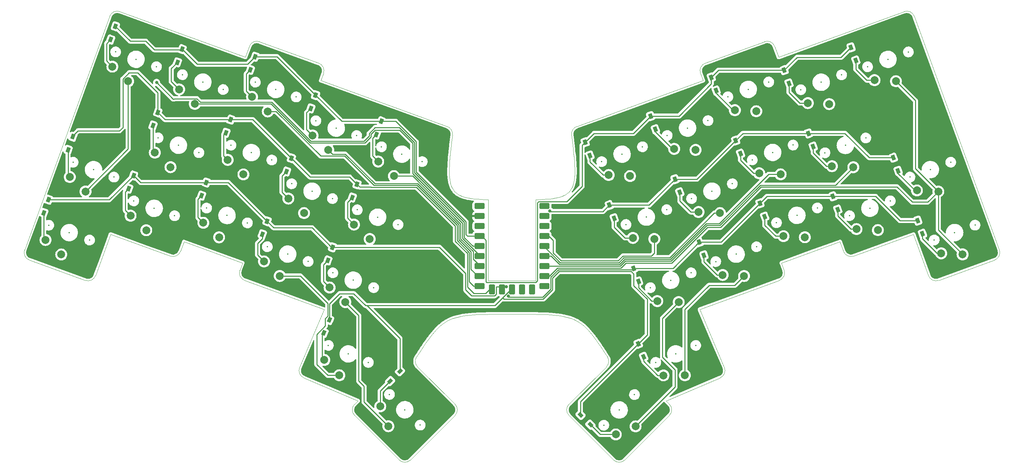
<source format=gbl>
%TF.GenerationSoftware,KiCad,Pcbnew,(6.0.11)*%
%TF.CreationDate,2023-05-16T20:57:38+09:00*%
%TF.ProjectId,gu34,67753334-2e6b-4696-9361-645f70636258,rev?*%
%TF.SameCoordinates,Original*%
%TF.FileFunction,Copper,L2,Bot*%
%TF.FilePolarity,Positive*%
%FSLAX46Y46*%
G04 Gerber Fmt 4.6, Leading zero omitted, Abs format (unit mm)*
G04 Created by KiCad (PCBNEW (6.0.11)) date 2023-05-16 20:57:38*
%MOMM*%
%LPD*%
G01*
G04 APERTURE LIST*
G04 Aperture macros list*
%AMRoundRect*
0 Rectangle with rounded corners*
0 $1 Rounding radius*
0 $2 $3 $4 $5 $6 $7 $8 $9 X,Y pos of 4 corners*
0 Add a 4 corners polygon primitive as box body*
4,1,4,$2,$3,$4,$5,$6,$7,$8,$9,$2,$3,0*
0 Add four circle primitives for the rounded corners*
1,1,$1+$1,$2,$3*
1,1,$1+$1,$4,$5*
1,1,$1+$1,$6,$7*
1,1,$1+$1,$8,$9*
0 Add four rect primitives between the rounded corners*
20,1,$1+$1,$2,$3,$4,$5,0*
20,1,$1+$1,$4,$5,$6,$7,0*
20,1,$1+$1,$6,$7,$8,$9,0*
20,1,$1+$1,$8,$9,$2,$3,0*%
%AMRotRect*
0 Rectangle, with rotation*
0 The origin of the aperture is its center*
0 $1 length*
0 $2 width*
0 $3 Rotation angle, in degrees counterclockwise*
0 Add horizontal line*
21,1,$1,$2,0,0,$3*%
G04 Aperture macros list end*
%TA.AperFunction,Profile*%
%ADD10C,0.100000*%
%TD*%
%ADD11C,0.100000*%
%TA.AperFunction,SMDPad,CuDef*%
%ADD12RotRect,1.300000X0.950000X250.000000*%
%TD*%
%TA.AperFunction,ComponentPad*%
%ADD13C,2.000000*%
%TD*%
%TA.AperFunction,SMDPad,CuDef*%
%ADD14RotRect,1.300000X0.950000X290.000000*%
%TD*%
%TA.AperFunction,SMDPad,CuDef*%
%ADD15RotRect,1.300000X0.950000X225.000000*%
%TD*%
%TA.AperFunction,SMDPad,CuDef*%
%ADD16RotRect,1.300000X0.950000X315.000000*%
%TD*%
%TA.AperFunction,SMDPad,CuDef*%
%ADD17RotRect,1.300000X0.950000X293.000000*%
%TD*%
%TA.AperFunction,ComponentPad*%
%ADD18RoundRect,0.400000X-0.900000X-0.400000X0.900000X-0.400000X0.900000X0.400000X-0.900000X0.400000X0*%
%TD*%
%TA.AperFunction,ComponentPad*%
%ADD19RoundRect,0.400050X-0.899950X-0.400050X0.899950X-0.400050X0.899950X0.400050X-0.899950X0.400050X0*%
%TD*%
%TA.AperFunction,ComponentPad*%
%ADD20RoundRect,0.400000X-0.400000X-0.900000X0.400000X-0.900000X0.400000X0.900000X-0.400000X0.900000X0*%
%TD*%
%TA.AperFunction,ComponentPad*%
%ADD21RoundRect,0.393700X-0.393700X-0.906300X0.393700X-0.906300X0.393700X0.906300X-0.393700X0.906300X0*%
%TD*%
%TA.AperFunction,SMDPad,CuDef*%
%ADD22RotRect,1.300000X0.950000X247.000000*%
%TD*%
%TA.AperFunction,ViaPad*%
%ADD23C,0.800000*%
%TD*%
%TA.AperFunction,Conductor*%
%ADD24C,0.250000*%
%TD*%
%ADD25C,0.350000*%
G04 APERTURE END LIST*
D10*
X210582773Y-81577077D02*
X211252397Y-83416855D01*
X88494956Y-108075051D02*
G75*
G03*
X89554561Y-110697548I1841044J-781449D01*
G01*
X95346573Y-113156111D02*
X103289125Y-116527525D01*
X78322834Y-25428801D02*
G75*
G03*
X75759393Y-26624187I-684034J-1879399D01*
G01*
X42954792Y-17793857D02*
G75*
G03*
X40391368Y-18989196I-684042J-1879383D01*
G01*
D11*
X166485012Y-105404977D02*
X165843422Y-104418288D01*
X165235255Y-103493247D01*
X164656430Y-102627865D01*
X164102870Y-101820152D01*
X163570495Y-101068122D01*
X163055227Y-100369784D01*
X162552988Y-99723150D01*
X162059698Y-99126231D01*
X161571279Y-98577040D01*
X161083652Y-98073587D01*
X160592739Y-97613884D01*
X160094461Y-97195942D01*
X159584739Y-96817772D01*
X159059494Y-96477386D01*
X158514648Y-96172795D01*
X157946123Y-95902011D01*
X157349839Y-95663045D01*
X156721718Y-95453908D01*
X156057681Y-95272612D01*
X155353649Y-95117168D01*
X154605545Y-94985587D01*
X153809288Y-94875882D01*
X152960801Y-94786062D01*
X152056005Y-94714140D01*
X151090820Y-94658127D01*
X150061169Y-94616035D01*
X148962973Y-94585874D01*
X147792153Y-94565656D01*
X146544630Y-94553393D01*
X145216326Y-94547096D01*
X143803162Y-94544776D01*
X142301060Y-94544445D01*
D10*
X241647326Y-17793851D02*
X209842120Y-29370000D01*
X148301060Y-86044445D02*
X142301060Y-86044445D01*
X36782901Y-84795311D02*
X40599548Y-74309162D01*
X78322819Y-25428843D02*
X93357901Y-30901165D01*
X244002572Y-74309162D02*
X228850905Y-79823917D01*
D11*
X127212923Y-49078253D02*
X127059566Y-50372382D01*
X126918517Y-51596863D01*
X126791366Y-52753624D01*
X126679703Y-53844590D01*
X126585120Y-54871688D01*
X126509208Y-55836845D01*
X126453558Y-56741987D01*
X126419761Y-57589040D01*
X126409407Y-58379931D01*
X126424088Y-59116586D01*
X126465395Y-59800932D01*
X126534919Y-60434895D01*
X126634251Y-61020401D01*
X126764981Y-61559378D01*
X126928701Y-62053752D01*
X127127002Y-62505448D01*
X127361475Y-62916394D01*
X127633710Y-63288516D01*
X127945300Y-63623740D01*
X128297834Y-63923993D01*
X128692904Y-64191201D01*
X129132100Y-64427291D01*
X129617015Y-64634190D01*
X130149238Y-64813823D01*
X130730361Y-64968117D01*
X131361975Y-65098999D01*
X132045670Y-65208394D01*
X132783039Y-65298230D01*
X133575671Y-65370434D01*
X134425157Y-65426930D01*
X135333090Y-65469647D01*
X136301060Y-65500510D01*
D10*
X210057037Y-85980237D02*
G75*
G03*
X211252397Y-83416855I-683937J1879337D01*
G01*
X136301060Y-65544445D02*
X136301060Y-65500510D01*
X168042215Y-131541016D02*
G75*
G03*
X170870642Y-131541016I1414214J1414215D01*
G01*
X113731478Y-131541016D02*
G75*
G03*
X116559905Y-131541016I1414214J1414215D01*
G01*
X195047559Y-110697548D02*
X189255547Y-113156111D01*
X74019347Y-81577077D02*
X73349723Y-83416855D01*
X148301060Y-65544445D02*
X148301060Y-86044445D01*
X89554561Y-110697548D02*
X95346573Y-113156111D01*
X40391368Y-18989196D02*
X18819580Y-78257197D01*
X94553246Y-33464590D02*
X93883621Y-35304368D01*
X189850290Y-93334940D02*
X196107106Y-108075076D01*
X118117153Y-105405006D02*
G75*
G03*
X118381403Y-107906670I1678447J-1087494D01*
G01*
X247819286Y-84795286D02*
G75*
G03*
X250382644Y-85990656I1879314J683886D01*
G01*
X264587195Y-80820622D02*
X250382644Y-85990656D01*
X93883621Y-35304368D02*
X125911108Y-46961420D01*
X206279301Y-25428843D02*
X191244219Y-30901165D01*
X136301060Y-86044445D02*
X142301060Y-86044445D01*
X103289125Y-116527525D02*
X102417769Y-117398880D01*
X20014925Y-80820622D02*
X34219476Y-85990656D01*
X191244209Y-30901138D02*
G75*
G03*
X190048874Y-33464590I683991J-1879362D01*
G01*
X182184351Y-120227307D02*
X170870642Y-131541016D01*
X156728507Y-117398880D02*
X166220717Y-107906670D01*
X94751830Y-93334940D02*
X88495014Y-108075076D01*
X168042215Y-131541016D02*
X156728507Y-120227307D01*
X210057053Y-85980280D02*
X189850290Y-93334940D01*
X148301060Y-65544445D02*
X148301060Y-65500510D01*
X189255547Y-113156111D02*
X181312995Y-116527525D01*
X94553328Y-33464620D02*
G75*
G03*
X93357901Y-30901165I-1879428J684020D01*
G01*
X182184357Y-120227313D02*
G75*
G03*
X182184351Y-117398880I-1414257J1414213D01*
G01*
X181312995Y-116527525D02*
X182184351Y-117398880D01*
X190048874Y-33464590D02*
X190718499Y-35304368D01*
X18819555Y-78257188D02*
G75*
G03*
X20014925Y-80820622I1879445J-684012D01*
G01*
X42954794Y-17793851D02*
X74760000Y-29370000D01*
X247819219Y-84795311D02*
X244002572Y-74309162D01*
X209842120Y-29370000D02*
X208842727Y-26624187D01*
X226287480Y-78628572D02*
X225398009Y-76184772D01*
X116559905Y-131541016D02*
X127873613Y-120227307D01*
X59204111Y-76184772D02*
X74019347Y-81577077D01*
X208842782Y-26624167D02*
G75*
G03*
X206279301Y-25428843I-1879382J-684033D01*
G01*
X244210828Y-18989168D02*
G75*
G03*
X241647326Y-17793851I-1879428J-684132D01*
G01*
X40599548Y-74309162D02*
X55751215Y-79823917D01*
X225398009Y-76184772D02*
X210582773Y-81577077D01*
X34219463Y-85990692D02*
G75*
G03*
X36782901Y-84795311I684037J1879392D01*
G01*
X136301060Y-65544445D02*
X136301060Y-86044445D01*
D11*
X157389197Y-49078253D02*
X157542553Y-50372382D01*
X157683602Y-51596863D01*
X157810753Y-52753624D01*
X157922416Y-53844590D01*
X158016999Y-54871688D01*
X158092911Y-55836845D01*
X158148561Y-56741987D01*
X158182358Y-57589040D01*
X158192712Y-58379931D01*
X158178031Y-59116586D01*
X158136724Y-59800932D01*
X158067200Y-60434895D01*
X157967868Y-61020401D01*
X157837138Y-61559378D01*
X157673418Y-62053752D01*
X157475117Y-62505448D01*
X157240644Y-62916394D01*
X156968409Y-63288516D01*
X156656819Y-63623740D01*
X156304285Y-63923993D01*
X155909215Y-64191201D01*
X155470019Y-64427291D01*
X154985104Y-64634190D01*
X154452881Y-64813823D01*
X153871758Y-64968117D01*
X153240144Y-65098999D01*
X152556449Y-65208394D01*
X151819080Y-65298230D01*
X151026448Y-65370434D01*
X150176962Y-65426930D01*
X149269029Y-65469647D01*
X148301060Y-65500510D01*
D10*
X244210752Y-18989196D02*
X265782540Y-78257197D01*
X127873613Y-117398880D02*
X118381403Y-107906670D01*
X127873619Y-120227313D02*
G75*
G03*
X127873613Y-117398880I-1414219J1414213D01*
G01*
X264587170Y-80820552D02*
G75*
G03*
X265782540Y-78257197I-683970J1879352D01*
G01*
X158691035Y-46961484D02*
G75*
G03*
X157389197Y-49078253I684065J-1879416D01*
G01*
X74760000Y-29370000D02*
X75759393Y-26624187D01*
X195047539Y-110697500D02*
G75*
G03*
X196107106Y-108075076I-781439J1841000D01*
G01*
X156728513Y-117398886D02*
G75*
G03*
X156728507Y-120227307I1414187J-1414214D01*
G01*
X166220677Y-107906630D02*
G75*
G03*
X166485012Y-105404977I-1414277J1414230D01*
G01*
D11*
X118117108Y-105404977D02*
X118758697Y-104418288D01*
X119366864Y-103493247D01*
X119945689Y-102627865D01*
X120499249Y-101820152D01*
X121031624Y-101068122D01*
X121546892Y-100369784D01*
X122049131Y-99723150D01*
X122542421Y-99126231D01*
X123030840Y-98577040D01*
X123518467Y-98073587D01*
X124009380Y-97613884D01*
X124507658Y-97195942D01*
X125017380Y-96817772D01*
X125542625Y-96477386D01*
X126087471Y-96172795D01*
X126655996Y-95902011D01*
X127252280Y-95663045D01*
X127880401Y-95453908D01*
X128544438Y-95272612D01*
X129248470Y-95117168D01*
X129996574Y-94985587D01*
X130792831Y-94875882D01*
X131641318Y-94786062D01*
X132546115Y-94714140D01*
X133511299Y-94658127D01*
X134540950Y-94616035D01*
X135639146Y-94585874D01*
X136809966Y-94565656D01*
X138057489Y-94553393D01*
X139385793Y-94547096D01*
X140798957Y-94544776D01*
X142301060Y-94544445D01*
D10*
X102417775Y-117398886D02*
G75*
G03*
X102417769Y-120227307I1414225J-1414214D01*
G01*
X55751241Y-79823845D02*
G75*
G03*
X58314640Y-78628572I684059J1879345D01*
G01*
X58314640Y-78628572D02*
X59204111Y-76184772D01*
X127212938Y-49078255D02*
G75*
G03*
X125911108Y-46961420I-1985838J237455D01*
G01*
X190718499Y-35304368D02*
X158691012Y-46961420D01*
X102417769Y-120227307D02*
X113731478Y-131541016D01*
X226287504Y-78628563D02*
G75*
G03*
X228850905Y-79823917I1879396J684063D01*
G01*
X74545067Y-85980280D02*
X94751830Y-93334940D01*
X73349724Y-83416855D02*
G75*
G03*
X74545067Y-85980280I1879376J-684045D01*
G01*
D12*
%TO.P,D2,1,K*%
%TO.N,row0*%
X58737086Y-27342046D03*
%TO.P,D2,2,A*%
%TO.N,Net-(D2-Pad2)*%
X57522914Y-30677954D03*
%TD*%
D13*
%TO.P,SW18,1,1*%
%TO.N,col7*%
X210357919Y-59084186D03*
%TO.P,SW18,2,2*%
%TO.N,Net-(D18-Pad2)*%
X204941213Y-58820933D03*
%TD*%
%TO.P,SW33,1,1*%
%TO.N,col5*%
X173611930Y-123011930D03*
%TO.P,SW33,2,2*%
%TO.N,Net-(D33-Pad2)*%
X168591472Y-125062540D03*
%TD*%
%TO.P,SW7,1,1*%
%TO.N,col6*%
X188807919Y-52894186D03*
%TO.P,SW7,2,2*%
%TO.N,Net-(D7-Pad2)*%
X183391213Y-52630933D03*
%TD*%
D12*
%TO.P,D3,1,K*%
%TO.N,row0*%
X77217086Y-29242046D03*
%TO.P,D3,2,A*%
%TO.N,Net-(D3-Pad2)*%
X76002914Y-32577954D03*
%TD*%
D14*
%TO.P,D30,1,K*%
%TO.N,row2*%
X245082914Y-70822046D03*
%TO.P,D30,2,A*%
%TO.N,Net-(D30-Pad2)*%
X246297086Y-74157954D03*
%TD*%
D15*
%TO.P,D32,1,K*%
%TO.N,row3*%
X113925115Y-109024885D03*
%TO.P,D32,2,A*%
%TO.N,Net-(D32-Pad2)*%
X111414885Y-111535115D03*
%TD*%
D13*
%TO.P,SW16,1,1*%
%TO.N,col5*%
X178357919Y-75474186D03*
%TO.P,SW16,2,2*%
%TO.N,Net-(D16-Pad2)*%
X172941213Y-75210933D03*
%TD*%
D12*
%TO.P,D1,1,K*%
%TO.N,row0*%
X41837086Y-21562046D03*
%TO.P,D1,2,A*%
%TO.N,Net-(D1-Pad2)*%
X40622914Y-24897954D03*
%TD*%
D13*
%TO.P,SW19,1,1*%
%TO.N,col8*%
X228777919Y-57284186D03*
%TO.P,SW19,2,2*%
%TO.N,Net-(D19-Pad2)*%
X223361213Y-57020933D03*
%TD*%
D14*
%TO.P,D16,1,K*%
%TO.N,row1*%
X166962914Y-66892046D03*
%TO.P,D16,2,A*%
%TO.N,Net-(D16-Pad2)*%
X168177086Y-70227954D03*
%TD*%
D13*
%TO.P,SW31,1,1*%
%TO.N,col3*%
X98534686Y-110060979D03*
%TO.P,SW31,2,2*%
%TO.N,Net-(D31-Pad2)*%
X94752697Y-106174263D03*
%TD*%
%TO.P,SW2,1,1*%
%TO.N,col1*%
X61952081Y-41234186D03*
%TO.P,SW2,2,2*%
%TO.N,Net-(D2-Pad2)*%
X57971860Y-37550731D03*
%TD*%
D12*
%TO.P,D22,1,K*%
%TO.N,row2*%
X46417086Y-59372046D03*
%TO.P,D22,2,A*%
%TO.N,Net-(D22-Pad2)*%
X45202914Y-62707954D03*
%TD*%
D13*
%TO.P,SW1,1,1*%
%TO.N,col0*%
X45042081Y-35454186D03*
%TO.P,SW1,2,2*%
%TO.N,Net-(D1-Pad2)*%
X41061860Y-31770731D03*
%TD*%
D16*
%TO.P,D33,1,K*%
%TO.N,row3*%
X159654885Y-120074885D03*
%TO.P,D33,2,A*%
%TO.N,Net-(D33-Pad2)*%
X162165115Y-122585115D03*
%TD*%
D13*
%TO.P,SW5,1,1*%
%TO.N,col4*%
X112382081Y-59524186D03*
%TO.P,SW5,2,2*%
%TO.N,Net-(D5-Pad2)*%
X108401860Y-55840731D03*
%TD*%
D12*
%TO.P,D23,1,K*%
%TO.N,row2*%
X64867086Y-61162046D03*
%TO.P,D23,2,A*%
%TO.N,Net-(D23-Pad2)*%
X63652914Y-64497954D03*
%TD*%
%TO.P,D25,1,K*%
%TO.N,row2*%
X96847086Y-77592046D03*
%TO.P,D25,2,A*%
%TO.N,Net-(D25-Pad2)*%
X95632914Y-80927954D03*
%TD*%
D13*
%TO.P,SW28,1,1*%
%TO.N,col7*%
X216499610Y-75035297D03*
%TO.P,SW28,2,2*%
%TO.N,Net-(D28-Pad2)*%
X211082904Y-74772044D03*
%TD*%
%TO.P,SW27,1,1*%
%TO.N,col6*%
X201097919Y-84874186D03*
%TO.P,SW27,2,2*%
%TO.N,Net-(D27-Pad2)*%
X195681213Y-84610933D03*
%TD*%
D12*
%TO.P,D12,1,K*%
%TO.N,row1*%
X52567086Y-43372046D03*
%TO.P,D12,2,A*%
%TO.N,Net-(D12-Pad2)*%
X51352914Y-46707954D03*
%TD*%
D13*
%TO.P,SW21,1,1*%
%TO.N,col0*%
X28102081Y-79414186D03*
%TO.P,SW21,2,2*%
%TO.N,Net-(D21-Pad2)*%
X24121860Y-75730731D03*
%TD*%
D14*
%TO.P,D19,1,K*%
%TO.N,row1*%
X217392914Y-48712046D03*
%TO.P,D19,2,A*%
%TO.N,Net-(D19-Pad2)*%
X218607086Y-52047954D03*
%TD*%
D17*
%TO.P,D34,1,K*%
%TO.N,row3*%
X174276452Y-102096104D03*
%TO.P,D34,2,A*%
%TO.N,Net-(D34-Pad2)*%
X175663548Y-105363896D03*
%TD*%
D13*
%TO.P,SW25,1,1*%
%TO.N,col4*%
X100072081Y-91484186D03*
%TO.P,SW25,2,2*%
%TO.N,Net-(D25-Pad2)*%
X96091860Y-87800731D03*
%TD*%
D12*
%TO.P,D21,1,K*%
%TO.N,row2*%
X24897086Y-65522046D03*
%TO.P,D21,2,A*%
%TO.N,Net-(D21-Pad2)*%
X23682914Y-68857954D03*
%TD*%
D14*
%TO.P,D20,1,K*%
%TO.N,row1*%
X238902914Y-54862046D03*
%TO.P,D20,2,A*%
%TO.N,Net-(D20-Pad2)*%
X240117086Y-58197954D03*
%TD*%
D12*
%TO.P,D14,1,K*%
%TO.N,row1*%
X86407086Y-55012046D03*
%TO.P,D14,2,A*%
%TO.N,Net-(D14-Pad2)*%
X85192914Y-58347954D03*
%TD*%
D14*
%TO.P,D27,1,K*%
%TO.N,row2*%
X189722914Y-76292046D03*
%TO.P,D27,2,A*%
%TO.N,Net-(D27-Pad2)*%
X190937086Y-79627954D03*
%TD*%
D12*
%TO.P,D24,1,K*%
%TO.N,row2*%
X80257086Y-70972046D03*
%TO.P,D24,2,A*%
%TO.N,Net-(D24-Pad2)*%
X79042914Y-74307954D03*
%TD*%
%TO.P,D5,1,K*%
%TO.N,row0*%
X109167086Y-45642046D03*
%TO.P,D5,2,A*%
%TO.N,Net-(D5-Pad2)*%
X107952914Y-48977954D03*
%TD*%
D14*
%TO.P,D28,1,K*%
%TO.N,row2*%
X205102914Y-66462046D03*
%TO.P,D28,2,A*%
%TO.N,Net-(D28-Pad2)*%
X206317086Y-69797954D03*
%TD*%
D13*
%TO.P,SW32,1,1*%
%TO.N,col4*%
X110978070Y-122971930D03*
%TO.P,SW32,2,2*%
%TO.N,Net-(D32-Pad2)*%
X108927460Y-117951472D03*
%TD*%
%TO.P,SW11,1,1*%
%TO.N,col0*%
X34262081Y-63444186D03*
%TO.P,SW11,2,2*%
%TO.N,Net-(D11-Pad2)*%
X30281860Y-59760731D03*
%TD*%
D14*
%TO.P,D6,1,K*%
%TO.N,row0*%
X160822914Y-50962046D03*
%TO.P,D6,2,A*%
%TO.N,Net-(D6-Pad2)*%
X162037086Y-54297954D03*
%TD*%
D12*
%TO.P,D11,1,K*%
%TO.N,row1*%
X31057086Y-49542046D03*
%TO.P,D11,2,A*%
%TO.N,Net-(D11-Pad2)*%
X29842914Y-52877954D03*
%TD*%
D13*
%TO.P,SW14,1,1*%
%TO.N,col3*%
X89622081Y-68904186D03*
%TO.P,SW14,2,2*%
%TO.N,Net-(D14-Pad2)*%
X85641860Y-65220731D03*
%TD*%
%TO.P,SW3,1,1*%
%TO.N,col2*%
X80432081Y-43124186D03*
%TO.P,SW3,2,2*%
%TO.N,Net-(D3-Pad2)*%
X76451860Y-39440731D03*
%TD*%
D14*
%TO.P,D26,1,K*%
%TO.N,row2*%
X173142914Y-82922046D03*
%TO.P,D26,2,A*%
%TO.N,Net-(D26-Pad2)*%
X174357086Y-86257954D03*
%TD*%
D13*
%TO.P,SW12,1,1*%
%TO.N,col1*%
X55793409Y-57258941D03*
%TO.P,SW12,2,2*%
%TO.N,Net-(D12-Pad2)*%
X51813188Y-53575486D03*
%TD*%
D12*
%TO.P,D13,1,K*%
%TO.N,row1*%
X71047086Y-45202046D03*
%TO.P,D13,2,A*%
%TO.N,Net-(D13-Pad2)*%
X69832914Y-48537954D03*
%TD*%
D14*
%TO.P,D8,1,K*%
%TO.N,row0*%
X192792914Y-34492046D03*
%TO.P,D8,2,A*%
%TO.N,Net-(D8-Pad2)*%
X194007086Y-37827954D03*
%TD*%
D13*
%TO.P,SW9,1,1*%
%TO.N,col8*%
X222657919Y-41274186D03*
%TO.P,SW9,2,2*%
%TO.N,Net-(D9-Pad2)*%
X217241213Y-41010933D03*
%TD*%
%TO.P,SW20,1,1*%
%TO.N,col9*%
X250297919Y-63434186D03*
%TO.P,SW20,2,2*%
%TO.N,Net-(D20-Pad2)*%
X244881213Y-63170933D03*
%TD*%
%TO.P,SW15,1,1*%
%TO.N,col4*%
X106252081Y-75504186D03*
%TO.P,SW15,2,2*%
%TO.N,Net-(D15-Pad2)*%
X102271860Y-71820731D03*
%TD*%
D14*
%TO.P,D17,1,K*%
%TO.N,row1*%
X183592914Y-60322046D03*
%TO.P,D17,2,A*%
%TO.N,Net-(D17-Pad2)*%
X184807086Y-63657954D03*
%TD*%
D18*
%TO.P,RZ1,1,GP0*%
%TO.N,unconnected-(RZ1-Pad1)*%
X150505000Y-67135000D03*
%TO.P,RZ1,2,GP1*%
%TO.N,unconnected-(RZ1-Pad2)*%
X150505000Y-69675000D03*
%TO.P,RZ1,3,GP2*%
%TO.N,unconnected-(RZ1-Pad3)*%
X150505000Y-72215000D03*
%TO.P,RZ1,4,GP3*%
%TO.N,col5*%
X150505000Y-74755000D03*
%TO.P,RZ1,5,GP4*%
%TO.N,col6*%
X150505000Y-77295000D03*
D19*
%TO.P,RZ1,6,GP5*%
%TO.N,col7*%
X150505000Y-79835000D03*
%TO.P,RZ1,7,GP6*%
%TO.N,col8*%
X150505000Y-82375000D03*
%TO.P,RZ1,8,GP7*%
%TO.N,col9*%
X150505000Y-84915000D03*
%TO.P,RZ1,9,GP8*%
%TO.N,unconnected-(RZ1-Pad9)*%
X150505000Y-87455000D03*
D20*
%TO.P,RZ1,10,GP9*%
%TO.N,unconnected-(RZ1-Pad10)*%
X147365000Y-88265000D03*
D21*
%TO.P,RZ1,11,GP10*%
%TO.N,unconnected-(RZ1-Pad11)*%
X144825000Y-88265000D03*
%TO.P,RZ1,12,GP11*%
%TO.N,row3*%
X142285000Y-88265000D03*
%TO.P,RZ1,13,GP12*%
%TO.N,row2*%
X139745000Y-88265000D03*
%TO.P,RZ1,14,GP13*%
%TO.N,row1*%
X137205000Y-88265000D03*
D19*
%TO.P,RZ1,15,GP14*%
%TO.N,col2*%
X134065000Y-87455000D03*
%TO.P,RZ1,16,GP15*%
%TO.N,col3*%
X134065000Y-84915000D03*
%TO.P,RZ1,17,GP26*%
%TO.N,col4*%
X134065000Y-82375000D03*
%TO.P,RZ1,18,GP27*%
%TO.N,col1*%
X134065000Y-79835000D03*
%TO.P,RZ1,19,GP28*%
%TO.N,col0*%
X134065000Y-77295000D03*
%TO.P,RZ1,20,GP29*%
%TO.N,row0*%
X134065000Y-74755000D03*
%TO.P,RZ1,21,3V3*%
%TO.N,unconnected-(RZ1-Pad21)*%
X134065000Y-72215000D03*
%TO.P,RZ1,22,GND*%
%TO.N,GND*%
X134065000Y-69675000D03*
%TO.P,RZ1,23,5V*%
%TO.N,VCC*%
X134065000Y-67135000D03*
%TD*%
D13*
%TO.P,SW34,1,1*%
%TO.N,col6*%
X186085314Y-110060979D03*
%TO.P,SW34,2,2*%
%TO.N,Net-(D34-Pad2)*%
X180662254Y-110081574D03*
%TD*%
%TO.P,SW22,1,1*%
%TO.N,col1*%
X49642081Y-73254186D03*
%TO.P,SW22,2,2*%
%TO.N,Net-(D22-Pad2)*%
X45661860Y-69570731D03*
%TD*%
%TO.P,SW8,1,1*%
%TO.N,col7*%
X204187919Y-43084186D03*
%TO.P,SW8,2,2*%
%TO.N,Net-(D8-Pad2)*%
X198771213Y-42820933D03*
%TD*%
%TO.P,SW4,1,1*%
%TO.N,col3*%
X95763409Y-52918941D03*
%TO.P,SW4,2,2*%
%TO.N,Net-(D4-Pad2)*%
X91783188Y-49235486D03*
%TD*%
D14*
%TO.P,D9,1,K*%
%TO.N,row0*%
X211252914Y-32682046D03*
%TO.P,D9,2,A*%
%TO.N,Net-(D9-Pad2)*%
X212467086Y-36017954D03*
%TD*%
D12*
%TO.P,D4,1,K*%
%TO.N,row0*%
X92547086Y-39022046D03*
%TO.P,D4,2,A*%
%TO.N,Net-(D4-Pad2)*%
X91332914Y-42357954D03*
%TD*%
D13*
%TO.P,SW30,1,1*%
%TO.N,col9*%
X256457919Y-79394186D03*
%TO.P,SW30,2,2*%
%TO.N,Net-(D30-Pad2)*%
X251041213Y-79130933D03*
%TD*%
D14*
%TO.P,D7,1,K*%
%TO.N,row0*%
X177412914Y-44322046D03*
%TO.P,D7,2,A*%
%TO.N,Net-(D7-Pad2)*%
X178627086Y-47657954D03*
%TD*%
D13*
%TO.P,SW13,1,1*%
%TO.N,col2*%
X74263409Y-59108941D03*
%TO.P,SW13,2,2*%
%TO.N,Net-(D13-Pad2)*%
X70283188Y-55425486D03*
%TD*%
%TO.P,SW24,1,1*%
%TO.N,col3*%
X83462081Y-84864186D03*
%TO.P,SW24,2,2*%
%TO.N,Net-(D24-Pad2)*%
X79481860Y-81180731D03*
%TD*%
D14*
%TO.P,D29,1,K*%
%TO.N,row2*%
X223612914Y-64672046D03*
%TO.P,D29,2,A*%
%TO.N,Net-(D29-Pad2)*%
X224827086Y-68007954D03*
%TD*%
%TO.P,D18,1,K*%
%TO.N,row1*%
X198972914Y-50512046D03*
%TO.P,D18,2,A*%
%TO.N,Net-(D18-Pad2)*%
X200187086Y-53847954D03*
%TD*%
D13*
%TO.P,SW10,1,1*%
%TO.N,col9*%
X239567919Y-35464186D03*
%TO.P,SW10,2,2*%
%TO.N,Net-(D10-Pad2)*%
X234151213Y-35200933D03*
%TD*%
D22*
%TO.P,D31,1,K*%
%TO.N,row3*%
X96063548Y-96016104D03*
%TO.P,D31,2,A*%
%TO.N,Net-(D31-Pad2)*%
X94676452Y-99283896D03*
%TD*%
D14*
%TO.P,D10,1,K*%
%TO.N,row0*%
X228192914Y-26882046D03*
%TO.P,D10,2,A*%
%TO.N,Net-(D10-Pad2)*%
X229407086Y-30217954D03*
%TD*%
D13*
%TO.P,SW17,1,1*%
%TO.N,col6*%
X194977919Y-68904186D03*
%TO.P,SW17,2,2*%
%TO.N,Net-(D17-Pad2)*%
X189561213Y-68640933D03*
%TD*%
%TO.P,SW23,1,1*%
%TO.N,col2*%
X68092081Y-75064186D03*
%TO.P,SW23,2,2*%
%TO.N,Net-(D23-Pad2)*%
X64111860Y-71380731D03*
%TD*%
%TO.P,SW26,1,1*%
%TO.N,col5*%
X184527919Y-91494186D03*
%TO.P,SW26,2,2*%
%TO.N,Net-(D26-Pad2)*%
X179111213Y-91230933D03*
%TD*%
D12*
%TO.P,D15,1,K*%
%TO.N,row1*%
X103047086Y-61622046D03*
%TO.P,D15,2,A*%
%TO.N,Net-(D15-Pad2)*%
X101832914Y-64957954D03*
%TD*%
D13*
%TO.P,SW29,1,1*%
%TO.N,col8*%
X234987919Y-73234186D03*
%TO.P,SW29,2,2*%
%TO.N,Net-(D29-Pad2)*%
X229571213Y-72970933D03*
%TD*%
%TO.P,SW6,1,1*%
%TO.N,col5*%
X172207919Y-59524186D03*
%TO.P,SW6,2,2*%
%TO.N,Net-(D6-Pad2)*%
X166791213Y-59260933D03*
%TD*%
D23*
%TO.N,row1*%
X151897037Y-68405000D03*
%TO.N,row2*%
X141355811Y-90007780D03*
X140898100Y-87580000D03*
%TO.N,col0*%
X52260000Y-35780000D03*
%TO.N,GND*%
X112100000Y-50080000D03*
X38650000Y-52720000D03*
X126460000Y-65040000D03*
X108090000Y-96910000D03*
X37900000Y-68980000D03*
X74540000Y-43300000D03*
X126090000Y-73370000D03*
X84280000Y-34260000D03*
%TD*%
D24*
%TO.N,row0*%
X109167086Y-45642046D02*
X112872046Y-45642046D01*
X130650000Y-71103604D02*
X130650000Y-74390000D01*
X112872046Y-45642046D02*
X118030000Y-50800000D01*
X118030000Y-50800000D02*
X118030000Y-58483604D01*
X118030000Y-58483604D02*
X130650000Y-71103604D01*
X130650000Y-74390000D02*
X131015000Y-74755000D01*
X131015000Y-74755000D02*
X134665000Y-74755000D01*
%TO.N,col0*%
X106110000Y-48727551D02*
X107627551Y-47210000D01*
X107627551Y-47210000D02*
X113803604Y-47210000D01*
X104820000Y-50660000D02*
X106110000Y-49370000D01*
X91333869Y-50660000D02*
X104820000Y-50660000D01*
X81433869Y-40760000D02*
X91333869Y-50660000D01*
X117580000Y-58670000D02*
X130200000Y-71290000D01*
X63357459Y-40765731D02*
X77000693Y-40765731D01*
X106110000Y-49370000D02*
X106110000Y-48727551D01*
X77006424Y-40760000D02*
X81433869Y-40760000D01*
X77000693Y-40765731D02*
X77006424Y-40760000D01*
X62500914Y-39909186D02*
X63357459Y-40765731D01*
X56460000Y-39980000D02*
X56670000Y-39980000D01*
X56740814Y-39909186D02*
X62500914Y-39909186D01*
X113803604Y-47210000D02*
X117580000Y-50986396D01*
X56670000Y-39980000D02*
X56740814Y-39909186D01*
X117580000Y-50986396D02*
X117580000Y-58670000D01*
X52260000Y-35780000D02*
X56460000Y-39980000D01*
X130200000Y-75118980D02*
X132376020Y-77295000D01*
X130200000Y-71290000D02*
X130200000Y-75118980D01*
X132376020Y-77295000D02*
X134665000Y-77295000D01*
%TO.N,row0*%
X184597954Y-44322046D02*
X192792914Y-36127086D01*
X148720000Y-86110000D02*
X148720000Y-66300000D01*
X160822914Y-50962046D02*
X163074960Y-48710000D01*
X192792914Y-34492046D02*
X194602914Y-32682046D01*
X49490000Y-25300000D02*
X51680000Y-27490000D01*
X160050000Y-51734960D02*
X160822914Y-50962046D01*
X211252914Y-32682046D02*
X214514960Y-29420000D01*
X194602914Y-32682046D02*
X211252914Y-32682046D01*
X82767086Y-29242046D02*
X92547086Y-39022046D01*
X214514960Y-29420000D02*
X225654960Y-29420000D01*
X58737086Y-27332046D02*
X62555040Y-31150000D01*
X177412914Y-44322046D02*
X184597954Y-44322046D01*
X99167086Y-45642046D02*
X109167086Y-45642046D01*
X163074960Y-48710000D02*
X173024960Y-48710000D01*
X92547086Y-39022046D02*
X99167086Y-45642046D01*
X160050000Y-62140000D02*
X160050000Y-51734960D01*
X192792914Y-36127086D02*
X192792914Y-34492046D01*
X148720000Y-66300000D02*
X149040000Y-65980000D01*
X51680000Y-27490000D02*
X58170000Y-27490000D01*
X41837086Y-21562046D02*
X45575040Y-25300000D01*
X135740000Y-75830000D02*
X135740000Y-86360000D01*
X134665000Y-74755000D02*
X135740000Y-75830000D01*
X77217086Y-29242046D02*
X82767086Y-29242046D01*
X135740000Y-86360000D02*
X135900000Y-86520000D01*
X149040000Y-65980000D02*
X156210000Y-65980000D01*
X135900000Y-86520000D02*
X148310000Y-86520000D01*
X45575040Y-25300000D02*
X49490000Y-25300000D01*
X156210000Y-65980000D02*
X160050000Y-62140000D01*
X62555040Y-31150000D02*
X75309132Y-31150000D01*
X75309132Y-31150000D02*
X77217086Y-29242046D01*
X225654960Y-29420000D02*
X228192914Y-26882046D01*
X148310000Y-86520000D02*
X148720000Y-86110000D01*
X173024960Y-48710000D02*
X177412914Y-44322046D01*
%TO.N,Net-(D1-Pad2)*%
X39600000Y-25920868D02*
X39600000Y-30308871D01*
X40622914Y-24897954D02*
X39600000Y-25920868D01*
X39600000Y-30308871D02*
X41061860Y-31770731D01*
%TO.N,Net-(D2-Pad2)*%
X57522914Y-30667954D02*
X55960000Y-32230868D01*
X55960000Y-35538871D02*
X57971860Y-37550731D01*
X55960000Y-32230868D02*
X55960000Y-35538871D01*
%TO.N,Net-(D3-Pad2)*%
X74990000Y-37978871D02*
X76451860Y-39440731D01*
X74990000Y-33590868D02*
X74990000Y-37978871D01*
X76002914Y-32577954D02*
X74990000Y-33590868D01*
%TO.N,Net-(D4-Pad2)*%
X90250000Y-43440868D02*
X90250000Y-47702298D01*
X90250000Y-47702298D02*
X91783188Y-49235486D01*
X91332914Y-42357954D02*
X90250000Y-43440868D01*
%TO.N,Net-(D5-Pad2)*%
X107010000Y-49920868D02*
X107010000Y-54448871D01*
X107010000Y-54448871D02*
X108401860Y-55840731D01*
X107952914Y-48977954D02*
X107010000Y-49920868D01*
%TO.N,Net-(D6-Pad2)*%
X166791213Y-59260933D02*
X165377000Y-59260933D01*
X165377000Y-59260933D02*
X162037086Y-55921019D01*
X162037086Y-55921019D02*
X162037086Y-54297954D01*
%TO.N,Net-(D7-Pad2)*%
X178627086Y-48349670D02*
X182908349Y-52630933D01*
X182908349Y-52630933D02*
X183391213Y-52630933D01*
X178627086Y-47657954D02*
X178627086Y-48349670D01*
%TO.N,Net-(D8-Pad2)*%
X194007086Y-38519670D02*
X198308349Y-42820933D01*
X194007086Y-37827954D02*
X194007086Y-38519670D01*
X198308349Y-42820933D02*
X198771213Y-42820933D01*
%TO.N,Net-(D9-Pad2)*%
X212467086Y-38317086D02*
X215160933Y-41010933D01*
X212467086Y-36017954D02*
X212467086Y-38317086D01*
X215160933Y-41010933D02*
X217241213Y-41010933D01*
%TO.N,Net-(D10-Pad2)*%
X229407086Y-30217954D02*
X229407086Y-32467086D01*
X232140933Y-35200933D02*
X234151213Y-35200933D01*
X229407086Y-32467086D02*
X232140933Y-35200933D01*
%TO.N,row1*%
X127950000Y-72221980D02*
X118078020Y-62350000D01*
X86407086Y-55012046D02*
X91155040Y-59760000D01*
X32360000Y-48040000D02*
X42850000Y-48040000D01*
X47460000Y-33320000D02*
X52567086Y-38427086D01*
X31057086Y-49342914D02*
X32360000Y-48040000D01*
X54397086Y-45202046D02*
X71047086Y-45202046D01*
X91155040Y-59760000D02*
X101170000Y-59760000D01*
X103032046Y-61622046D02*
X103047086Y-61622046D01*
X71047086Y-45202046D02*
X76597086Y-45202046D01*
X232816541Y-54862046D02*
X226666541Y-48712046D01*
X177022914Y-66892046D02*
X166962914Y-66892046D01*
X43717081Y-47172919D02*
X43717081Y-34905353D01*
X238902914Y-54862046D02*
X232816541Y-54862046D01*
X45302434Y-33320000D02*
X47460000Y-33320000D01*
X165334960Y-68520000D02*
X166962914Y-66892046D01*
X226666541Y-48712046D02*
X217392914Y-48712046D01*
X52567086Y-43372046D02*
X54397086Y-45202046D01*
X132630000Y-89280000D02*
X131020000Y-87670000D01*
X101170000Y-59760000D02*
X103032046Y-61622046D01*
X137205000Y-87665000D02*
X135590000Y-89280000D01*
X103745040Y-62320000D02*
X103047086Y-61622046D01*
X183592914Y-60322046D02*
X177022914Y-66892046D01*
X217392914Y-48712046D02*
X200772914Y-48712046D01*
X127950000Y-76050960D02*
X127950000Y-72221980D01*
X43717081Y-34905353D02*
X45302434Y-33320000D01*
X106640000Y-62350000D02*
X106610000Y-62320000D01*
X198972914Y-50512046D02*
X189162914Y-60322046D01*
X42850000Y-48040000D02*
X43717081Y-47172919D01*
X118078020Y-62350000D02*
X106640000Y-62350000D01*
X151897037Y-68405000D02*
X152012037Y-68520000D01*
X200772914Y-48712046D02*
X198972914Y-50512046D01*
X131020000Y-87670000D02*
X131020000Y-79120960D01*
X189162914Y-60322046D02*
X183592914Y-60322046D01*
X52567086Y-38427086D02*
X52567086Y-43372046D01*
X76597086Y-45202046D02*
X86407086Y-55012046D01*
X31057086Y-49542046D02*
X31057086Y-49342914D01*
X131020000Y-79120960D02*
X127950000Y-76050960D01*
X106610000Y-62320000D02*
X103745040Y-62320000D01*
X135590000Y-89280000D02*
X132630000Y-89280000D01*
X152012037Y-68520000D02*
X165334960Y-68520000D01*
%TO.N,Net-(D11-Pad2)*%
X29842914Y-52877954D02*
X29842914Y-59321785D01*
X29842914Y-59321785D02*
X30281860Y-59760731D01*
%TO.N,Net-(D12-Pad2)*%
X51352914Y-46707954D02*
X51352914Y-53115212D01*
X51352914Y-53115212D02*
X51813188Y-53575486D01*
%TO.N,Net-(D13-Pad2)*%
X69270000Y-54412298D02*
X70283188Y-55425486D01*
X69832914Y-48537954D02*
X69270000Y-49100868D01*
X69270000Y-49100868D02*
X69270000Y-54412298D01*
%TO.N,Net-(D14-Pad2)*%
X85192914Y-58347954D02*
X84020000Y-59520868D01*
X84020000Y-63598871D02*
X85641860Y-65220731D01*
X84020000Y-59520868D02*
X84020000Y-63598871D01*
%TO.N,Net-(D15-Pad2)*%
X101832914Y-64957954D02*
X100640000Y-66150868D01*
X100640000Y-70188871D02*
X102271860Y-71820731D01*
X100640000Y-66150868D02*
X100640000Y-70188871D01*
%TO.N,Net-(D16-Pad2)*%
X168177086Y-72487086D02*
X170900933Y-75210933D01*
X170900933Y-75210933D02*
X172941213Y-75210933D01*
X168177086Y-70227954D02*
X168177086Y-72487086D01*
%TO.N,Net-(D17-Pad2)*%
X184807086Y-65847086D02*
X187600933Y-68640933D01*
X187600933Y-68640933D02*
X189561213Y-68640933D01*
X184807086Y-63657954D02*
X184807086Y-65847086D01*
%TO.N,Net-(D18-Pad2)*%
X203527000Y-58820933D02*
X200187086Y-55481019D01*
X200187086Y-55481019D02*
X200187086Y-53847954D01*
X204941213Y-58820933D02*
X203527000Y-58820933D01*
%TO.N,Net-(D19-Pad2)*%
X223361213Y-57020933D02*
X221947000Y-57020933D01*
X221947000Y-57020933D02*
X218597086Y-53671019D01*
X218597086Y-53671019D02*
X218597086Y-52037954D01*
%TO.N,Net-(D20-Pad2)*%
X240117086Y-58187954D02*
X240117086Y-58879670D01*
X240117086Y-58879670D02*
X244408349Y-63170933D01*
X244408349Y-63170933D02*
X244881213Y-63170933D01*
%TO.N,row2*%
X154031396Y-83275000D02*
X172789960Y-83275000D01*
X91630000Y-72630000D02*
X96592046Y-77592046D01*
X189722914Y-76292046D02*
X195272914Y-76292046D01*
X80257086Y-70972046D02*
X81915040Y-72630000D01*
X140898100Y-87580000D02*
X139830000Y-87580000D01*
X132063604Y-89890000D02*
X130570000Y-88396396D01*
X240572046Y-70822046D02*
X245082914Y-70822046D01*
X40267086Y-65522046D02*
X46417086Y-59372046D01*
X138317400Y-89468995D02*
X137896395Y-89890000D01*
X150065376Y-90220000D02*
X152130000Y-88155376D01*
X81915040Y-72630000D02*
X91630000Y-72630000D01*
X152130000Y-88155376D02*
X152130000Y-85176396D01*
X183092914Y-82922046D02*
X189722914Y-76292046D01*
X195272914Y-76292046D02*
X205102914Y-66462046D01*
X141568031Y-90220000D02*
X150065376Y-90220000D01*
X137896395Y-89890000D02*
X132063604Y-89890000D01*
X139830000Y-87580000D02*
X139745000Y-87665000D01*
X64867086Y-61162046D02*
X70447086Y-61162046D01*
X205102914Y-66462046D02*
X206892914Y-64672046D01*
X138317400Y-87580000D02*
X138317400Y-89468995D01*
X96592046Y-77592046D02*
X96847086Y-77592046D01*
X206892914Y-64672046D02*
X223612914Y-64672046D01*
X48207086Y-61162046D02*
X64867086Y-61162046D01*
X46417086Y-59372046D02*
X48207086Y-61162046D01*
X140898100Y-87580000D02*
X138317400Y-87580000D01*
X70447086Y-61162046D02*
X80257086Y-70972046D01*
X234422046Y-64672046D02*
X240572046Y-70822046D01*
X173142914Y-82922046D02*
X183092914Y-82922046D01*
X152130000Y-85176396D02*
X154031396Y-83275000D01*
X130570000Y-84240000D02*
X123922046Y-77592046D01*
X130570000Y-88396396D02*
X130570000Y-84240000D01*
X141355811Y-90007780D02*
X141568031Y-90220000D01*
X123922046Y-77592046D02*
X96847086Y-77592046D01*
X172789960Y-83275000D02*
X173142914Y-82922046D01*
X223612914Y-64672046D02*
X234422046Y-64672046D01*
X24897086Y-65522046D02*
X40267086Y-65522046D01*
%TO.N,Net-(D21-Pad2)*%
X23682914Y-68857954D02*
X23682914Y-75271785D01*
X23682914Y-75271785D02*
X24131860Y-75720731D01*
%TO.N,Net-(D22-Pad2)*%
X45202914Y-62707954D02*
X44340000Y-63570868D01*
X44340000Y-68248871D02*
X45661860Y-69570731D01*
X44340000Y-63570868D02*
X44340000Y-68248871D01*
%TO.N,Net-(D23-Pad2)*%
X62720000Y-69988871D02*
X64111860Y-71380731D01*
X63652914Y-64497954D02*
X62720000Y-65430868D01*
X62720000Y-65430868D02*
X62720000Y-69988871D01*
%TO.N,Net-(D24-Pad2)*%
X79042914Y-75377086D02*
X77850000Y-76570000D01*
X79042914Y-74307954D02*
X79042914Y-75377086D01*
X77850000Y-79548871D02*
X79481860Y-81180731D01*
X77850000Y-76570000D02*
X77850000Y-79548871D01*
%TO.N,Net-(D25-Pad2)*%
X95632914Y-80927954D02*
X94540000Y-82020868D01*
X94540000Y-86248871D02*
X96091860Y-87800731D01*
X94540000Y-82020868D02*
X94540000Y-86248871D01*
%TO.N,Net-(D26-Pad2)*%
X174357086Y-87891019D02*
X174357086Y-86257954D01*
X179111213Y-91230933D02*
X177697000Y-91230933D01*
X177697000Y-91230933D02*
X174357086Y-87891019D01*
%TO.N,Net-(D27-Pad2)*%
X195681213Y-84610933D02*
X194267000Y-84610933D01*
X190937086Y-81281019D02*
X190937086Y-79627954D01*
X194267000Y-84610933D02*
X190937086Y-81281019D01*
%TO.N,Net-(D28-Pad2)*%
X206317086Y-72007086D02*
X206317086Y-69787954D01*
X211082904Y-74772044D02*
X209082044Y-74772044D01*
X209082044Y-74772044D02*
X206317086Y-72007086D01*
%TO.N,Net-(D29-Pad2)*%
X229571213Y-72970933D02*
X228157000Y-72970933D01*
X224827086Y-69641019D02*
X224827086Y-68007954D01*
X228157000Y-72970933D02*
X224827086Y-69641019D01*
%TO.N,Net-(D30-Pad2)*%
X246297086Y-74157954D02*
X246297086Y-75447086D01*
X249980933Y-79130933D02*
X251041213Y-79130933D01*
X246297086Y-75447086D02*
X249980933Y-79130933D01*
%TO.N,row3*%
X102210000Y-89360000D02*
X105210000Y-92360000D01*
X172488947Y-83725000D02*
X154217792Y-83725000D01*
X105210000Y-92360000D02*
X105560000Y-92360000D01*
X96063548Y-96016104D02*
X96063548Y-91896452D01*
X98600000Y-89360000D02*
X102210000Y-89360000D01*
X176570000Y-90740329D02*
X173160000Y-87330329D01*
X142285000Y-88041395D02*
X142285000Y-87665000D01*
X154217792Y-83725000D02*
X152580000Y-85362792D01*
X176570000Y-99802556D02*
X176570000Y-90740329D01*
X140292780Y-90732780D02*
X140040000Y-90480000D01*
X174276452Y-102096104D02*
X176570000Y-99802556D01*
X152580000Y-88341772D02*
X150188992Y-90732780D01*
X105560000Y-92360000D02*
X113925115Y-100725115D01*
X96063548Y-91896452D02*
X98590000Y-89370000D01*
X159654885Y-120074885D02*
X159654885Y-116717671D01*
X152580000Y-85362792D02*
X152580000Y-88341772D01*
X137966395Y-92360000D02*
X142285000Y-88041395D01*
X173160000Y-87330329D02*
X173160000Y-84396053D01*
X105560000Y-92360000D02*
X137966395Y-92360000D01*
X173160000Y-84396053D02*
X172488947Y-83725000D01*
X150188992Y-90732780D02*
X140292780Y-90732780D01*
X159654885Y-116717671D02*
X174276452Y-102096104D01*
X113925115Y-100725115D02*
X113925115Y-109024885D01*
%TO.N,Net-(D31-Pad2)*%
X94180737Y-99779611D02*
X94180737Y-105602303D01*
X94180737Y-105602303D02*
X94752697Y-106174263D01*
X94676452Y-99283896D02*
X94180737Y-99779611D01*
%TO.N,Net-(D32-Pad2)*%
X108927460Y-114022540D02*
X108927460Y-117951472D01*
X111414885Y-111535115D02*
X108927460Y-114022540D01*
%TO.N,Net-(D33-Pad2)*%
X168591472Y-125062540D02*
X164642540Y-125062540D01*
X164642540Y-125062540D02*
X162165115Y-122585115D01*
%TO.N,Net-(D34-Pad2)*%
X175663548Y-106497081D02*
X175663548Y-105363896D01*
X179248041Y-110081574D02*
X175663548Y-106497081D01*
X180662254Y-110081574D02*
X179248041Y-110081574D01*
%TO.N,col0*%
X45042081Y-52664186D02*
X45042081Y-35454186D01*
X34262081Y-63444186D02*
X45042081Y-52664186D01*
%TO.N,col1*%
X106560000Y-48913947D02*
X106560000Y-49556396D01*
X134279624Y-79835000D02*
X129750000Y-75305376D01*
X107594253Y-47879694D02*
X106560000Y-48913947D01*
X129750000Y-71476396D02*
X117130000Y-58856396D01*
X129750000Y-75305376D02*
X129750000Y-71476396D01*
X91147473Y-51110000D02*
X81271659Y-41234186D01*
X113836902Y-47879694D02*
X107594253Y-47879694D01*
X117130000Y-51172792D02*
X113836902Y-47879694D01*
X106560000Y-49556396D02*
X105006396Y-51110000D01*
X105006396Y-51110000D02*
X91147473Y-51110000D01*
X134665000Y-79835000D02*
X134279624Y-79835000D01*
X81271659Y-41234186D02*
X61952081Y-41234186D01*
X117130000Y-58856396D02*
X117130000Y-51172792D01*
%TO.N,col2*%
X107363604Y-61900000D02*
X118264416Y-61900000D01*
X131470000Y-78934564D02*
X131470000Y-86340000D01*
X82525263Y-43124186D02*
X93831077Y-54430000D01*
X132585000Y-87455000D02*
X134665000Y-87455000D01*
X128400000Y-75864564D02*
X131470000Y-78934564D01*
X80432081Y-43124186D02*
X82525263Y-43124186D01*
X99893604Y-54430000D02*
X107363604Y-61900000D01*
X131470000Y-86340000D02*
X132585000Y-87455000D01*
X93831077Y-54430000D02*
X99893604Y-54430000D01*
X118264416Y-61900000D02*
X128400000Y-72035584D01*
X128400000Y-72035584D02*
X128400000Y-75864564D01*
%TO.N,col3*%
X95613548Y-95039294D02*
X95613548Y-91793548D01*
X131920000Y-83160000D02*
X131920000Y-78748168D01*
X88684186Y-84864186D02*
X83462081Y-84864186D01*
X95000000Y-97533538D02*
X95000000Y-95652842D01*
X98534686Y-110060979D02*
X95610979Y-110060979D01*
X118450812Y-61450000D02*
X107550000Y-61450000D01*
X100060000Y-53960000D02*
X96804468Y-53960000D01*
X95610979Y-110060979D02*
X92850000Y-107300000D01*
X131920000Y-78748168D02*
X128850000Y-75678168D01*
X128850000Y-75678168D02*
X128850000Y-71849188D01*
X134665000Y-84915000D02*
X133675000Y-84915000D01*
X92850000Y-99683538D02*
X95000000Y-97533538D01*
X92850000Y-107300000D02*
X92850000Y-99683538D01*
X133675000Y-84915000D02*
X131920000Y-83160000D01*
X95000000Y-95652842D02*
X95613548Y-95039294D01*
X96804468Y-53960000D02*
X95763409Y-52918941D01*
X107550000Y-61450000D02*
X100060000Y-53960000D01*
X128850000Y-71849188D02*
X118450812Y-61450000D01*
X95613548Y-91793548D02*
X88684186Y-84864186D01*
%TO.N,col4*%
X117161394Y-59524186D02*
X129300000Y-71662792D01*
X129300000Y-75491772D02*
X132440000Y-78631772D01*
X104810000Y-116803860D02*
X104810000Y-112850000D01*
X129300000Y-71662792D02*
X129300000Y-75491772D01*
X104810000Y-112850000D02*
X103450000Y-111490000D01*
X110978070Y-122971930D02*
X104810000Y-116803860D01*
X112382081Y-59524186D02*
X117161394Y-59524186D01*
X134279624Y-82375000D02*
X134665000Y-82375000D01*
X103450000Y-111490000D02*
X103450000Y-94862105D01*
X103450000Y-94862105D02*
X100072081Y-91484186D01*
X132440000Y-80535376D02*
X134279624Y-82375000D01*
X132440000Y-78631772D02*
X132440000Y-80535376D01*
%TO.N,col5*%
X173611930Y-123011930D02*
X183610000Y-113013860D01*
X180410000Y-95612105D02*
X184527919Y-91494186D01*
X154707792Y-81025000D02*
X169179416Y-81025000D01*
X169179416Y-81025000D02*
X170434416Y-79770000D01*
X180410000Y-105440000D02*
X180410000Y-95612105D01*
X149905000Y-74755000D02*
X151625000Y-74755000D01*
X170434416Y-79770000D02*
X177640000Y-79770000D01*
X177640000Y-79770000D02*
X178357919Y-79052081D01*
X183610000Y-108640000D02*
X180410000Y-105440000D01*
X178357919Y-79052081D02*
X178357919Y-75474186D01*
X152740000Y-75870000D02*
X152740000Y-79057208D01*
X152740000Y-79057208D02*
X154707792Y-81025000D01*
X183610000Y-113013860D02*
X183610000Y-108640000D01*
X151625000Y-74755000D02*
X152740000Y-75870000D01*
%TO.N,col6*%
X201097919Y-84874186D02*
X198722105Y-87250000D01*
X169365812Y-81475000D02*
X170620812Y-80220000D01*
X198722105Y-87250000D02*
X192220000Y-87250000D01*
X150341396Y-77295000D02*
X154521396Y-81475000D01*
X154521396Y-81475000D02*
X169365812Y-81475000D01*
X182250812Y-80220000D02*
X193566626Y-68904186D01*
X192220000Y-87250000D02*
X186085314Y-93384686D01*
X149905000Y-77295000D02*
X150341396Y-77295000D01*
X193566626Y-68904186D02*
X194977919Y-68904186D01*
X186085314Y-93384686D02*
X186085314Y-110060979D01*
X170620812Y-80220000D02*
X182250812Y-80220000D01*
%TO.N,col7*%
X152245000Y-79835000D02*
X154335000Y-81925000D01*
X169552208Y-81925000D02*
X170807208Y-80670000D01*
X149905000Y-79835000D02*
X152245000Y-79835000D01*
X194770000Y-71600000D02*
X207285814Y-59084186D01*
X182437208Y-80670000D02*
X191507208Y-71600000D01*
X154335000Y-81925000D02*
X169552208Y-81925000D01*
X207285814Y-59084186D02*
X210357919Y-59084186D01*
X170807208Y-80670000D02*
X182437208Y-80670000D01*
X191507208Y-71600000D02*
X194770000Y-71600000D01*
%TO.N,col8*%
X191693604Y-72050000D02*
X194956396Y-72050000D01*
X194956396Y-72050000D02*
X205186906Y-61819490D01*
X169738604Y-82375000D02*
X170993604Y-81120000D01*
X170993604Y-81120000D02*
X182623604Y-81120000D01*
X205186906Y-61819490D02*
X224242615Y-61819490D01*
X224242615Y-61819490D02*
X228777919Y-57284186D01*
X149905000Y-82375000D02*
X169738604Y-82375000D01*
X182623604Y-81120000D02*
X191693604Y-72050000D01*
%TO.N,col9*%
X244500000Y-57636267D02*
X244500000Y-40396267D01*
X243700000Y-66120000D02*
X247612105Y-66120000D01*
X247612105Y-66120000D02*
X250297919Y-63434186D01*
X250297919Y-63434186D02*
X244500000Y-57636267D01*
X169925000Y-82825000D02*
X171180000Y-81570000D01*
X244500000Y-40396267D02*
X239567919Y-35464186D01*
X250297919Y-73234186D02*
X250297919Y-63434186D01*
X205373302Y-62269490D02*
X239849490Y-62269490D01*
X182810000Y-81570000D02*
X191840000Y-72540000D01*
X239849490Y-62269490D02*
X243700000Y-66120000D01*
X171180000Y-81570000D02*
X182810000Y-81570000D01*
X149905000Y-84915000D02*
X151755000Y-84915000D01*
X195102792Y-72540000D02*
X205373302Y-62269490D01*
X151755000Y-84915000D02*
X153845000Y-82825000D01*
X256457919Y-79394186D02*
X250297919Y-73234186D01*
X191840000Y-72540000D02*
X195102792Y-72540000D01*
X153845000Y-82825000D02*
X169925000Y-82825000D01*
%TO.N,GND*%
X134279624Y-69675000D02*
X134665000Y-69675000D01*
%TD*%
%TA.AperFunction,Conductor*%
%TO.N,GND*%
G36*
X242344104Y-18185583D02*
G01*
X242440573Y-18186348D01*
X242458492Y-18187772D01*
X242651081Y-18217020D01*
X242668617Y-18220981D01*
X242855068Y-18277335D01*
X242871855Y-18283747D01*
X243048407Y-18366070D01*
X243064108Y-18374806D01*
X243064144Y-18374829D01*
X243227139Y-18481411D01*
X243241445Y-18492298D01*
X243387641Y-18621016D01*
X243400252Y-18633828D01*
X243526644Y-18782044D01*
X243537303Y-18796520D01*
X243641314Y-18961210D01*
X243649805Y-18977056D01*
X243715913Y-19124892D01*
X243721896Y-19143728D01*
X243724165Y-19150206D01*
X243725900Y-19159008D01*
X243730035Y-19166968D01*
X243730036Y-19166970D01*
X243740572Y-19187250D01*
X243747161Y-19202241D01*
X265285902Y-78379448D01*
X265287822Y-78384724D01*
X265293041Y-78403446D01*
X265297680Y-78426987D01*
X265301818Y-78434954D01*
X265301819Y-78434956D01*
X265304772Y-78440641D01*
X265314130Y-78464183D01*
X265360562Y-78627091D01*
X265364244Y-78644688D01*
X265390430Y-78837696D01*
X265391570Y-78855637D01*
X265390968Y-78931404D01*
X265390450Y-78996705D01*
X265390023Y-79050408D01*
X265388598Y-79068323D01*
X265378273Y-79136302D01*
X265359347Y-79260895D01*
X265355386Y-79278431D01*
X265299028Y-79464872D01*
X265292612Y-79481666D01*
X265210292Y-79658192D01*
X265201551Y-79673902D01*
X265094947Y-79836916D01*
X265084059Y-79851222D01*
X264955339Y-79997406D01*
X264942527Y-80010015D01*
X264894469Y-80050993D01*
X264819969Y-80114518D01*
X264794320Y-80136388D01*
X264779846Y-80147045D01*
X264648023Y-80230288D01*
X264615151Y-80251046D01*
X264599307Y-80259534D01*
X264450853Y-80325908D01*
X264434690Y-80331041D01*
X264434695Y-80331056D01*
X264426221Y-80334023D01*
X264417413Y-80335759D01*
X264409446Y-80339897D01*
X264409441Y-80339899D01*
X264389158Y-80350435D01*
X264374173Y-80357021D01*
X261141044Y-81533784D01*
X250255101Y-85495943D01*
X250236388Y-85501160D01*
X250212837Y-85505802D01*
X250199184Y-85512895D01*
X250175645Y-85522253D01*
X250074271Y-85551149D01*
X250012740Y-85568688D01*
X249995143Y-85572371D01*
X249802128Y-85598564D01*
X249784186Y-85599704D01*
X249589421Y-85598159D01*
X249571500Y-85596734D01*
X249378933Y-85567486D01*
X249361396Y-85563525D01*
X249342625Y-85557851D01*
X249174957Y-85507170D01*
X249158163Y-85500754D01*
X248981632Y-85418432D01*
X248965930Y-85409696D01*
X248802904Y-85303082D01*
X248788616Y-85292208D01*
X248661715Y-85180464D01*
X248642426Y-85163479D01*
X248629816Y-85150666D01*
X248503442Y-85002452D01*
X248492787Y-84987979D01*
X248388789Y-84823279D01*
X248380305Y-84807441D01*
X248313940Y-84658993D01*
X248308803Y-84642817D01*
X248308788Y-84642822D01*
X248305822Y-84634351D01*
X248304087Y-84625545D01*
X248298141Y-84614095D01*
X248289404Y-84597273D01*
X248282821Y-84582293D01*
X248282656Y-84581838D01*
X244483293Y-74143176D01*
X244483041Y-74142477D01*
X244474797Y-74119388D01*
X244457007Y-74069566D01*
X244439648Y-74045630D01*
X244430553Y-74031102D01*
X244420838Y-74012945D01*
X244420837Y-74012943D01*
X244416601Y-74005027D01*
X244398613Y-73986690D01*
X244386568Y-73972438D01*
X244371494Y-73951652D01*
X244348116Y-73933550D01*
X244335316Y-73922165D01*
X244320890Y-73907460D01*
X244320883Y-73907455D01*
X244314598Y-73901048D01*
X244306218Y-73896355D01*
X244292196Y-73888502D01*
X244276629Y-73878199D01*
X244256324Y-73862477D01*
X244247966Y-73859193D01*
X244228797Y-73851661D01*
X244213310Y-73844324D01*
X244205607Y-73840010D01*
X244187513Y-73829877D01*
X244178766Y-73827866D01*
X244178765Y-73827865D01*
X244162488Y-73824122D01*
X244144654Y-73818601D01*
X244129109Y-73812494D01*
X244129108Y-73812494D01*
X244120755Y-73809212D01*
X244111818Y-73808407D01*
X244111816Y-73808406D01*
X244091310Y-73806558D01*
X244074386Y-73803862D01*
X244054312Y-73799246D01*
X244054308Y-73799246D01*
X244045560Y-73797234D01*
X244019921Y-73798735D01*
X244001248Y-73798441D01*
X243975686Y-73796137D01*
X243946672Y-73801856D01*
X243929675Y-73804018D01*
X243900151Y-73805746D01*
X243891702Y-73808763D01*
X243891697Y-73808764D01*
X243867734Y-73817321D01*
X243866962Y-73817566D01*
X243865880Y-73817779D01*
X243863066Y-73818803D01*
X243863054Y-73818807D01*
X243836567Y-73828447D01*
X243835889Y-73828692D01*
X243762976Y-73854727D01*
X243761844Y-73855548D01*
X243760616Y-73856092D01*
X237591380Y-76101510D01*
X228739389Y-79323371D01*
X228723379Y-79329198D01*
X228704646Y-79334419D01*
X228689929Y-79337319D01*
X228689928Y-79337319D01*
X228681121Y-79339055D01*
X228673158Y-79343191D01*
X228673153Y-79343193D01*
X228667473Y-79346144D01*
X228643927Y-79355505D01*
X228481005Y-79401938D01*
X228463415Y-79405618D01*
X228436598Y-79409256D01*
X228270403Y-79431804D01*
X228252463Y-79432944D01*
X228153985Y-79432161D01*
X228057683Y-79431396D01*
X228039772Y-79429971D01*
X227879441Y-79405618D01*
X227847196Y-79400720D01*
X227829660Y-79396759D01*
X227643212Y-79340400D01*
X227626419Y-79333984D01*
X227449892Y-79251666D01*
X227434183Y-79242926D01*
X227271161Y-79136321D01*
X227256860Y-79125437D01*
X227110666Y-78996715D01*
X227098057Y-78983904D01*
X227098047Y-78983892D01*
X226971671Y-78835687D01*
X226961019Y-78821219D01*
X226857013Y-78656526D01*
X226848523Y-78640680D01*
X226786405Y-78501758D01*
X226782231Y-78492422D01*
X226776948Y-78475788D01*
X226774073Y-78467577D01*
X226772337Y-78458772D01*
X226768200Y-78450808D01*
X226768199Y-78450805D01*
X226757665Y-78430527D01*
X226751077Y-78415538D01*
X226735461Y-78372632D01*
X226220774Y-76958546D01*
X225878842Y-76019098D01*
X225878581Y-76018373D01*
X225855465Y-75953633D01*
X225855461Y-75953625D01*
X225852444Y-75945176D01*
X225846492Y-75936968D01*
X225835084Y-75921238D01*
X225825992Y-75906716D01*
X225812038Y-75880637D01*
X225794050Y-75862300D01*
X225782005Y-75848048D01*
X225766931Y-75827262D01*
X225743553Y-75809160D01*
X225730753Y-75797775D01*
X225716327Y-75783070D01*
X225716320Y-75783065D01*
X225710035Y-75776658D01*
X225695625Y-75768588D01*
X225687633Y-75764112D01*
X225672066Y-75753809D01*
X225651761Y-75738087D01*
X225643403Y-75734803D01*
X225624234Y-75727271D01*
X225608747Y-75719934D01*
X225601204Y-75715710D01*
X225582950Y-75705487D01*
X225574198Y-75703475D01*
X225574197Y-75703474D01*
X225557932Y-75699734D01*
X225540092Y-75694212D01*
X225524547Y-75688104D01*
X225524545Y-75688104D01*
X225516193Y-75684822D01*
X225507252Y-75684016D01*
X225507251Y-75684016D01*
X225486748Y-75682168D01*
X225469823Y-75679472D01*
X225449749Y-75674856D01*
X225449745Y-75674856D01*
X225440997Y-75672844D01*
X225415358Y-75674345D01*
X225396685Y-75674051D01*
X225371123Y-75671747D01*
X225342109Y-75677466D01*
X225325112Y-75679628D01*
X225295588Y-75681356D01*
X225287139Y-75684373D01*
X225287134Y-75684374D01*
X225263171Y-75692931D01*
X225262399Y-75693176D01*
X225261317Y-75693389D01*
X225258503Y-75694413D01*
X225258491Y-75694417D01*
X225232004Y-75704057D01*
X225231326Y-75704302D01*
X225158413Y-75730337D01*
X225157281Y-75731158D01*
X225156053Y-75731702D01*
X218022857Y-78327973D01*
X210439946Y-81087927D01*
X210416864Y-81096328D01*
X210416140Y-81096589D01*
X210351631Y-81119623D01*
X210351629Y-81119624D01*
X210343177Y-81122642D01*
X210335913Y-81127910D01*
X210335911Y-81127911D01*
X210319241Y-81140001D01*
X210304713Y-81149096D01*
X210286556Y-81158811D01*
X210286554Y-81158812D01*
X210278638Y-81163048D01*
X210260301Y-81181036D01*
X210246049Y-81193081D01*
X210225263Y-81208155D01*
X210215373Y-81220928D01*
X210207161Y-81231533D01*
X210195776Y-81244333D01*
X210181071Y-81258759D01*
X210181066Y-81258766D01*
X210174659Y-81265051D01*
X210170272Y-81272885D01*
X210170271Y-81272886D01*
X210162113Y-81287453D01*
X210151810Y-81303020D01*
X210136088Y-81323325D01*
X210132804Y-81331682D01*
X210132804Y-81331683D01*
X210125272Y-81350852D01*
X210117935Y-81366339D01*
X210103488Y-81392136D01*
X210101476Y-81400888D01*
X210101475Y-81400889D01*
X210097735Y-81417154D01*
X210092213Y-81434994D01*
X210087422Y-81447189D01*
X210082823Y-81458893D01*
X210082017Y-81467834D01*
X210082017Y-81467835D01*
X210080169Y-81488338D01*
X210077473Y-81505263D01*
X210072857Y-81525337D01*
X210072857Y-81525341D01*
X210070845Y-81534089D01*
X210072346Y-81559727D01*
X210072052Y-81578401D01*
X210069748Y-81603963D01*
X210074725Y-81629211D01*
X210075466Y-81632973D01*
X210077629Y-81649974D01*
X210079357Y-81679498D01*
X210084434Y-81693716D01*
X210090935Y-81711922D01*
X210091176Y-81712681D01*
X210091390Y-81713769D01*
X210099629Y-81736405D01*
X210102044Y-81743040D01*
X210102292Y-81743730D01*
X210128338Y-81816673D01*
X210129160Y-81817806D01*
X210129702Y-81819029D01*
X210165418Y-81917160D01*
X210757680Y-83544383D01*
X210762901Y-83563112D01*
X210767542Y-83586659D01*
X210771679Y-83594622D01*
X210774634Y-83600311D01*
X210783994Y-83623856D01*
X210830428Y-83786758D01*
X210834111Y-83804355D01*
X210860303Y-83997370D01*
X210861443Y-84015312D01*
X210859898Y-84210081D01*
X210858473Y-84228002D01*
X210829226Y-84420564D01*
X210825266Y-84438101D01*
X210816942Y-84465641D01*
X210769815Y-84621552D01*
X210768906Y-84624558D01*
X210762490Y-84641349D01*
X210681200Y-84815674D01*
X210680176Y-84817869D01*
X210671435Y-84833579D01*
X210564826Y-84996601D01*
X210553941Y-85010903D01*
X210430876Y-85150666D01*
X210425223Y-85157086D01*
X210412411Y-85169696D01*
X210264189Y-85296079D01*
X210249723Y-85306730D01*
X210176928Y-85352697D01*
X210085028Y-85410728D01*
X210069181Y-85419218D01*
X209920842Y-85485538D01*
X209904557Y-85490710D01*
X209904558Y-85490712D01*
X209896083Y-85493680D01*
X209887277Y-85495415D01*
X209879309Y-85499554D01*
X209879308Y-85499554D01*
X209859020Y-85510092D01*
X209844038Y-85516677D01*
X200469841Y-88928605D01*
X189743797Y-92832565D01*
X189732252Y-92836150D01*
X189730579Y-92836583D01*
X189721663Y-92837575D01*
X189713385Y-92841029D01*
X189713378Y-92841031D01*
X189667187Y-92860305D01*
X189661767Y-92862421D01*
X189646281Y-92868058D01*
X189646277Y-92868060D01*
X189642062Y-92869594D01*
X189637236Y-92872176D01*
X189626327Y-92877357D01*
X189587239Y-92893667D01*
X189577248Y-92901743D01*
X189557488Y-92914846D01*
X189554070Y-92916675D01*
X189554066Y-92916678D01*
X189546155Y-92920911D01*
X189515917Y-92950574D01*
X189506899Y-92958609D01*
X189482325Y-92978474D01*
X189473962Y-92985234D01*
X189468843Y-92992613D01*
X189466636Y-92995794D01*
X189451351Y-93013913D01*
X189442176Y-93022914D01*
X189437792Y-93030742D01*
X189437789Y-93030746D01*
X189421481Y-93059866D01*
X189415077Y-93070115D01*
X189390937Y-93104913D01*
X189388097Y-93113425D01*
X189388095Y-93113429D01*
X189386869Y-93117104D01*
X189377283Y-93138787D01*
X189375392Y-93142164D01*
X189375391Y-93142167D01*
X189371005Y-93149999D01*
X189368993Y-93158748D01*
X189361513Y-93191275D01*
X189358242Y-93202912D01*
X189344840Y-93243084D01*
X189344503Y-93252058D01*
X189344358Y-93255917D01*
X189341243Y-93279421D01*
X189338362Y-93291952D01*
X189338886Y-93300907D01*
X189338886Y-93300909D01*
X189340838Y-93334248D01*
X189340964Y-93346332D01*
X189339376Y-93388639D01*
X189342517Y-93401097D01*
X189346123Y-93424529D01*
X189346874Y-93437361D01*
X189349893Y-93445816D01*
X189361116Y-93477248D01*
X189364632Y-93488822D01*
X189366735Y-93497162D01*
X189368634Y-93501635D01*
X189368635Y-93501639D01*
X189374692Y-93515908D01*
X189377370Y-93522768D01*
X189395855Y-93574536D01*
X189401129Y-93581808D01*
X189405314Y-93589745D01*
X189404749Y-93590043D01*
X189410422Y-93600081D01*
X193476125Y-103178280D01*
X195614220Y-108215316D01*
X195619739Y-108228319D01*
X195625933Y-108246752D01*
X195631795Y-108270006D01*
X195636345Y-108277746D01*
X195639590Y-108283267D01*
X195650169Y-108306288D01*
X195680218Y-108394012D01*
X195705065Y-108466551D01*
X195709662Y-108483930D01*
X195743810Y-108664198D01*
X195745912Y-108675297D01*
X195747990Y-108693152D01*
X195755932Y-108871847D01*
X195756638Y-108887743D01*
X195756153Y-108905713D01*
X195742372Y-109045327D01*
X195737020Y-109099553D01*
X195733982Y-109117272D01*
X195687459Y-109306408D01*
X195681931Y-109323514D01*
X195640761Y-109425411D01*
X195608962Y-109504113D01*
X195601057Y-109520253D01*
X195503131Y-109688626D01*
X195493009Y-109703480D01*
X195372111Y-109856210D01*
X195359988Y-109869462D01*
X195218588Y-110003429D01*
X195204689Y-110014831D01*
X195045664Y-110127310D01*
X195030284Y-110136617D01*
X194885601Y-110210625D01*
X194869631Y-110216634D01*
X194869633Y-110216639D01*
X194861329Y-110220045D01*
X194852625Y-110222239D01*
X194844887Y-110226788D01*
X194844884Y-110226789D01*
X194825178Y-110238373D01*
X194810557Y-110245735D01*
X189036309Y-112696758D01*
X182312194Y-115550976D01*
X182241673Y-115559181D01*
X182177911Y-115527956D01*
X182141152Y-115467217D01*
X182143067Y-115396246D01*
X182173867Y-115345897D01*
X184002247Y-113517517D01*
X184010537Y-113509973D01*
X184017018Y-113505860D01*
X184063659Y-113456192D01*
X184066413Y-113453351D01*
X184086134Y-113433630D01*
X184088612Y-113430435D01*
X184096318Y-113421413D01*
X184121158Y-113394961D01*
X184126586Y-113389181D01*
X184136346Y-113371428D01*
X184147199Y-113354905D01*
X184154753Y-113345166D01*
X184159613Y-113338901D01*
X184177176Y-113298317D01*
X184182383Y-113287687D01*
X184203695Y-113248920D01*
X184205666Y-113241243D01*
X184205668Y-113241238D01*
X184208732Y-113229302D01*
X184215138Y-113210590D01*
X184220033Y-113199279D01*
X184223181Y-113192005D01*
X184224421Y-113184177D01*
X184224423Y-113184170D01*
X184230099Y-113148336D01*
X184232505Y-113136716D01*
X184241528Y-113101571D01*
X184241528Y-113101570D01*
X184243500Y-113093890D01*
X184243500Y-113073636D01*
X184245051Y-113053925D01*
X184246980Y-113041746D01*
X184248220Y-113033917D01*
X184244059Y-112989898D01*
X184243500Y-112978041D01*
X184243500Y-108718763D01*
X184244027Y-108707579D01*
X184245701Y-108700091D01*
X184243562Y-108632032D01*
X184243500Y-108628075D01*
X184243500Y-108600144D01*
X184242994Y-108596138D01*
X184242061Y-108584292D01*
X184241789Y-108575613D01*
X184240673Y-108540110D01*
X184235022Y-108520658D01*
X184231014Y-108501306D01*
X184229468Y-108489068D01*
X184229467Y-108489066D01*
X184228474Y-108481203D01*
X184212194Y-108440086D01*
X184208359Y-108428885D01*
X184196018Y-108386406D01*
X184191985Y-108379587D01*
X184191983Y-108379582D01*
X184185707Y-108368971D01*
X184177010Y-108351221D01*
X184169552Y-108332383D01*
X184143571Y-108296623D01*
X184137053Y-108286701D01*
X184118578Y-108255460D01*
X184118574Y-108255455D01*
X184114542Y-108248637D01*
X184100218Y-108234313D01*
X184087376Y-108219278D01*
X184075472Y-108202893D01*
X184041406Y-108174711D01*
X184032627Y-108166722D01*
X182698502Y-106832597D01*
X182664476Y-106770285D01*
X182669541Y-106699470D01*
X182712088Y-106642634D01*
X182778608Y-106617823D01*
X182839247Y-106628575D01*
X182858094Y-106637045D01*
X183008456Y-106704620D01*
X183096406Y-106730839D01*
X183285618Y-106787247D01*
X183285626Y-106787249D01*
X183289615Y-106788438D01*
X183293731Y-106789090D01*
X183293736Y-106789091D01*
X183575922Y-106833784D01*
X183575927Y-106833784D01*
X183579390Y-106834333D01*
X183628486Y-106836563D01*
X183669732Y-106838436D01*
X183669751Y-106838436D01*
X183671151Y-106838500D01*
X183854420Y-106838500D01*
X184072742Y-106823999D01*
X184360341Y-106766009D01*
X184637744Y-106670492D01*
X184641486Y-106668618D01*
X184641491Y-106668616D01*
X184896333Y-106541000D01*
X184896335Y-106540999D01*
X184900077Y-106539125D01*
X185095906Y-106406040D01*
X185139273Y-106376568D01*
X185139276Y-106376566D01*
X185142732Y-106374217D01*
X185241832Y-106285612D01*
X185305945Y-106255118D01*
X185376368Y-106264128D01*
X185430740Y-106309781D01*
X185451814Y-106379542D01*
X185451814Y-108609413D01*
X185431812Y-108677534D01*
X185391649Y-108716846D01*
X185200112Y-108834220D01*
X185200106Y-108834224D01*
X185195898Y-108836803D01*
X185015345Y-108991010D01*
X184861138Y-109171563D01*
X184858559Y-109175771D01*
X184858555Y-109175777D01*
X184773131Y-109315177D01*
X184737074Y-109374016D01*
X184735181Y-109378586D01*
X184735179Y-109378590D01*
X184683186Y-109504113D01*
X184646209Y-109593385D01*
X184631287Y-109655539D01*
X184623336Y-109688660D01*
X184590779Y-109824268D01*
X184572149Y-110060979D01*
X184590779Y-110297690D01*
X184591933Y-110302497D01*
X184591934Y-110302503D01*
X184599522Y-110334109D01*
X184646209Y-110528573D01*
X184648102Y-110533144D01*
X184648103Y-110533146D01*
X184734026Y-110740583D01*
X184737074Y-110747942D01*
X184739660Y-110752162D01*
X184858555Y-110946181D01*
X184858559Y-110946187D01*
X184861138Y-110950395D01*
X185015345Y-111130948D01*
X185195898Y-111285155D01*
X185200106Y-111287734D01*
X185200112Y-111287738D01*
X185365789Y-111389265D01*
X185398351Y-111409219D01*
X185402921Y-111411112D01*
X185402925Y-111411114D01*
X185613147Y-111498190D01*
X185617720Y-111500084D01*
X185678488Y-111514673D01*
X185843790Y-111554359D01*
X185843796Y-111554360D01*
X185848603Y-111555514D01*
X186085314Y-111574144D01*
X186322025Y-111555514D01*
X186326832Y-111554360D01*
X186326838Y-111554359D01*
X186492140Y-111514673D01*
X186552908Y-111500084D01*
X186557481Y-111498190D01*
X186767703Y-111411114D01*
X186767707Y-111411112D01*
X186772277Y-111409219D01*
X186804839Y-111389265D01*
X186970516Y-111287738D01*
X186970522Y-111287734D01*
X186974730Y-111285155D01*
X187155283Y-111130948D01*
X187309490Y-110950395D01*
X187312069Y-110946187D01*
X187312073Y-110946181D01*
X187430968Y-110752162D01*
X187433554Y-110747942D01*
X187436603Y-110740583D01*
X187522525Y-110533146D01*
X187522526Y-110533144D01*
X187524419Y-110528573D01*
X187571106Y-110334109D01*
X187578694Y-110302503D01*
X187578695Y-110302497D01*
X187579849Y-110297690D01*
X187598479Y-110060979D01*
X187579849Y-109824268D01*
X187547293Y-109688660D01*
X187539341Y-109655539D01*
X187524419Y-109593385D01*
X187487442Y-109504113D01*
X187435449Y-109378590D01*
X187435447Y-109378586D01*
X187433554Y-109374016D01*
X187397497Y-109315177D01*
X187312073Y-109175777D01*
X187312069Y-109175771D01*
X187309490Y-109171563D01*
X187155283Y-108991010D01*
X186974730Y-108836803D01*
X186970522Y-108834224D01*
X186970516Y-108834220D01*
X186778979Y-108716846D01*
X186731348Y-108664198D01*
X186718814Y-108609413D01*
X186718814Y-102416753D01*
X187480879Y-102416753D01*
X187481079Y-102422082D01*
X187481079Y-102422084D01*
X187481633Y-102436828D01*
X187489528Y-102647137D01*
X187536870Y-102872770D01*
X187538828Y-102877729D01*
X187538829Y-102877731D01*
X187592574Y-103013820D01*
X187621553Y-103087200D01*
X187741154Y-103284296D01*
X187744651Y-103288326D01*
X187849239Y-103408853D01*
X187892254Y-103458424D01*
X187896385Y-103461811D01*
X188066404Y-103601219D01*
X188066410Y-103601223D01*
X188070532Y-103604603D01*
X188075168Y-103607242D01*
X188075171Y-103607244D01*
X188140319Y-103644328D01*
X188270891Y-103718654D01*
X188487602Y-103797316D01*
X188492851Y-103798265D01*
X188492854Y-103798266D01*
X188710385Y-103837602D01*
X188710392Y-103837603D01*
X188714469Y-103838340D01*
X188732191Y-103839176D01*
X188737133Y-103839409D01*
X188737140Y-103839409D01*
X188738621Y-103839479D01*
X188900667Y-103839479D01*
X188967586Y-103833801D01*
X189067186Y-103825350D01*
X189067190Y-103825349D01*
X189072497Y-103824899D01*
X189077652Y-103823561D01*
X189077658Y-103823560D01*
X189290480Y-103768322D01*
X189290484Y-103768321D01*
X189295649Y-103766980D01*
X189300515Y-103764788D01*
X189300518Y-103764787D01*
X189500979Y-103674486D01*
X189505852Y-103672291D01*
X189697096Y-103543538D01*
X189863912Y-103384403D01*
X190001531Y-103199437D01*
X190007853Y-103187004D01*
X190093005Y-103019521D01*
X190106017Y-102993928D01*
X190111610Y-102975918D01*
X190172801Y-102778850D01*
X190174384Y-102773752D01*
X190181641Y-102719000D01*
X190203975Y-102550490D01*
X190203975Y-102550485D01*
X190204675Y-102545205D01*
X190202804Y-102495353D01*
X190196226Y-102320152D01*
X190196026Y-102314821D01*
X190148684Y-102089188D01*
X190064001Y-101874758D01*
X190009799Y-101785435D01*
X189947167Y-101682222D01*
X189944400Y-101677662D01*
X189857532Y-101577555D01*
X189796800Y-101507567D01*
X189796798Y-101507565D01*
X189793300Y-101503534D01*
X189751747Y-101469463D01*
X189619150Y-101360739D01*
X189619144Y-101360735D01*
X189615022Y-101357355D01*
X189610386Y-101354716D01*
X189610383Y-101354714D01*
X189419306Y-101245947D01*
X189414663Y-101243304D01*
X189197952Y-101164642D01*
X189192703Y-101163693D01*
X189192700Y-101163692D01*
X188975169Y-101124356D01*
X188975162Y-101124355D01*
X188971085Y-101123618D01*
X188953363Y-101122782D01*
X188948421Y-101122549D01*
X188948414Y-101122549D01*
X188946933Y-101122479D01*
X188784887Y-101122479D01*
X188717968Y-101128157D01*
X188618368Y-101136608D01*
X188618364Y-101136609D01*
X188613057Y-101137059D01*
X188607902Y-101138397D01*
X188607896Y-101138398D01*
X188395074Y-101193636D01*
X188395070Y-101193637D01*
X188389905Y-101194978D01*
X188385039Y-101197170D01*
X188385036Y-101197171D01*
X188276757Y-101245947D01*
X188179702Y-101289667D01*
X187988458Y-101418420D01*
X187821642Y-101577555D01*
X187684023Y-101762521D01*
X187681607Y-101767272D01*
X187681605Y-101767276D01*
X187676217Y-101777874D01*
X187579537Y-101968030D01*
X187577955Y-101973124D01*
X187577954Y-101973127D01*
X187535215Y-102110768D01*
X187511170Y-102188206D01*
X187510469Y-102193495D01*
X187482202Y-102406773D01*
X187480879Y-102416753D01*
X186718814Y-102416753D01*
X186718814Y-93699280D01*
X186738816Y-93631159D01*
X186755719Y-93610185D01*
X192445499Y-87920405D01*
X192507811Y-87886379D01*
X192534594Y-87883500D01*
X198643338Y-87883500D01*
X198654521Y-87884027D01*
X198662014Y-87885702D01*
X198669940Y-87885453D01*
X198669941Y-87885453D01*
X198730091Y-87883562D01*
X198734050Y-87883500D01*
X198761961Y-87883500D01*
X198765896Y-87883003D01*
X198765961Y-87882995D01*
X198777798Y-87882062D01*
X198810056Y-87881048D01*
X198814075Y-87880922D01*
X198821994Y-87880673D01*
X198841448Y-87875021D01*
X198860805Y-87871013D01*
X198873035Y-87869468D01*
X198873036Y-87869468D01*
X198880902Y-87868474D01*
X198888273Y-87865555D01*
X198888275Y-87865555D01*
X198922017Y-87852196D01*
X198933247Y-87848351D01*
X198968088Y-87838229D01*
X198968089Y-87838229D01*
X198975698Y-87836018D01*
X198982517Y-87831985D01*
X198982522Y-87831983D01*
X198993133Y-87825707D01*
X199010881Y-87817012D01*
X199029722Y-87809552D01*
X199048889Y-87795627D01*
X199065492Y-87783564D01*
X199075412Y-87777048D01*
X199106640Y-87758580D01*
X199106643Y-87758578D01*
X199113467Y-87754542D01*
X199127788Y-87740221D01*
X199142822Y-87727380D01*
X199152799Y-87720131D01*
X199159212Y-87715472D01*
X199187403Y-87681395D01*
X199195393Y-87672616D01*
X200519459Y-86348550D01*
X200581771Y-86314524D01*
X200637968Y-86315126D01*
X200856395Y-86367566D01*
X200856401Y-86367567D01*
X200861208Y-86368721D01*
X201097919Y-86387351D01*
X201334630Y-86368721D01*
X201339437Y-86367567D01*
X201339443Y-86367566D01*
X201535006Y-86320615D01*
X201565513Y-86313291D01*
X201583579Y-86305808D01*
X201780308Y-86224321D01*
X201780312Y-86224319D01*
X201784882Y-86222426D01*
X201798108Y-86214321D01*
X201983121Y-86100945D01*
X201983127Y-86100941D01*
X201987335Y-86098362D01*
X202167888Y-85944155D01*
X202176326Y-85934276D01*
X202261022Y-85835109D01*
X202322095Y-85763602D01*
X202324674Y-85759394D01*
X202324678Y-85759388D01*
X202443573Y-85565369D01*
X202446159Y-85561149D01*
X202448242Y-85556122D01*
X202535130Y-85346353D01*
X202535131Y-85346351D01*
X202537024Y-85341780D01*
X202563035Y-85233438D01*
X202591299Y-85115710D01*
X202591300Y-85115704D01*
X202592454Y-85110897D01*
X202611084Y-84874186D01*
X202592454Y-84637475D01*
X202590054Y-84627475D01*
X202548920Y-84456144D01*
X202537024Y-84406592D01*
X202534875Y-84401404D01*
X202448054Y-84191797D01*
X202448052Y-84191793D01*
X202446159Y-84187223D01*
X202417373Y-84140248D01*
X202324678Y-83988984D01*
X202324674Y-83988978D01*
X202322095Y-83984770D01*
X202167888Y-83804217D01*
X201987335Y-83650010D01*
X201983127Y-83647431D01*
X201983121Y-83647427D01*
X201789102Y-83528532D01*
X201784882Y-83525946D01*
X201780312Y-83524053D01*
X201780308Y-83524051D01*
X201570086Y-83436975D01*
X201570084Y-83436974D01*
X201565513Y-83435081D01*
X201470486Y-83412267D01*
X201339443Y-83380806D01*
X201339437Y-83380805D01*
X201334630Y-83379651D01*
X201097919Y-83361021D01*
X200861208Y-83379651D01*
X200856401Y-83380805D01*
X200856395Y-83380806D01*
X200725352Y-83412267D01*
X200630325Y-83435081D01*
X200625754Y-83436974D01*
X200625752Y-83436975D01*
X200415530Y-83524051D01*
X200415526Y-83524053D01*
X200410956Y-83525946D01*
X200406736Y-83528532D01*
X200212717Y-83647427D01*
X200212711Y-83647431D01*
X200208503Y-83650010D01*
X200027950Y-83804217D01*
X199873743Y-83984770D01*
X199871164Y-83988978D01*
X199871160Y-83988984D01*
X199778465Y-84140248D01*
X199749679Y-84187223D01*
X199747786Y-84191793D01*
X199747784Y-84191797D01*
X199660963Y-84401404D01*
X199658814Y-84406592D01*
X199646918Y-84456144D01*
X199605785Y-84627475D01*
X199603384Y-84637475D01*
X199584754Y-84874186D01*
X199603384Y-85110897D01*
X199604538Y-85115704D01*
X199604539Y-85115710D01*
X199632803Y-85233438D01*
X199653377Y-85319131D01*
X199656979Y-85334136D01*
X199653432Y-85405044D01*
X199623555Y-85452645D01*
X198496605Y-86579595D01*
X198434293Y-86613621D01*
X198407510Y-86616500D01*
X192298767Y-86616500D01*
X192287584Y-86615973D01*
X192280091Y-86614298D01*
X192272165Y-86614547D01*
X192272164Y-86614547D01*
X192212014Y-86616438D01*
X192208055Y-86616500D01*
X192180144Y-86616500D01*
X192176210Y-86616997D01*
X192176209Y-86616997D01*
X192176144Y-86617005D01*
X192164307Y-86617938D01*
X192132490Y-86618938D01*
X192128029Y-86619078D01*
X192120110Y-86619327D01*
X192103550Y-86624138D01*
X192100658Y-86624978D01*
X192081306Y-86628986D01*
X192074872Y-86629799D01*
X192061203Y-86631526D01*
X192053834Y-86634443D01*
X192053832Y-86634444D01*
X192020097Y-86647800D01*
X192008869Y-86651645D01*
X191966407Y-86663982D01*
X191959584Y-86668017D01*
X191959582Y-86668018D01*
X191948972Y-86674293D01*
X191931224Y-86682988D01*
X191912383Y-86690448D01*
X191905967Y-86695110D01*
X191905966Y-86695110D01*
X191876613Y-86716436D01*
X191866693Y-86722952D01*
X191835465Y-86741420D01*
X191835462Y-86741422D01*
X191828638Y-86745458D01*
X191814317Y-86759779D01*
X191799284Y-86772619D01*
X191782893Y-86784528D01*
X191754702Y-86818605D01*
X191746712Y-86827384D01*
X185693061Y-92881034D01*
X185684775Y-92888574D01*
X185678296Y-92892686D01*
X185672871Y-92898463D01*
X185657445Y-92914890D01*
X185638443Y-92935126D01*
X185631671Y-92942337D01*
X185628916Y-92945179D01*
X185609179Y-92964916D01*
X185606699Y-92968113D01*
X185598996Y-92977133D01*
X185568728Y-93009365D01*
X185564909Y-93016311D01*
X185564907Y-93016314D01*
X185558966Y-93027120D01*
X185548115Y-93043639D01*
X185535700Y-93059645D01*
X185532555Y-93066914D01*
X185532552Y-93066918D01*
X185518140Y-93100223D01*
X185512923Y-93110873D01*
X185491619Y-93149626D01*
X185489648Y-93157301D01*
X185489648Y-93157302D01*
X185486581Y-93169248D01*
X185480177Y-93187952D01*
X185472133Y-93206541D01*
X185470894Y-93214364D01*
X185470891Y-93214374D01*
X185465215Y-93250210D01*
X185462809Y-93261830D01*
X185458293Y-93279421D01*
X185451814Y-93304656D01*
X185451814Y-93324910D01*
X185450263Y-93344620D01*
X185447094Y-93364629D01*
X185447840Y-93372521D01*
X185451255Y-93408647D01*
X185451814Y-93420505D01*
X185451814Y-102878553D01*
X185431812Y-102946674D01*
X185378156Y-102993167D01*
X185307882Y-103003271D01*
X185245838Y-102975918D01*
X185222129Y-102956443D01*
X185068496Y-102830248D01*
X184819149Y-102675646D01*
X184815332Y-102673930D01*
X184815329Y-102673929D01*
X184741291Y-102640655D01*
X184551544Y-102555380D01*
X184463594Y-102529161D01*
X184274382Y-102472753D01*
X184274374Y-102472751D01*
X184270385Y-102471562D01*
X184266269Y-102470910D01*
X184266264Y-102470909D01*
X183984078Y-102426216D01*
X183984073Y-102426216D01*
X183980610Y-102425667D01*
X183931514Y-102423437D01*
X183890268Y-102421564D01*
X183890249Y-102421564D01*
X183888849Y-102421500D01*
X183705580Y-102421500D01*
X183487258Y-102436001D01*
X183199659Y-102493991D01*
X182922256Y-102589508D01*
X182918514Y-102591382D01*
X182918509Y-102591384D01*
X182699051Y-102701281D01*
X182659923Y-102720875D01*
X182656458Y-102723230D01*
X182427907Y-102878553D01*
X182417268Y-102885783D01*
X182414152Y-102888569D01*
X182297166Y-102993167D01*
X182198555Y-103081335D01*
X182007627Y-103304095D01*
X182005353Y-103307597D01*
X181850196Y-103546518D01*
X181847837Y-103550150D01*
X181846043Y-103553929D01*
X181846042Y-103553930D01*
X181820727Y-103607244D01*
X181721993Y-103815177D01*
X181720714Y-103819160D01*
X181720713Y-103819163D01*
X181669203Y-103979599D01*
X181632306Y-104094520D01*
X181580351Y-104383270D01*
X181567042Y-104676355D01*
X181567405Y-104680503D01*
X181567405Y-104680507D01*
X181579971Y-104824128D01*
X181592613Y-104968625D01*
X181593523Y-104972697D01*
X181593524Y-104972702D01*
X181634592Y-105156428D01*
X181656613Y-105254947D01*
X181658057Y-105258870D01*
X181658057Y-105258872D01*
X181687771Y-105339632D01*
X181757919Y-105530288D01*
X181759865Y-105533980D01*
X181759870Y-105533990D01*
X181772767Y-105558451D01*
X181786844Y-105628038D01*
X181761065Y-105694189D01*
X181703614Y-105735901D01*
X181632732Y-105739931D01*
X181572215Y-105706310D01*
X181080405Y-105214500D01*
X181046379Y-105152188D01*
X181043500Y-105125405D01*
X181043500Y-95926699D01*
X181063502Y-95858578D01*
X181080405Y-95837604D01*
X183949460Y-92968550D01*
X184011772Y-92934524D01*
X184067968Y-92935126D01*
X184109842Y-92945179D01*
X184286395Y-92987566D01*
X184286401Y-92987567D01*
X184291208Y-92988721D01*
X184527919Y-93007351D01*
X184764630Y-92988721D01*
X184769437Y-92987567D01*
X184769443Y-92987566D01*
X184926419Y-92949879D01*
X184995513Y-92933291D01*
X185000086Y-92931397D01*
X185210308Y-92844321D01*
X185210312Y-92844319D01*
X185214882Y-92842426D01*
X185224988Y-92836233D01*
X185413121Y-92720945D01*
X185413127Y-92720941D01*
X185417335Y-92718362D01*
X185597888Y-92564155D01*
X185752095Y-92383602D01*
X185754674Y-92379394D01*
X185754678Y-92379388D01*
X185873573Y-92185369D01*
X185876159Y-92181149D01*
X185878554Y-92175369D01*
X185965130Y-91966353D01*
X185965131Y-91966351D01*
X185967024Y-91961780D01*
X185993035Y-91853438D01*
X186021299Y-91735710D01*
X186021300Y-91735704D01*
X186022454Y-91730897D01*
X186041084Y-91494186D01*
X186022454Y-91257475D01*
X186020054Y-91247475D01*
X185981047Y-91085001D01*
X185967024Y-91026592D01*
X185960988Y-91012019D01*
X185878054Y-90811797D01*
X185878052Y-90811793D01*
X185876159Y-90807223D01*
X185849267Y-90763339D01*
X185754678Y-90608984D01*
X185754674Y-90608978D01*
X185752095Y-90604770D01*
X185597888Y-90424217D01*
X185417335Y-90270010D01*
X185413127Y-90267431D01*
X185413121Y-90267427D01*
X185219102Y-90148532D01*
X185214882Y-90145946D01*
X185210312Y-90144053D01*
X185210308Y-90144051D01*
X185000086Y-90056975D01*
X185000084Y-90056974D01*
X184995513Y-90055081D01*
X184892730Y-90030405D01*
X184769443Y-90000806D01*
X184769437Y-90000805D01*
X184764630Y-89999651D01*
X184527919Y-89981021D01*
X184291208Y-89999651D01*
X184286401Y-90000805D01*
X184286395Y-90000806D01*
X184163108Y-90030405D01*
X184060325Y-90055081D01*
X184055754Y-90056974D01*
X184055752Y-90056975D01*
X183845530Y-90144051D01*
X183845526Y-90144053D01*
X183840956Y-90145946D01*
X183836736Y-90148532D01*
X183642717Y-90267427D01*
X183642711Y-90267431D01*
X183638503Y-90270010D01*
X183457950Y-90424217D01*
X183303743Y-90604770D01*
X183301164Y-90608978D01*
X183301160Y-90608984D01*
X183206571Y-90763339D01*
X183179679Y-90807223D01*
X183177786Y-90811793D01*
X183177784Y-90811797D01*
X183094850Y-91012019D01*
X183088814Y-91026592D01*
X183074791Y-91085001D01*
X183035785Y-91247475D01*
X183033384Y-91257475D01*
X183014754Y-91494186D01*
X183033384Y-91730897D01*
X183034538Y-91735704D01*
X183034539Y-91735710D01*
X183086979Y-91954137D01*
X183083432Y-92025045D01*
X183053555Y-92072646D01*
X181526119Y-93600081D01*
X180017747Y-95108453D01*
X180009461Y-95115993D01*
X180002982Y-95120105D01*
X179997557Y-95125882D01*
X179956357Y-95169756D01*
X179953602Y-95172598D01*
X179933865Y-95192335D01*
X179931385Y-95195532D01*
X179923682Y-95204552D01*
X179893414Y-95236784D01*
X179889595Y-95243730D01*
X179889593Y-95243733D01*
X179883652Y-95254539D01*
X179872801Y-95271058D01*
X179860386Y-95287064D01*
X179857241Y-95294333D01*
X179857238Y-95294337D01*
X179842826Y-95327642D01*
X179837609Y-95338292D01*
X179816305Y-95377045D01*
X179814334Y-95384720D01*
X179814334Y-95384721D01*
X179811267Y-95396667D01*
X179804863Y-95415371D01*
X179796819Y-95433960D01*
X179795580Y-95441783D01*
X179795577Y-95441793D01*
X179789901Y-95477629D01*
X179787495Y-95489249D01*
X179776500Y-95532075D01*
X179776500Y-95552329D01*
X179774949Y-95572039D01*
X179771780Y-95592048D01*
X179772526Y-95599940D01*
X179775941Y-95636066D01*
X179776500Y-95647924D01*
X179776500Y-105361233D01*
X179775973Y-105372416D01*
X179774298Y-105379909D01*
X179774547Y-105387835D01*
X179774547Y-105387836D01*
X179776438Y-105447986D01*
X179776500Y-105451945D01*
X179776500Y-105479856D01*
X179776997Y-105483790D01*
X179776997Y-105483791D01*
X179777005Y-105483856D01*
X179777938Y-105495693D01*
X179779327Y-105539889D01*
X179784720Y-105558451D01*
X179784978Y-105559339D01*
X179788987Y-105578700D01*
X179791526Y-105598797D01*
X179794445Y-105606170D01*
X179796055Y-105612440D01*
X179793622Y-105683395D01*
X179753214Y-105741770D01*
X179687660Y-105769033D01*
X179617774Y-105756526D01*
X179594122Y-105741208D01*
X179493596Y-105658781D01*
X179493590Y-105658777D01*
X179489468Y-105655397D01*
X179484832Y-105652758D01*
X179484829Y-105652756D01*
X179293752Y-105543989D01*
X179289109Y-105541346D01*
X179072398Y-105462684D01*
X179067149Y-105461735D01*
X179067146Y-105461734D01*
X178849615Y-105422398D01*
X178849608Y-105422397D01*
X178845531Y-105421660D01*
X178827809Y-105420824D01*
X178822867Y-105420591D01*
X178822860Y-105420591D01*
X178821379Y-105420521D01*
X178659333Y-105420521D01*
X178592414Y-105426199D01*
X178492814Y-105434650D01*
X178492810Y-105434651D01*
X178487503Y-105435101D01*
X178482348Y-105436439D01*
X178482342Y-105436440D01*
X178269520Y-105491678D01*
X178269516Y-105491679D01*
X178264351Y-105493020D01*
X178259485Y-105495212D01*
X178259482Y-105495213D01*
X178151203Y-105543989D01*
X178054148Y-105587709D01*
X177862904Y-105716462D01*
X177859047Y-105720141D01*
X177859045Y-105720143D01*
X177789895Y-105786109D01*
X177696088Y-105875597D01*
X177558469Y-106060563D01*
X177556053Y-106065314D01*
X177556051Y-106065318D01*
X177537804Y-106101208D01*
X177453983Y-106266072D01*
X177452401Y-106271166D01*
X177452400Y-106271169D01*
X177410521Y-106406040D01*
X177385616Y-106486248D01*
X177384915Y-106491537D01*
X177356674Y-106704620D01*
X177355325Y-106714795D01*
X177355525Y-106720124D01*
X177355525Y-106720126D01*
X177357248Y-106766009D01*
X177363974Y-106945179D01*
X177365068Y-106950395D01*
X177365069Y-106950400D01*
X177371686Y-106981936D01*
X177366098Y-107052712D01*
X177323133Y-107109232D01*
X177256432Y-107133551D01*
X177187171Y-107117948D01*
X177159276Y-107096904D01*
X176512581Y-106450209D01*
X176478555Y-106387897D01*
X176483620Y-106317082D01*
X176526167Y-106260246D01*
X176552442Y-106245131D01*
X176597757Y-106225896D01*
X176652357Y-106195382D01*
X176660082Y-106188039D01*
X176751421Y-106101208D01*
X176757925Y-106095025D01*
X176780430Y-106056281D01*
X176826576Y-105976834D01*
X176831084Y-105969073D01*
X176865952Y-105827651D01*
X176862027Y-105735901D01*
X176860064Y-105690016D01*
X176860063Y-105690013D01*
X176859726Y-105682126D01*
X176841647Y-105622248D01*
X176441902Y-104680507D01*
X176297415Y-104340115D01*
X176297411Y-104340106D01*
X176296082Y-104336976D01*
X176265567Y-104282377D01*
X176165211Y-104176808D01*
X176101880Y-104140023D01*
X176047024Y-104108160D01*
X176047023Y-104108159D01*
X176039259Y-104103650D01*
X175970760Y-104086762D01*
X175906549Y-104070930D01*
X175906548Y-104070930D01*
X175897836Y-104068782D01*
X175819691Y-104072125D01*
X175760205Y-104074670D01*
X175760203Y-104074670D01*
X175752312Y-104075008D01*
X175692433Y-104093086D01*
X175689307Y-104094413D01*
X175689304Y-104094414D01*
X175414531Y-104211049D01*
X174729339Y-104501896D01*
X174674739Y-104532410D01*
X174569171Y-104632767D01*
X174564665Y-104640525D01*
X174564664Y-104640526D01*
X174543853Y-104676355D01*
X174496012Y-104758719D01*
X174461144Y-104900141D01*
X174467370Y-105045666D01*
X174485449Y-105105544D01*
X174855289Y-105976834D01*
X175020032Y-106364944D01*
X175030048Y-106414176D01*
X175030048Y-106418314D01*
X175029521Y-106429497D01*
X175027846Y-106436990D01*
X175028095Y-106444916D01*
X175028095Y-106444917D01*
X175029986Y-106505067D01*
X175030048Y-106509026D01*
X175030048Y-106536937D01*
X175030545Y-106540871D01*
X175030545Y-106540872D01*
X175030553Y-106540937D01*
X175031486Y-106552774D01*
X175032875Y-106596970D01*
X175038526Y-106616420D01*
X175042535Y-106635781D01*
X175045074Y-106655878D01*
X175047993Y-106663249D01*
X175047993Y-106663251D01*
X175061352Y-106696993D01*
X175065197Y-106708223D01*
X175077530Y-106750674D01*
X175081563Y-106757493D01*
X175081565Y-106757498D01*
X175087841Y-106768109D01*
X175096536Y-106785857D01*
X175103996Y-106804698D01*
X175108658Y-106811114D01*
X175108658Y-106811115D01*
X175129984Y-106840468D01*
X175136500Y-106850388D01*
X175140205Y-106856652D01*
X175159006Y-106888443D01*
X175173327Y-106902764D01*
X175186167Y-106917797D01*
X175198076Y-106934188D01*
X175217673Y-106950400D01*
X175232153Y-106962379D01*
X175240932Y-106970369D01*
X178744384Y-110473821D01*
X178751928Y-110482111D01*
X178756041Y-110488592D01*
X178761818Y-110494017D01*
X178805708Y-110535232D01*
X178808550Y-110537987D01*
X178828272Y-110557709D01*
X178831396Y-110560132D01*
X178831400Y-110560136D01*
X178831465Y-110560186D01*
X178840486Y-110567891D01*
X178872720Y-110598160D01*
X178879668Y-110601979D01*
X178879670Y-110601981D01*
X178890473Y-110607920D01*
X178907000Y-110618776D01*
X178916739Y-110626331D01*
X178916741Y-110626332D01*
X178923001Y-110631188D01*
X178963581Y-110648748D01*
X178974229Y-110653965D01*
X179005811Y-110671327D01*
X179012981Y-110675269D01*
X179020657Y-110677240D01*
X179020660Y-110677241D01*
X179032603Y-110680307D01*
X179051308Y-110686711D01*
X179069896Y-110694755D01*
X179077719Y-110695994D01*
X179077729Y-110695997D01*
X179113565Y-110701673D01*
X179125185Y-110704079D01*
X179160330Y-110713102D01*
X179168011Y-110715074D01*
X179188265Y-110715074D01*
X179207976Y-110716625D01*
X179227984Y-110719794D01*
X179227629Y-110722038D01*
X179284141Y-110740583D01*
X179320148Y-110778547D01*
X179438078Y-110970990D01*
X179592285Y-111151543D01*
X179772838Y-111305750D01*
X179777046Y-111308329D01*
X179777052Y-111308333D01*
X179944970Y-111411233D01*
X179975291Y-111429814D01*
X179979861Y-111431707D01*
X179979865Y-111431709D01*
X180160438Y-111506504D01*
X180194660Y-111520679D01*
X180274138Y-111539760D01*
X180420730Y-111574954D01*
X180420736Y-111574955D01*
X180425543Y-111576109D01*
X180662254Y-111594739D01*
X180898965Y-111576109D01*
X180903772Y-111574955D01*
X180903778Y-111574954D01*
X181050370Y-111539760D01*
X181129848Y-111520679D01*
X181164070Y-111506504D01*
X181344643Y-111431709D01*
X181344647Y-111431707D01*
X181349217Y-111429814D01*
X181379538Y-111411233D01*
X181547456Y-111308333D01*
X181547462Y-111308329D01*
X181551670Y-111305750D01*
X181732223Y-111151543D01*
X181886430Y-110970990D01*
X181889009Y-110966782D01*
X181889013Y-110966776D01*
X182007908Y-110772757D01*
X182010494Y-110768537D01*
X182020920Y-110743368D01*
X182099465Y-110553741D01*
X182099466Y-110553739D01*
X182101359Y-110549168D01*
X182125525Y-110448511D01*
X182155634Y-110323098D01*
X182155635Y-110323092D01*
X182156789Y-110318285D01*
X182175419Y-110081574D01*
X182156789Y-109844863D01*
X182153030Y-109829202D01*
X182102514Y-109618792D01*
X182101359Y-109613980D01*
X182094822Y-109598197D01*
X182012389Y-109399185D01*
X182012387Y-109399181D01*
X182010494Y-109394611D01*
X181966940Y-109323537D01*
X181889013Y-109196372D01*
X181889009Y-109196366D01*
X181886430Y-109192158D01*
X181732223Y-109011605D01*
X181551670Y-108857398D01*
X181547462Y-108854819D01*
X181547456Y-108854815D01*
X181353437Y-108735920D01*
X181349217Y-108733334D01*
X181344647Y-108731441D01*
X181344643Y-108731439D01*
X181134421Y-108644363D01*
X181134419Y-108644362D01*
X181129848Y-108642469D01*
X181049645Y-108623214D01*
X180903778Y-108588194D01*
X180903772Y-108588193D01*
X180898965Y-108587039D01*
X180662254Y-108568409D01*
X180425543Y-108587039D01*
X180420736Y-108588193D01*
X180420730Y-108588194D01*
X180274863Y-108623214D01*
X180194660Y-108642469D01*
X180190089Y-108644362D01*
X180190087Y-108644363D01*
X179979865Y-108731439D01*
X179979861Y-108731441D01*
X179975291Y-108733334D01*
X179971071Y-108735920D01*
X179777052Y-108854815D01*
X179777046Y-108854819D01*
X179772838Y-108857398D01*
X179592285Y-109011605D01*
X179589077Y-109015361D01*
X179442049Y-109187508D01*
X179382598Y-109226317D01*
X179311604Y-109226823D01*
X179257143Y-109194772D01*
X178397364Y-108334993D01*
X178363338Y-108272681D01*
X178368403Y-108201866D01*
X178410950Y-108145030D01*
X178477470Y-108120219D01*
X178508877Y-108121909D01*
X178550831Y-108129495D01*
X178584832Y-108135644D01*
X178584837Y-108135645D01*
X178588915Y-108136382D01*
X178606637Y-108137218D01*
X178611579Y-108137451D01*
X178611586Y-108137451D01*
X178613067Y-108137521D01*
X178775113Y-108137521D01*
X178842032Y-108131843D01*
X178941632Y-108123392D01*
X178941636Y-108123391D01*
X178946943Y-108122941D01*
X178952098Y-108121603D01*
X178952104Y-108121602D01*
X179164926Y-108066364D01*
X179164930Y-108066363D01*
X179170095Y-108065022D01*
X179174961Y-108062830D01*
X179174964Y-108062829D01*
X179375425Y-107972528D01*
X179380298Y-107970333D01*
X179571542Y-107841580D01*
X179589685Y-107824273D01*
X179675763Y-107742158D01*
X179738358Y-107682445D01*
X179875977Y-107497479D01*
X179891896Y-107466170D01*
X179937612Y-107376252D01*
X179980463Y-107291970D01*
X179996453Y-107240476D01*
X180047247Y-107076892D01*
X180048830Y-107071794D01*
X180064919Y-106950400D01*
X180078421Y-106848532D01*
X180078421Y-106848527D01*
X180079121Y-106843247D01*
X180078399Y-106823999D01*
X180072087Y-106655878D01*
X180070472Y-106612863D01*
X180023130Y-106387230D01*
X180021171Y-106382269D01*
X180021171Y-106382268D01*
X179960126Y-106227694D01*
X179953708Y-106156988D01*
X179986535Y-106094036D01*
X180048186Y-106058826D01*
X180119085Y-106062536D01*
X180166413Y-106092317D01*
X182939595Y-108865499D01*
X182973621Y-108927811D01*
X182976500Y-108954594D01*
X182976500Y-112699265D01*
X182956498Y-112767386D01*
X182939595Y-112788360D01*
X174190389Y-121537566D01*
X174128077Y-121571592D01*
X174071881Y-121570990D01*
X174005148Y-121554969D01*
X173853454Y-121518550D01*
X173853448Y-121518549D01*
X173848641Y-121517395D01*
X173611930Y-121498765D01*
X173375219Y-121517395D01*
X173370412Y-121518549D01*
X173370406Y-121518550D01*
X173224539Y-121553570D01*
X173144336Y-121572825D01*
X173139765Y-121574718D01*
X173139763Y-121574719D01*
X172929541Y-121661795D01*
X172929537Y-121661797D01*
X172924967Y-121663690D01*
X172920747Y-121666276D01*
X172726728Y-121785171D01*
X172726722Y-121785175D01*
X172722514Y-121787754D01*
X172541961Y-121941961D01*
X172387754Y-122122514D01*
X172385175Y-122126722D01*
X172385171Y-122126728D01*
X172327257Y-122221235D01*
X172263690Y-122324967D01*
X172261797Y-122329537D01*
X172261795Y-122329541D01*
X172183854Y-122517710D01*
X172172825Y-122544336D01*
X172165809Y-122573559D01*
X172124816Y-122744309D01*
X172117395Y-122775219D01*
X172098765Y-123011930D01*
X172117395Y-123248641D01*
X172118549Y-123253448D01*
X172118550Y-123253454D01*
X172129694Y-123299870D01*
X172172825Y-123479524D01*
X172174718Y-123484095D01*
X172174719Y-123484097D01*
X172251689Y-123669919D01*
X172263690Y-123698893D01*
X172266276Y-123703113D01*
X172385171Y-123897132D01*
X172385175Y-123897138D01*
X172387754Y-123901346D01*
X172512464Y-124047362D01*
X172534367Y-124073007D01*
X172541961Y-124081899D01*
X172545717Y-124085107D01*
X172548357Y-124087362D01*
X172722514Y-124236106D01*
X172726722Y-124238685D01*
X172726728Y-124238689D01*
X172920747Y-124357584D01*
X172924967Y-124360170D01*
X172929537Y-124362063D01*
X172929541Y-124362065D01*
X173139763Y-124449141D01*
X173144336Y-124451035D01*
X173203796Y-124465310D01*
X173370406Y-124505310D01*
X173370412Y-124505311D01*
X173375219Y-124506465D01*
X173611930Y-124525095D01*
X173848641Y-124506465D01*
X173853448Y-124505311D01*
X173853454Y-124505310D01*
X174020064Y-124465310D01*
X174079524Y-124451035D01*
X174084097Y-124449141D01*
X174294319Y-124362065D01*
X174294323Y-124362063D01*
X174298893Y-124360170D01*
X174303113Y-124357584D01*
X174497132Y-124238689D01*
X174497138Y-124238685D01*
X174501346Y-124236106D01*
X174675503Y-124087362D01*
X174678143Y-124085107D01*
X174681899Y-124081899D01*
X174689494Y-124073007D01*
X174711396Y-124047362D01*
X174836106Y-123901346D01*
X174838685Y-123897138D01*
X174838689Y-123897132D01*
X174957584Y-123703113D01*
X174960170Y-123698893D01*
X174972172Y-123669919D01*
X175049141Y-123484097D01*
X175049142Y-123484095D01*
X175051035Y-123479524D01*
X175094166Y-123299870D01*
X175105310Y-123253454D01*
X175105311Y-123253448D01*
X175106465Y-123248641D01*
X175125095Y-123011930D01*
X175106465Y-122775219D01*
X175099045Y-122744309D01*
X175052870Y-122551979D01*
X175056417Y-122481071D01*
X175086294Y-122433470D01*
X180708971Y-116810793D01*
X180771283Y-116776767D01*
X180842098Y-116781832D01*
X180896053Y-116820676D01*
X180907748Y-116835143D01*
X180911493Y-116840013D01*
X180925420Y-116859078D01*
X180929451Y-116863109D01*
X180938345Y-116872995D01*
X180963289Y-116903853D01*
X180970665Y-116908970D01*
X180976552Y-116913054D01*
X180993827Y-116927485D01*
X181789879Y-117723536D01*
X181802526Y-117738305D01*
X181816675Y-117757673D01*
X181828874Y-117767051D01*
X181847302Y-117784429D01*
X181851944Y-117789786D01*
X181958241Y-117912461D01*
X181969013Y-117926852D01*
X182074319Y-118090713D01*
X182082929Y-118106481D01*
X182163850Y-118283673D01*
X182163850Y-118283674D01*
X182170130Y-118300512D01*
X182217363Y-118461375D01*
X182225007Y-118487409D01*
X182228827Y-118504971D01*
X182240933Y-118589165D01*
X182256548Y-118697771D01*
X182257831Y-118715703D01*
X182257831Y-118910485D01*
X182256549Y-118928416D01*
X182242714Y-119024649D01*
X182228829Y-119121223D01*
X182225007Y-119138789D01*
X182170133Y-119325678D01*
X182163854Y-119342514D01*
X182082938Y-119519701D01*
X182082937Y-119519703D01*
X182074327Y-119535473D01*
X182000189Y-119650837D01*
X181969014Y-119699348D01*
X181958243Y-119713736D01*
X181851991Y-119836360D01*
X181838597Y-119848685D01*
X181832797Y-119854345D01*
X181825549Y-119859640D01*
X181820079Y-119866756D01*
X181806145Y-119884883D01*
X181795343Y-119897188D01*
X170545987Y-131146544D01*
X170531225Y-131159187D01*
X170511846Y-131173344D01*
X170506374Y-131180462D01*
X170506371Y-131180465D01*
X170502469Y-131185541D01*
X170485088Y-131203971D01*
X170357061Y-131314907D01*
X170342670Y-131325681D01*
X170178803Y-131430992D01*
X170163037Y-131439601D01*
X169985852Y-131520518D01*
X169985848Y-131520520D01*
X169969004Y-131526802D01*
X169782120Y-131581676D01*
X169764555Y-131585498D01*
X169571746Y-131613219D01*
X169553817Y-131614501D01*
X169359041Y-131614501D01*
X169341110Y-131613219D01*
X169244707Y-131599358D01*
X169148303Y-131585498D01*
X169130739Y-131581676D01*
X168943845Y-131526800D01*
X168927009Y-131520520D01*
X168749827Y-131439603D01*
X168734051Y-131430989D01*
X168734050Y-131430988D01*
X168611159Y-131352010D01*
X168570188Y-131325680D01*
X168555797Y-131314907D01*
X168536820Y-131298464D01*
X168433138Y-131208623D01*
X168420983Y-131195412D01*
X168415183Y-131189468D01*
X168409887Y-131182219D01*
X168402770Y-131176748D01*
X168402765Y-131176743D01*
X168384641Y-131162811D01*
X168372337Y-131152011D01*
X159681698Y-122461371D01*
X160855891Y-122461371D01*
X160857164Y-122470260D01*
X160871958Y-122573559D01*
X160876540Y-122605557D01*
X160936827Y-122738153D01*
X160941774Y-122744306D01*
X160941776Y-122744309D01*
X160949016Y-122753313D01*
X160976020Y-122786899D01*
X161963331Y-123774210D01*
X161965993Y-123776350D01*
X162005921Y-123808454D01*
X162005924Y-123808456D01*
X162012077Y-123813403D01*
X162066977Y-123838364D01*
X162134963Y-123869275D01*
X162144673Y-123873690D01*
X162153556Y-123874962D01*
X162153559Y-123874963D01*
X162279970Y-123893066D01*
X162288859Y-123894339D01*
X162297748Y-123893066D01*
X162424159Y-123874963D01*
X162424162Y-123874962D01*
X162433045Y-123873690D01*
X162441213Y-123869976D01*
X162449835Y-123867455D01*
X162450367Y-123869275D01*
X162509582Y-123860857D01*
X162574116Y-123890453D01*
X162580547Y-123896451D01*
X164138888Y-125454793D01*
X164146428Y-125463079D01*
X164150540Y-125469558D01*
X164156317Y-125474983D01*
X164200191Y-125516183D01*
X164203033Y-125518938D01*
X164222770Y-125538675D01*
X164225967Y-125541155D01*
X164234987Y-125548858D01*
X164267219Y-125579126D01*
X164274165Y-125582945D01*
X164274168Y-125582947D01*
X164284974Y-125588888D01*
X164301493Y-125599739D01*
X164317499Y-125612154D01*
X164324768Y-125615299D01*
X164324772Y-125615302D01*
X164358077Y-125629714D01*
X164368727Y-125634931D01*
X164407480Y-125656235D01*
X164415155Y-125658206D01*
X164415156Y-125658206D01*
X164427102Y-125661273D01*
X164445807Y-125667677D01*
X164464395Y-125675721D01*
X164472218Y-125676960D01*
X164472228Y-125676963D01*
X164508064Y-125682639D01*
X164519684Y-125685045D01*
X164554829Y-125694068D01*
X164562510Y-125696040D01*
X164582764Y-125696040D01*
X164602474Y-125697591D01*
X164622483Y-125700760D01*
X164630375Y-125700014D01*
X164666501Y-125696599D01*
X164678359Y-125696040D01*
X167139906Y-125696040D01*
X167208027Y-125716042D01*
X167247339Y-125756205D01*
X167364713Y-125947742D01*
X167364717Y-125947748D01*
X167367296Y-125951956D01*
X167521503Y-126132509D01*
X167702056Y-126286716D01*
X167706264Y-126289295D01*
X167706270Y-126289299D01*
X167900289Y-126408194D01*
X167904509Y-126410780D01*
X167909079Y-126412673D01*
X167909083Y-126412675D01*
X168119305Y-126499751D01*
X168123878Y-126501645D01*
X168204081Y-126520900D01*
X168349948Y-126555920D01*
X168349954Y-126555921D01*
X168354761Y-126557075D01*
X168591472Y-126575705D01*
X168828183Y-126557075D01*
X168832990Y-126555921D01*
X168832996Y-126555920D01*
X168978863Y-126520900D01*
X169059066Y-126501645D01*
X169063639Y-126499751D01*
X169273861Y-126412675D01*
X169273865Y-126412673D01*
X169278435Y-126410780D01*
X169282655Y-126408194D01*
X169476674Y-126289299D01*
X169476680Y-126289295D01*
X169480888Y-126286716D01*
X169661441Y-126132509D01*
X169815648Y-125951956D01*
X169818227Y-125947748D01*
X169818231Y-125947742D01*
X169937126Y-125753723D01*
X169939712Y-125749503D01*
X169960416Y-125699520D01*
X170028683Y-125534707D01*
X170028684Y-125534705D01*
X170030577Y-125530134D01*
X170086007Y-125299251D01*
X170104637Y-125062540D01*
X170086007Y-124825829D01*
X170030577Y-124594946D01*
X170001644Y-124525095D01*
X169941607Y-124380151D01*
X169941605Y-124380147D01*
X169939712Y-124375577D01*
X169906920Y-124322065D01*
X169818231Y-124177338D01*
X169818227Y-124177332D01*
X169815648Y-124173124D01*
X169661441Y-123992571D01*
X169480888Y-123838364D01*
X169476680Y-123835785D01*
X169476674Y-123835781D01*
X169282655Y-123716886D01*
X169278435Y-123714300D01*
X169273865Y-123712407D01*
X169273861Y-123712405D01*
X169063639Y-123625329D01*
X169063637Y-123625328D01*
X169059066Y-123623435D01*
X168978863Y-123604180D01*
X168832996Y-123569160D01*
X168832990Y-123569159D01*
X168828183Y-123568005D01*
X168591472Y-123549375D01*
X168354761Y-123568005D01*
X168349954Y-123569159D01*
X168349948Y-123569160D01*
X168204081Y-123604180D01*
X168123878Y-123623435D01*
X168119307Y-123625328D01*
X168119305Y-123625329D01*
X167909083Y-123712405D01*
X167909079Y-123712407D01*
X167904509Y-123714300D01*
X167900289Y-123716886D01*
X167706270Y-123835781D01*
X167706264Y-123835785D01*
X167702056Y-123838364D01*
X167521503Y-123992571D01*
X167367296Y-124173124D01*
X167364717Y-124177332D01*
X167364713Y-124177338D01*
X167247339Y-124368875D01*
X167194691Y-124416506D01*
X167139906Y-124429040D01*
X164957134Y-124429040D01*
X164889013Y-124409038D01*
X164868039Y-124392135D01*
X163476451Y-123000547D01*
X163442425Y-122938235D01*
X163447490Y-122867420D01*
X163449785Y-122861867D01*
X163449976Y-122861213D01*
X163453690Y-122853045D01*
X163461488Y-122798598D01*
X163473066Y-122717748D01*
X163474339Y-122708859D01*
X163473066Y-122699970D01*
X163468038Y-122664861D01*
X164189015Y-122664861D01*
X164189215Y-122670190D01*
X164189215Y-122670192D01*
X164192336Y-122753313D01*
X164197664Y-122895245D01*
X164245006Y-123120878D01*
X164329689Y-123335308D01*
X164332456Y-123339867D01*
X164332457Y-123339870D01*
X164376122Y-123411827D01*
X164449290Y-123532404D01*
X164452787Y-123536434D01*
X164539351Y-123636190D01*
X164600390Y-123706532D01*
X164604521Y-123709919D01*
X164774540Y-123849327D01*
X164774546Y-123849331D01*
X164778668Y-123852711D01*
X164783304Y-123855350D01*
X164783307Y-123855352D01*
X164864107Y-123901346D01*
X164979027Y-123966762D01*
X165195738Y-124045424D01*
X165200987Y-124046373D01*
X165200990Y-124046374D01*
X165418521Y-124085710D01*
X165418528Y-124085711D01*
X165422605Y-124086448D01*
X165440327Y-124087284D01*
X165445269Y-124087517D01*
X165445276Y-124087517D01*
X165446757Y-124087587D01*
X165608803Y-124087587D01*
X165675838Y-124081899D01*
X165775322Y-124073458D01*
X165775326Y-124073457D01*
X165780633Y-124073007D01*
X165785788Y-124071669D01*
X165785794Y-124071668D01*
X165998616Y-124016430D01*
X165998620Y-124016429D01*
X166003785Y-124015088D01*
X166008651Y-124012896D01*
X166008654Y-124012895D01*
X166195818Y-123928584D01*
X166213988Y-123920399D01*
X166405232Y-123791646D01*
X166421267Y-123776350D01*
X166539969Y-123663113D01*
X166572048Y-123632511D01*
X166709667Y-123447545D01*
X166713746Y-123439524D01*
X166789592Y-123290343D01*
X166814153Y-123242036D01*
X166826574Y-123202036D01*
X166880937Y-123026958D01*
X166882520Y-123021860D01*
X166887146Y-122986958D01*
X166912111Y-122798598D01*
X166912111Y-122798593D01*
X166912811Y-122793313D01*
X166904162Y-122562929D01*
X166901865Y-122551979D01*
X166857915Y-122342515D01*
X166856820Y-122337296D01*
X166854861Y-122332335D01*
X166774098Y-122127831D01*
X166774097Y-122127829D01*
X166772137Y-122122866D01*
X166747865Y-122082866D01*
X166655303Y-121930330D01*
X166652536Y-121925770D01*
X166565668Y-121825663D01*
X166504936Y-121755675D01*
X166504934Y-121755673D01*
X166501436Y-121751642D01*
X166448522Y-121708255D01*
X166327286Y-121608847D01*
X166327280Y-121608843D01*
X166323158Y-121605463D01*
X166318522Y-121602824D01*
X166318519Y-121602822D01*
X166127442Y-121494055D01*
X166122799Y-121491412D01*
X165906088Y-121412750D01*
X165900839Y-121411801D01*
X165900836Y-121411800D01*
X165683305Y-121372464D01*
X165683298Y-121372463D01*
X165679221Y-121371726D01*
X165661499Y-121370890D01*
X165656557Y-121370657D01*
X165656550Y-121370657D01*
X165655069Y-121370587D01*
X165493023Y-121370587D01*
X165426104Y-121376265D01*
X165326504Y-121384716D01*
X165326500Y-121384717D01*
X165321193Y-121385167D01*
X165316038Y-121386505D01*
X165316032Y-121386506D01*
X165103210Y-121441744D01*
X165103206Y-121441745D01*
X165098041Y-121443086D01*
X165093175Y-121445278D01*
X165093172Y-121445279D01*
X164984893Y-121494055D01*
X164887838Y-121537775D01*
X164696594Y-121666528D01*
X164529778Y-121825663D01*
X164392159Y-122010629D01*
X164389743Y-122015380D01*
X164389741Y-122015384D01*
X164339916Y-122113383D01*
X164287673Y-122216138D01*
X164286091Y-122221232D01*
X164286090Y-122221235D01*
X164231726Y-122396314D01*
X164219306Y-122436314D01*
X164218605Y-122441603D01*
X164198053Y-122596671D01*
X164189015Y-122664861D01*
X163468038Y-122664861D01*
X163454963Y-122573559D01*
X163454962Y-122573556D01*
X163453690Y-122564673D01*
X163447919Y-122551979D01*
X163415679Y-122481071D01*
X163393403Y-122432077D01*
X163388456Y-122425924D01*
X163388454Y-122425921D01*
X163356350Y-122385993D01*
X163354210Y-122383331D01*
X162366899Y-121396020D01*
X162337957Y-121372750D01*
X162324309Y-121361776D01*
X162324306Y-121361774D01*
X162318153Y-121356827D01*
X162257530Y-121329264D01*
X162193726Y-121300254D01*
X162193725Y-121300254D01*
X162185557Y-121296540D01*
X162176674Y-121295268D01*
X162176671Y-121295267D01*
X162050260Y-121277164D01*
X162041371Y-121275891D01*
X162032482Y-121277164D01*
X161906071Y-121295267D01*
X161906068Y-121295268D01*
X161897185Y-121296540D01*
X161889017Y-121300254D01*
X161889016Y-121300254D01*
X161825212Y-121329264D01*
X161764589Y-121356827D01*
X161758436Y-121361774D01*
X161758433Y-121361776D01*
X161744785Y-121372750D01*
X161715843Y-121396020D01*
X160976020Y-122135843D01*
X160973880Y-122138505D01*
X160941776Y-122178433D01*
X160941774Y-122178436D01*
X160936827Y-122184589D01*
X160876540Y-122317185D01*
X160875268Y-122326068D01*
X160875267Y-122326071D01*
X160860086Y-122432077D01*
X160855891Y-122461371D01*
X159681698Y-122461371D01*
X157122980Y-119902653D01*
X157110333Y-119887886D01*
X157101473Y-119875758D01*
X157101472Y-119875757D01*
X157096177Y-119868509D01*
X157089060Y-119863039D01*
X157089058Y-119863036D01*
X157083984Y-119859136D01*
X157065553Y-119841755D01*
X157014620Y-119782977D01*
X156954610Y-119713721D01*
X156943844Y-119699341D01*
X156838533Y-119535474D01*
X156829917Y-119519695D01*
X156804339Y-119463686D01*
X156749001Y-119342513D01*
X156742719Y-119325670D01*
X156740322Y-119317506D01*
X156687845Y-119138785D01*
X156684024Y-119121224D01*
X156656302Y-118928415D01*
X156655020Y-118910484D01*
X156655020Y-118715704D01*
X156656303Y-118697772D01*
X156684023Y-118504981D01*
X156687844Y-118487414D01*
X156742723Y-118300517D01*
X156749006Y-118283673D01*
X156829920Y-118106499D01*
X156838536Y-118090720D01*
X156943844Y-117926861D01*
X156954617Y-117912470D01*
X157060920Y-117789791D01*
X157074019Y-117777738D01*
X157080052Y-117771851D01*
X157087300Y-117766556D01*
X157106709Y-117741308D01*
X157117509Y-117729005D01*
X166542625Y-108303889D01*
X166558640Y-108290343D01*
X166571024Y-108281526D01*
X166571035Y-108281517D01*
X166575001Y-108278693D01*
X166583984Y-108269925D01*
X166586896Y-108266039D01*
X166586900Y-108266035D01*
X166589073Y-108263135D01*
X166595897Y-108254798D01*
X166642227Y-108202893D01*
X166772701Y-108056718D01*
X166835878Y-107967348D01*
X166934959Y-107827189D01*
X166934962Y-107827185D01*
X166937020Y-107824273D01*
X166952749Y-107795619D01*
X167072271Y-107577873D01*
X167073994Y-107574734D01*
X167181863Y-107311304D01*
X167259244Y-107037363D01*
X167288769Y-106856652D01*
X167304569Y-106759948D01*
X167304569Y-106759943D01*
X167305144Y-106756427D01*
X167318972Y-106472103D01*
X167318741Y-106468537D01*
X167300783Y-106191595D01*
X167300782Y-106191585D01*
X167300552Y-106188039D01*
X167296988Y-106168238D01*
X167250754Y-105911401D01*
X167250752Y-105911391D01*
X167250120Y-105907882D01*
X167241522Y-105879220D01*
X167198526Y-105735901D01*
X167168324Y-105635227D01*
X167056213Y-105373574D01*
X167054448Y-105370479D01*
X167054444Y-105370470D01*
X166932414Y-105156428D01*
X166926224Y-105144033D01*
X166924803Y-105140747D01*
X166924803Y-105140746D01*
X166922872Y-105136282D01*
X166916176Y-105125665D01*
X166897476Y-105104218D01*
X166886814Y-105090100D01*
X166620722Y-104680883D01*
X166291010Y-104173825D01*
X166290524Y-104173015D01*
X166290081Y-104172042D01*
X166269159Y-104140219D01*
X166268857Y-104139757D01*
X166249818Y-104110477D01*
X166249112Y-104109671D01*
X166248568Y-104108900D01*
X165681470Y-103246324D01*
X165680649Y-103244975D01*
X165679947Y-103243466D01*
X165677530Y-103239852D01*
X165677520Y-103239836D01*
X165659320Y-103212626D01*
X165658768Y-103211794D01*
X165653459Y-103203719D01*
X165640093Y-103183389D01*
X165638990Y-103182142D01*
X165638052Y-103180831D01*
X165329149Y-102719000D01*
X165100557Y-102377238D01*
X165099290Y-102375203D01*
X165098272Y-102373076D01*
X165077843Y-102343268D01*
X165077101Y-102342171D01*
X165061293Y-102318536D01*
X165061287Y-102318528D01*
X165058798Y-102314807D01*
X165057232Y-102313064D01*
X165055782Y-102311078D01*
X164544072Y-101564429D01*
X164542181Y-101561478D01*
X164540789Y-101558678D01*
X164536409Y-101552490D01*
X164520655Y-101530234D01*
X164519566Y-101528671D01*
X164515051Y-101522083D01*
X164501676Y-101502568D01*
X164499560Y-101500265D01*
X164497405Y-101497395D01*
X164497240Y-101497161D01*
X164015456Y-100816596D01*
X164007779Y-100805752D01*
X164005041Y-100801638D01*
X164003189Y-100798090D01*
X163983357Y-100771212D01*
X163981921Y-100769225D01*
X163967013Y-100748166D01*
X163964428Y-100744514D01*
X163961687Y-100741620D01*
X163958534Y-100737568D01*
X163688165Y-100371140D01*
X163487464Y-100099132D01*
X163483684Y-100093717D01*
X163483482Y-100093411D01*
X163481122Y-100089151D01*
X163461617Y-100064038D01*
X163459754Y-100061577D01*
X163455230Y-100055446D01*
X163442722Y-100038494D01*
X163439578Y-100035303D01*
X163438380Y-100033900D01*
X163434684Y-100029362D01*
X162978964Y-99442621D01*
X162975449Y-99437871D01*
X162972685Y-99433945D01*
X162970198Y-99429761D01*
X162951082Y-99406629D01*
X162948700Y-99403657D01*
X162934934Y-99385933D01*
X162932186Y-99382395D01*
X162928962Y-99379280D01*
X162925970Y-99375947D01*
X162926074Y-99375854D01*
X162922081Y-99371535D01*
X162475802Y-98831503D01*
X162471644Y-98825819D01*
X162471574Y-98825872D01*
X162468632Y-98822000D01*
X162465995Y-98817907D01*
X162462761Y-98814271D01*
X162462756Y-98814264D01*
X162447309Y-98796895D01*
X162444334Y-98793425D01*
X162428413Y-98774159D01*
X162425093Y-98771140D01*
X162422003Y-98767900D01*
X162422013Y-98767890D01*
X162417061Y-98762884D01*
X161975119Y-98265952D01*
X161968507Y-98257623D01*
X161966906Y-98255692D01*
X161964099Y-98251718D01*
X161945924Y-98232953D01*
X161942282Y-98229029D01*
X161929969Y-98215184D01*
X161929962Y-98215177D01*
X161926986Y-98211831D01*
X161923407Y-98208806D01*
X161914248Y-98200248D01*
X161472517Y-97744181D01*
X161463776Y-97734145D01*
X161463139Y-97733330D01*
X161463136Y-97733327D01*
X161460139Y-97729495D01*
X161442507Y-97712985D01*
X161438148Y-97708698D01*
X161423508Y-97693582D01*
X161418203Y-97689472D01*
X161409248Y-97681839D01*
X160986092Y-97285586D01*
X160963744Y-97264659D01*
X160955005Y-97255616D01*
X160953074Y-97253407D01*
X160949873Y-97249745D01*
X160946146Y-97246618D01*
X160946138Y-97246611D01*
X160932793Y-97235417D01*
X160927647Y-97230856D01*
X160916928Y-97220819D01*
X160913659Y-97217758D01*
X160906619Y-97212834D01*
X160897869Y-97206125D01*
X160444637Y-96825967D01*
X160435860Y-96817866D01*
X160432677Y-96814636D01*
X160429258Y-96811166D01*
X160412642Y-96798838D01*
X160406753Y-96794191D01*
X160396705Y-96785763D01*
X160393269Y-96782881D01*
X160389456Y-96780513D01*
X160384585Y-96777488D01*
X160375978Y-96771637D01*
X159911325Y-96426904D01*
X159902426Y-96419651D01*
X159898153Y-96415831D01*
X159898152Y-96415830D01*
X159894524Y-96412587D01*
X159890446Y-96409944D01*
X159890439Y-96409939D01*
X159878131Y-96401963D01*
X159871581Y-96397417D01*
X159861999Y-96390308D01*
X159861992Y-96390304D01*
X159858398Y-96387637D01*
X159854465Y-96385508D01*
X159854461Y-96385506D01*
X159848379Y-96382215D01*
X159839824Y-96377139D01*
X159825764Y-96368027D01*
X159360173Y-96066300D01*
X159351035Y-96059782D01*
X159342202Y-96052866D01*
X159325678Y-96043628D01*
X159318674Y-96039406D01*
X159305395Y-96030801D01*
X159294469Y-96025753D01*
X159285833Y-96021353D01*
X158787893Y-95742984D01*
X158778338Y-95737068D01*
X158773092Y-95733487D01*
X158773091Y-95733486D01*
X158769072Y-95730743D01*
X158751995Y-95722609D01*
X158744718Y-95718847D01*
X158730908Y-95711127D01*
X158719665Y-95706798D01*
X158710764Y-95702971D01*
X158191300Y-95455555D01*
X158181176Y-95450154D01*
X158176242Y-95447226D01*
X158176241Y-95447226D01*
X158172055Y-95444741D01*
X158153937Y-95437480D01*
X158146644Y-95434286D01*
X158140099Y-95431169D01*
X158135853Y-95429146D01*
X158135849Y-95429144D01*
X158131817Y-95427224D01*
X158127544Y-95425891D01*
X158127540Y-95425890D01*
X158120915Y-95423824D01*
X158111556Y-95420495D01*
X157757969Y-95278792D01*
X157567315Y-95202385D01*
X157556464Y-95197429D01*
X157552388Y-95195328D01*
X157552387Y-95195328D01*
X157548063Y-95193099D01*
X157538942Y-95190062D01*
X157528453Y-95186569D01*
X157521389Y-95183980D01*
X157509268Y-95179122D01*
X157509261Y-95179120D01*
X157505107Y-95177455D01*
X157495156Y-95175032D01*
X157485176Y-95172161D01*
X156912733Y-94981562D01*
X156901052Y-94977015D01*
X156893863Y-94973796D01*
X156889168Y-94972514D01*
X156889159Y-94972511D01*
X156872451Y-94967950D01*
X156865845Y-94965950D01*
X156847713Y-94959913D01*
X156839162Y-94958364D01*
X156828440Y-94955934D01*
X156224219Y-94790969D01*
X156211639Y-94786812D01*
X156205995Y-94784612D01*
X156201250Y-94783564D01*
X156201242Y-94783562D01*
X156182583Y-94779443D01*
X156176562Y-94777958D01*
X156156386Y-94772449D01*
X156151942Y-94771894D01*
X156151932Y-94771892D01*
X156149587Y-94771599D01*
X156138039Y-94769608D01*
X155498142Y-94628324D01*
X155487219Y-94625266D01*
X155485350Y-94624786D01*
X155480750Y-94623218D01*
X155455250Y-94618733D01*
X155449910Y-94617675D01*
X155449905Y-94617674D01*
X155427627Y-94612755D01*
X155423157Y-94612419D01*
X155423144Y-94612417D01*
X155422728Y-94612386D01*
X155410360Y-94610837D01*
X155001167Y-94538866D01*
X154730653Y-94491286D01*
X154723624Y-94489619D01*
X154723610Y-94489685D01*
X154718859Y-94488652D01*
X154714192Y-94487252D01*
X154694089Y-94484482D01*
X154686621Y-94483453D01*
X154681994Y-94482727D01*
X154662088Y-94479226D01*
X154657670Y-94478449D01*
X154653193Y-94478306D01*
X154648966Y-94477869D01*
X154641520Y-94477239D01*
X153917725Y-94377518D01*
X153911740Y-94376315D01*
X153911703Y-94376513D01*
X153906914Y-94375628D01*
X153902212Y-94374378D01*
X153897373Y-94373866D01*
X153897369Y-94373865D01*
X153883308Y-94372377D01*
X153872739Y-94371258D01*
X153868871Y-94370788D01*
X153842520Y-94367157D01*
X153838044Y-94367181D01*
X153833569Y-94366886D01*
X153833577Y-94366771D01*
X153827464Y-94366465D01*
X153643574Y-94346999D01*
X153053138Y-94284496D01*
X153046752Y-94283654D01*
X153045317Y-94283427D01*
X153040584Y-94282300D01*
X153018859Y-94280573D01*
X153009349Y-94279817D01*
X153006071Y-94279513D01*
X152982484Y-94277016D01*
X152982478Y-94277016D01*
X152978021Y-94276544D01*
X152973540Y-94276709D01*
X152970567Y-94276607D01*
X152964915Y-94276285D01*
X152134770Y-94210297D01*
X152129249Y-94209702D01*
X152125013Y-94208789D01*
X152120154Y-94208507D01*
X152092227Y-94206886D01*
X152089545Y-94206702D01*
X152064373Y-94204701D01*
X152064365Y-94204701D01*
X152059900Y-94204346D01*
X152055597Y-94204617D01*
X152049828Y-94204426D01*
X151158705Y-94152711D01*
X151154615Y-94152350D01*
X151151171Y-94151669D01*
X151146314Y-94151470D01*
X151146310Y-94151470D01*
X151129170Y-94150770D01*
X151116922Y-94150269D01*
X151114826Y-94150165D01*
X151097305Y-94149148D01*
X151088312Y-94148626D01*
X151088310Y-94148626D01*
X151083829Y-94148366D01*
X151080342Y-94148661D01*
X151076169Y-94148603D01*
X150120420Y-94109533D01*
X150117458Y-94109317D01*
X150114728Y-94108814D01*
X150109871Y-94108681D01*
X150109865Y-94108680D01*
X150089253Y-94108115D01*
X150079311Y-94107842D01*
X150077704Y-94107787D01*
X150057455Y-94106959D01*
X150049935Y-94106651D01*
X150049933Y-94106651D01*
X150045457Y-94106468D01*
X150042705Y-94106748D01*
X150039665Y-94106752D01*
X149683212Y-94096963D01*
X149015555Y-94078626D01*
X149013460Y-94078498D01*
X149011361Y-94078134D01*
X148974969Y-94077506D01*
X148973779Y-94077479D01*
X148940434Y-94076563D01*
X148938322Y-94076806D01*
X148936147Y-94076835D01*
X148768570Y-94073941D01*
X147839772Y-94057902D01*
X147838303Y-94057825D01*
X147836763Y-94057570D01*
X147832652Y-94057530D01*
X147832640Y-94057529D01*
X147799529Y-94057204D01*
X147798591Y-94057191D01*
X147788559Y-94057018D01*
X147764425Y-94056601D01*
X147762871Y-94056796D01*
X147761383Y-94056829D01*
X147213875Y-94051447D01*
X146588691Y-94045302D01*
X146587710Y-94045257D01*
X146586654Y-94045087D01*
X146583715Y-94045073D01*
X146583714Y-94045073D01*
X146548614Y-94044906D01*
X146547978Y-94044901D01*
X146534698Y-94044771D01*
X146513117Y-94044559D01*
X146512054Y-94044700D01*
X146511075Y-94044728D01*
X145257995Y-94038788D01*
X145257425Y-94038764D01*
X145256775Y-94038662D01*
X145249950Y-94038651D01*
X145218188Y-94038598D01*
X145217802Y-94038597D01*
X145194712Y-94038488D01*
X145182224Y-94038429D01*
X145181576Y-94038518D01*
X145180995Y-94038537D01*
X143843441Y-94036341D01*
X143843186Y-94036331D01*
X143842888Y-94036285D01*
X143810174Y-94036278D01*
X143803808Y-94036276D01*
X143803631Y-94036276D01*
X143768365Y-94036218D01*
X143768353Y-94036218D01*
X143767484Y-94036217D01*
X143767186Y-94036259D01*
X143766927Y-94036268D01*
X142674999Y-94036028D01*
X142340736Y-94035954D01*
X142340656Y-94035951D01*
X142340562Y-94035936D01*
X142340278Y-94035936D01*
X142303952Y-94035944D01*
X142300343Y-94035945D01*
X142297045Y-94035944D01*
X142264934Y-94035937D01*
X142264659Y-94035937D01*
X142264568Y-94035950D01*
X142264493Y-94035953D01*
X141942446Y-94036024D01*
X140838286Y-94036267D01*
X140838032Y-94036257D01*
X140837736Y-94036212D01*
X140836870Y-94036213D01*
X140836859Y-94036213D01*
X140798774Y-94036276D01*
X140798595Y-94036276D01*
X140792678Y-94036277D01*
X140762332Y-94036284D01*
X140762032Y-94036327D01*
X140761774Y-94036336D01*
X139424223Y-94038532D01*
X139423645Y-94038512D01*
X139422996Y-94038414D01*
X139412810Y-94038462D01*
X139384191Y-94038598D01*
X139383801Y-94038599D01*
X139352014Y-94038651D01*
X139348445Y-94038657D01*
X139347794Y-94038751D01*
X139347229Y-94038773D01*
X139277720Y-94039103D01*
X138094125Y-94044714D01*
X138093173Y-94044684D01*
X138092103Y-94044528D01*
X138089146Y-94044557D01*
X138089145Y-94044557D01*
X138054098Y-94044901D01*
X138053460Y-94044906D01*
X138021487Y-94045058D01*
X138021484Y-94045058D01*
X138018566Y-94045072D01*
X138017510Y-94045229D01*
X138016524Y-94045271D01*
X136930630Y-94055945D01*
X136843809Y-94056798D01*
X136842341Y-94056761D01*
X136840795Y-94056548D01*
X136836678Y-94056619D01*
X136836673Y-94056619D01*
X136803667Y-94057189D01*
X136802731Y-94057202D01*
X136785844Y-94057368D01*
X136768457Y-94057539D01*
X136766913Y-94057776D01*
X136765401Y-94057850D01*
X135669022Y-94076782D01*
X135666896Y-94076747D01*
X135664785Y-94076478D01*
X135643345Y-94077067D01*
X135628358Y-94077478D01*
X135627077Y-94077506D01*
X135616376Y-94077691D01*
X135593859Y-94078080D01*
X135591759Y-94078418D01*
X135589610Y-94078542D01*
X134565486Y-94106669D01*
X134562522Y-94106656D01*
X134559761Y-94106341D01*
X134524388Y-94107788D01*
X134522771Y-94107843D01*
X134490491Y-94108729D01*
X134487762Y-94109197D01*
X134484730Y-94109408D01*
X133528951Y-94148481D01*
X133524882Y-94148525D01*
X133521386Y-94148186D01*
X133516526Y-94148468D01*
X133516524Y-94148468D01*
X133487269Y-94150166D01*
X133485115Y-94150273D01*
X133479680Y-94150495D01*
X133454046Y-94151543D01*
X133450606Y-94152180D01*
X133446424Y-94152537D01*
X133055801Y-94175206D01*
X132555201Y-94204257D01*
X132549629Y-94204425D01*
X132545311Y-94204100D01*
X132512662Y-94206695D01*
X132512537Y-94206705D01*
X132509855Y-94206889D01*
X132484677Y-94208350D01*
X132484672Y-94208351D01*
X132480203Y-94208610D01*
X132475984Y-94209466D01*
X132470241Y-94210067D01*
X131639930Y-94276068D01*
X131633506Y-94276414D01*
X131632042Y-94276455D01*
X131627182Y-94276217D01*
X131596014Y-94279516D01*
X131592788Y-94279815D01*
X131564626Y-94282054D01*
X131560251Y-94283039D01*
X131557319Y-94283484D01*
X131551696Y-94284208D01*
X131548973Y-94284496D01*
X130778487Y-94366059D01*
X130772386Y-94366328D01*
X130772398Y-94366529D01*
X130767541Y-94366819D01*
X130762671Y-94366734D01*
X130733320Y-94370778D01*
X130729385Y-94371257D01*
X130707448Y-94373579D01*
X130707445Y-94373580D01*
X130702991Y-94374051D01*
X130698645Y-94375150D01*
X130694236Y-94375937D01*
X130694216Y-94375823D01*
X130688208Y-94376993D01*
X129964416Y-94476714D01*
X129957213Y-94477279D01*
X129957219Y-94477345D01*
X129952365Y-94477817D01*
X129947503Y-94477912D01*
X129942713Y-94478755D01*
X129942708Y-94478755D01*
X129920108Y-94482730D01*
X129915481Y-94483456D01*
X129895440Y-94486217D01*
X129895438Y-94486217D01*
X129890999Y-94486829D01*
X129886690Y-94488064D01*
X129882479Y-94488953D01*
X129875259Y-94490619D01*
X129195543Y-94610171D01*
X129184299Y-94611510D01*
X129182387Y-94611780D01*
X129177520Y-94612086D01*
X129152190Y-94617678D01*
X129146879Y-94618731D01*
X129146868Y-94618733D01*
X129128844Y-94621903D01*
X129128839Y-94621904D01*
X129124423Y-94622681D01*
X129119756Y-94624209D01*
X129107735Y-94627494D01*
X128804071Y-94694540D01*
X128467802Y-94768786D01*
X128454742Y-94770956D01*
X128448724Y-94771633D01*
X128429469Y-94776890D01*
X128425597Y-94777947D01*
X128419577Y-94779433D01*
X128399152Y-94783943D01*
X128392737Y-94786354D01*
X128381599Y-94789959D01*
X127777364Y-94954928D01*
X127765120Y-94957625D01*
X127757348Y-94958934D01*
X127752729Y-94960472D01*
X127736298Y-94965943D01*
X127729680Y-94967947D01*
X127711248Y-94972979D01*
X127703279Y-94976431D01*
X127693012Y-94980355D01*
X127120578Y-95170951D01*
X127109095Y-95174179D01*
X127099891Y-95176302D01*
X127095384Y-95178108D01*
X127095369Y-95178113D01*
X127080711Y-95183988D01*
X127073639Y-95186580D01*
X127061260Y-95190701D01*
X127061256Y-95190703D01*
X127056999Y-95192120D01*
X127050192Y-95195524D01*
X127047836Y-95196702D01*
X127038357Y-95200963D01*
X126494100Y-95419078D01*
X126483283Y-95422851D01*
X126473101Y-95425890D01*
X126455451Y-95434296D01*
X126448190Y-95437477D01*
X126432943Y-95443587D01*
X126429062Y-95445827D01*
X126423068Y-95449286D01*
X126414268Y-95453912D01*
X126364473Y-95477629D01*
X126006929Y-95647924D01*
X125894785Y-95701337D01*
X125884435Y-95705711D01*
X125878493Y-95707916D01*
X125878488Y-95707918D01*
X125873918Y-95709614D01*
X125857411Y-95718842D01*
X125850122Y-95722610D01*
X125835847Y-95729409D01*
X125832119Y-95731888D01*
X125832111Y-95731892D01*
X125825820Y-95736074D01*
X125817550Y-95741125D01*
X125607454Y-95858578D01*
X125319591Y-96019506D01*
X125309554Y-96024542D01*
X125306859Y-96025747D01*
X125303774Y-96027126D01*
X125303771Y-96027128D01*
X125299327Y-96029115D01*
X125295238Y-96031765D01*
X125295236Y-96031766D01*
X125283466Y-96039393D01*
X125276427Y-96043635D01*
X125266545Y-96049160D01*
X125262624Y-96051352D01*
X125259064Y-96054069D01*
X125259054Y-96054076D01*
X125253049Y-96058660D01*
X125245122Y-96064242D01*
X124765496Y-96375065D01*
X124755580Y-96380866D01*
X124750525Y-96383522D01*
X124750519Y-96383526D01*
X124746212Y-96385789D01*
X124742307Y-96388686D01*
X124742301Y-96388690D01*
X124730537Y-96397419D01*
X124724003Y-96401954D01*
X124710197Y-96410901D01*
X124706818Y-96413848D01*
X124706813Y-96413852D01*
X124701596Y-96418402D01*
X124693850Y-96424637D01*
X124229206Y-96769363D01*
X124219286Y-96776018D01*
X124215392Y-96778370D01*
X124215382Y-96778377D01*
X124211226Y-96780888D01*
X124195359Y-96794197D01*
X124189478Y-96798838D01*
X124178949Y-96806649D01*
X124178945Y-96806652D01*
X124175352Y-96809318D01*
X124172176Y-96812464D01*
X124172172Y-96812467D01*
X124168105Y-96816496D01*
X124160415Y-96823507D01*
X123898703Y-97043024D01*
X123707187Y-97203662D01*
X123697166Y-97211249D01*
X123690724Y-97215638D01*
X123687173Y-97218963D01*
X123687172Y-97218964D01*
X123674462Y-97230866D01*
X123669328Y-97235417D01*
X123654622Y-97247752D01*
X123651630Y-97251092D01*
X123651620Y-97251101D01*
X123648876Y-97254163D01*
X123641162Y-97262049D01*
X123195671Y-97679218D01*
X123185495Y-97687786D01*
X123180769Y-97691355D01*
X123163944Y-97708726D01*
X123159612Y-97712986D01*
X123144244Y-97727376D01*
X123141438Y-97730874D01*
X123141431Y-97730882D01*
X123140049Y-97732605D01*
X123132266Y-97741432D01*
X122765072Y-98120544D01*
X122690562Y-98197472D01*
X122682790Y-98204645D01*
X122680954Y-98206413D01*
X122677193Y-98209514D01*
X122673955Y-98213155D01*
X122659840Y-98229026D01*
X122656195Y-98232953D01*
X122643295Y-98246272D01*
X122643290Y-98246278D01*
X122640178Y-98249491D01*
X122637556Y-98253109D01*
X122637548Y-98253118D01*
X122637423Y-98253291D01*
X122629557Y-98263077D01*
X122187627Y-98759995D01*
X122182643Y-98764973D01*
X122182706Y-98765034D01*
X122179320Y-98768541D01*
X122175681Y-98771769D01*
X122172583Y-98775518D01*
X122172581Y-98775520D01*
X122157775Y-98793437D01*
X122154824Y-98796879D01*
X122138184Y-98815590D01*
X122135705Y-98819336D01*
X122132976Y-98822883D01*
X122132964Y-98822874D01*
X122128768Y-98828538D01*
X121682435Y-99368634D01*
X121678579Y-99373082D01*
X121675374Y-99376609D01*
X121671835Y-99379946D01*
X121653403Y-99403678D01*
X121651076Y-99406581D01*
X121633896Y-99427370D01*
X121631562Y-99431192D01*
X121628952Y-99434851D01*
X121628836Y-99434768D01*
X121625495Y-99439609D01*
X121225156Y-99955047D01*
X121169124Y-100027188D01*
X121164924Y-100032311D01*
X121164701Y-100032569D01*
X121161238Y-100035999D01*
X121158351Y-100039912D01*
X121142379Y-100061559D01*
X121140502Y-100064038D01*
X121122899Y-100086702D01*
X121120673Y-100090606D01*
X121119659Y-100092123D01*
X121116308Y-100096891D01*
X120645307Y-100735235D01*
X120642272Y-100739109D01*
X120639483Y-100741983D01*
X120636669Y-100745958D01*
X120620215Y-100769201D01*
X120618812Y-100771143D01*
X120600771Y-100795594D01*
X120598880Y-100799111D01*
X120596022Y-100803376D01*
X120106452Y-101494939D01*
X120104343Y-101497730D01*
X120102196Y-101500011D01*
X120082466Y-101528799D01*
X120081466Y-101530234D01*
X120063122Y-101556147D01*
X120061697Y-101558925D01*
X120059753Y-101561940D01*
X119983206Y-101673632D01*
X119548066Y-102308554D01*
X119546632Y-102310505D01*
X119545045Y-102312229D01*
X119542344Y-102316267D01*
X119542341Y-102316271D01*
X119525006Y-102342188D01*
X119524207Y-102343368D01*
X119508140Y-102366811D01*
X119508137Y-102366816D01*
X119505600Y-102370518D01*
X119504559Y-102372627D01*
X119503263Y-102374696D01*
X119303116Y-102673929D01*
X118965772Y-103178280D01*
X118964844Y-103179568D01*
X118963730Y-103180798D01*
X118961337Y-103184438D01*
X118961334Y-103184442D01*
X118943364Y-103211775D01*
X118942812Y-103212607D01*
X118923896Y-103240888D01*
X118923176Y-103242388D01*
X118922331Y-103243767D01*
X118355263Y-104106295D01*
X118354704Y-104107082D01*
X118353991Y-104107877D01*
X118350725Y-104112900D01*
X118333262Y-104139757D01*
X118332930Y-104140265D01*
X118313742Y-104169450D01*
X118313289Y-104170414D01*
X118312792Y-104171237D01*
X117739284Y-105053227D01*
X117719553Y-105083571D01*
X117706833Y-105099991D01*
X117692919Y-105115181D01*
X117685965Y-105125632D01*
X117683924Y-105130051D01*
X117682424Y-105133298D01*
X117677493Y-105142876D01*
X117672183Y-105152188D01*
X117545952Y-105373565D01*
X117433821Y-105635217D01*
X117432798Y-105638627D01*
X117432796Y-105638632D01*
X117419365Y-105683395D01*
X117352008Y-105907873D01*
X117301561Y-106188033D01*
X117283128Y-106472102D01*
X117296946Y-106756433D01*
X117297519Y-106759941D01*
X117297520Y-106759950D01*
X117313317Y-106856652D01*
X117342838Y-107037375D01*
X117420214Y-107311324D01*
X117453235Y-107391970D01*
X117526713Y-107571419D01*
X117528081Y-107574761D01*
X117529799Y-107577891D01*
X117529800Y-107577893D01*
X117549272Y-107613368D01*
X117665055Y-107824307D01*
X117829377Y-108056757D01*
X117995644Y-108243031D01*
X117995830Y-108243239D01*
X118004475Y-108254068D01*
X118006545Y-108256975D01*
X118009371Y-108260944D01*
X118012765Y-108264422D01*
X118012770Y-108264428D01*
X118014339Y-108266035D01*
X118018138Y-108269928D01*
X118022022Y-108272839D01*
X118022030Y-108272846D01*
X118040481Y-108286674D01*
X118054011Y-108298405D01*
X127479139Y-117723533D01*
X127491786Y-117738300D01*
X127505942Y-117757677D01*
X127513059Y-117763148D01*
X127513060Y-117763149D01*
X127518136Y-117767051D01*
X127536567Y-117784431D01*
X127647510Y-117912465D01*
X127658276Y-117926846D01*
X127763584Y-118090708D01*
X127763590Y-118090717D01*
X127772201Y-118106486D01*
X127844373Y-118264520D01*
X127853119Y-118283670D01*
X127859401Y-118300513D01*
X127914280Y-118487412D01*
X127918101Y-118504979D01*
X127945821Y-118697771D01*
X127947104Y-118715703D01*
X127947104Y-118910485D01*
X127945822Y-118928415D01*
X127923173Y-119085949D01*
X127918101Y-119121223D01*
X127914280Y-119138787D01*
X127859406Y-119325672D01*
X127859405Y-119325675D01*
X127853125Y-119342513D01*
X127772206Y-119519703D01*
X127763595Y-119535474D01*
X127658280Y-119699348D01*
X127647515Y-119713727D01*
X127566734Y-119806955D01*
X127541259Y-119836355D01*
X127527882Y-119848665D01*
X127522068Y-119854338D01*
X127514816Y-119859636D01*
X127509345Y-119866753D01*
X127509341Y-119866757D01*
X127495412Y-119884877D01*
X127484612Y-119897181D01*
X116235250Y-131146544D01*
X116220488Y-131159187D01*
X116201109Y-131173344D01*
X116195637Y-131180462D01*
X116195634Y-131180465D01*
X116191732Y-131185541D01*
X116174351Y-131203971D01*
X116046324Y-131314907D01*
X116031933Y-131325681D01*
X115868066Y-131430992D01*
X115852300Y-131439601D01*
X115675115Y-131520518D01*
X115675111Y-131520520D01*
X115658267Y-131526802D01*
X115471383Y-131581676D01*
X115453818Y-131585498D01*
X115261009Y-131613219D01*
X115243080Y-131614501D01*
X115048304Y-131614501D01*
X115030373Y-131613219D01*
X114933970Y-131599358D01*
X114837566Y-131585498D01*
X114820002Y-131581676D01*
X114633108Y-131526800D01*
X114616272Y-131520520D01*
X114439090Y-131439603D01*
X114423314Y-131430989D01*
X114423313Y-131430988D01*
X114300422Y-131352010D01*
X114259451Y-131325680D01*
X114245060Y-131314907D01*
X114226083Y-131298464D01*
X114122401Y-131208623D01*
X114110246Y-131195412D01*
X114104446Y-131189468D01*
X114099150Y-131182219D01*
X114092033Y-131176748D01*
X114092028Y-131176743D01*
X114073904Y-131162811D01*
X114061600Y-131152011D01*
X102812247Y-119902658D01*
X102799600Y-119887890D01*
X102790743Y-119875766D01*
X102790738Y-119875761D01*
X102785444Y-119868514D01*
X102773245Y-119859136D01*
X102754819Y-119841760D01*
X102643878Y-119713724D01*
X102633110Y-119699338D01*
X102527805Y-119535479D01*
X102519189Y-119519701D01*
X102485712Y-119446395D01*
X102438270Y-119342510D01*
X102431990Y-119325672D01*
X102431990Y-119325670D01*
X102377117Y-119138786D01*
X102373295Y-119121221D01*
X102365934Y-119070018D01*
X102345575Y-118928416D01*
X102344293Y-118910485D01*
X102344293Y-118715704D01*
X102345576Y-118697772D01*
X102353501Y-118642655D01*
X102373297Y-118504975D01*
X102377117Y-118487412D01*
X102385959Y-118457298D01*
X102431996Y-118300513D01*
X102438275Y-118283677D01*
X102519195Y-118106486D01*
X102527802Y-118090724D01*
X102620462Y-117946542D01*
X102633114Y-117926856D01*
X102643887Y-117912465D01*
X102750187Y-117789786D01*
X102763289Y-117777729D01*
X102769315Y-117771849D01*
X102776567Y-117766551D01*
X102782041Y-117759430D01*
X102795969Y-117741312D01*
X102806770Y-117729006D01*
X103605532Y-116930245D01*
X103624077Y-116914944D01*
X103626766Y-116913127D01*
X103626769Y-116913125D01*
X103634207Y-116908098D01*
X103662043Y-116874510D01*
X103669962Y-116865815D01*
X103674507Y-116861270D01*
X103677190Y-116857690D01*
X103677198Y-116857681D01*
X103686759Y-116844923D01*
X103690571Y-116840088D01*
X103721420Y-116802864D01*
X103721422Y-116802861D01*
X103727151Y-116795948D01*
X103730710Y-116787704D01*
X103732419Y-116784915D01*
X103732625Y-116784612D01*
X103732780Y-116784294D01*
X103734357Y-116781413D01*
X103739741Y-116774230D01*
X103759865Y-116720547D01*
X103762157Y-116714859D01*
X103784882Y-116662219D01*
X103785984Y-116653306D01*
X103786843Y-116650145D01*
X103786955Y-116649796D01*
X103787014Y-116649455D01*
X103787720Y-116646243D01*
X103790870Y-116637841D01*
X103793137Y-116607339D01*
X103795119Y-116580660D01*
X103795726Y-116574532D01*
X103801657Y-116526577D01*
X103801657Y-116526574D01*
X103802759Y-116517663D01*
X103801315Y-116508798D01*
X103801252Y-116505524D01*
X103801262Y-116505165D01*
X103801220Y-116504801D01*
X103800998Y-116501543D01*
X103801664Y-116492584D01*
X103789695Y-116436511D01*
X103788560Y-116430477D01*
X103780789Y-116382758D01*
X103780789Y-116382756D01*
X103779346Y-116373899D01*
X103775473Y-116365799D01*
X103774496Y-116362680D01*
X103774403Y-116362325D01*
X103774263Y-116361994D01*
X103773132Y-116358920D01*
X103771257Y-116350135D01*
X103744026Y-116299667D01*
X103741237Y-116294181D01*
X103720397Y-116250587D01*
X103720396Y-116250586D01*
X103716524Y-116242486D01*
X103710534Y-116235798D01*
X103708715Y-116233071D01*
X103708527Y-116232759D01*
X103708310Y-116232492D01*
X103706353Y-116229847D01*
X103702090Y-116221947D01*
X103661777Y-116181138D01*
X103657585Y-116176680D01*
X103625335Y-116140674D01*
X103625332Y-116140672D01*
X103619344Y-116133986D01*
X103611721Y-116129250D01*
X103609211Y-116127144D01*
X103608948Y-116126902D01*
X103608662Y-116126705D01*
X103606037Y-116124713D01*
X103599726Y-116118324D01*
X103591877Y-116113964D01*
X103591874Y-116113962D01*
X103549601Y-116090481D01*
X103544298Y-116087364D01*
X103528407Y-116077492D01*
X103528401Y-116077489D01*
X103524277Y-116074927D01*
X103519677Y-116072974D01*
X103519034Y-116072701D01*
X103507094Y-116066872D01*
X103472392Y-116047597D01*
X103456639Y-116044032D01*
X103435225Y-116037127D01*
X95511649Y-112673768D01*
X89798685Y-110248759D01*
X89781429Y-110239804D01*
X89768675Y-110231881D01*
X89761045Y-110227141D01*
X89746222Y-110223017D01*
X89722615Y-110213804D01*
X89571796Y-110136658D01*
X89556417Y-110127351D01*
X89397393Y-110014874D01*
X89383493Y-110003472D01*
X89242090Y-109869503D01*
X89229960Y-109856246D01*
X89109053Y-109703504D01*
X89098938Y-109688660D01*
X89001003Y-109520273D01*
X88993097Y-109504129D01*
X88980987Y-109474157D01*
X88920126Y-109323527D01*
X88914600Y-109306430D01*
X88913261Y-109300984D01*
X88868072Y-109117272D01*
X88865036Y-109099562D01*
X88845902Y-108905715D01*
X88845417Y-108887744D01*
X88846124Y-108871847D01*
X88854065Y-108693149D01*
X88856143Y-108675291D01*
X88866957Y-108618203D01*
X88892397Y-108483913D01*
X88896993Y-108466536D01*
X88949496Y-108313260D01*
X88957809Y-108295736D01*
X88960686Y-108289182D01*
X88965420Y-108281562D01*
X88967846Y-108272846D01*
X88973953Y-108250897D01*
X88979357Y-108235442D01*
X88979837Y-108234313D01*
X91320152Y-102720875D01*
X91974516Y-101179289D01*
X92019545Y-101124399D01*
X92087102Y-101102567D01*
X92155737Y-101120724D01*
X92203660Y-101173107D01*
X92216500Y-101228521D01*
X92216500Y-107221233D01*
X92215973Y-107232416D01*
X92214298Y-107239909D01*
X92214547Y-107247835D01*
X92214547Y-107247836D01*
X92216438Y-107307986D01*
X92216500Y-107311945D01*
X92216500Y-107339856D01*
X92216997Y-107343790D01*
X92216997Y-107343791D01*
X92217005Y-107343856D01*
X92217938Y-107355693D01*
X92219327Y-107399889D01*
X92224978Y-107419339D01*
X92228987Y-107438700D01*
X92231526Y-107458797D01*
X92234445Y-107466168D01*
X92234445Y-107466170D01*
X92247804Y-107499912D01*
X92251649Y-107511142D01*
X92261771Y-107545983D01*
X92263982Y-107553593D01*
X92268015Y-107560412D01*
X92268017Y-107560417D01*
X92274293Y-107571028D01*
X92282988Y-107588776D01*
X92290448Y-107607617D01*
X92295110Y-107614033D01*
X92295110Y-107614034D01*
X92316436Y-107643387D01*
X92322952Y-107653307D01*
X92332114Y-107668798D01*
X92345458Y-107691362D01*
X92359779Y-107705683D01*
X92372619Y-107720716D01*
X92384528Y-107737107D01*
X92390634Y-107742158D01*
X92418605Y-107765298D01*
X92427384Y-107773288D01*
X95107327Y-110453232D01*
X95114867Y-110461518D01*
X95118979Y-110467997D01*
X95124756Y-110473422D01*
X95168630Y-110514622D01*
X95171472Y-110517377D01*
X95191209Y-110537114D01*
X95194406Y-110539594D01*
X95203426Y-110547297D01*
X95235658Y-110577565D01*
X95242604Y-110581384D01*
X95242607Y-110581386D01*
X95253413Y-110587327D01*
X95269932Y-110598178D01*
X95285938Y-110610593D01*
X95293207Y-110613738D01*
X95293211Y-110613741D01*
X95326516Y-110628153D01*
X95337166Y-110633370D01*
X95375919Y-110654674D01*
X95383594Y-110656645D01*
X95383595Y-110656645D01*
X95395541Y-110659712D01*
X95414246Y-110666116D01*
X95432834Y-110674160D01*
X95440657Y-110675399D01*
X95440667Y-110675402D01*
X95476503Y-110681078D01*
X95488123Y-110683484D01*
X95523268Y-110692507D01*
X95530949Y-110694479D01*
X95551203Y-110694479D01*
X95570913Y-110696030D01*
X95590922Y-110699199D01*
X95598814Y-110698453D01*
X95634940Y-110695038D01*
X95646798Y-110694479D01*
X97083120Y-110694479D01*
X97151241Y-110714481D01*
X97190553Y-110754644D01*
X97307927Y-110946181D01*
X97307931Y-110946187D01*
X97310510Y-110950395D01*
X97464717Y-111130948D01*
X97645270Y-111285155D01*
X97649478Y-111287734D01*
X97649484Y-111287738D01*
X97815161Y-111389265D01*
X97847723Y-111409219D01*
X97852293Y-111411112D01*
X97852297Y-111411114D01*
X98062519Y-111498190D01*
X98067092Y-111500084D01*
X98127860Y-111514673D01*
X98293162Y-111554359D01*
X98293168Y-111554360D01*
X98297975Y-111555514D01*
X98534686Y-111574144D01*
X98771397Y-111555514D01*
X98776204Y-111554360D01*
X98776210Y-111554359D01*
X98941512Y-111514673D01*
X99002280Y-111500084D01*
X99006853Y-111498190D01*
X99217075Y-111411114D01*
X99217079Y-111411112D01*
X99221649Y-111409219D01*
X99254211Y-111389265D01*
X99419888Y-111287738D01*
X99419894Y-111287734D01*
X99424102Y-111285155D01*
X99604655Y-111130948D01*
X99758862Y-110950395D01*
X99761441Y-110946187D01*
X99761445Y-110946181D01*
X99880340Y-110752162D01*
X99882926Y-110747942D01*
X99885975Y-110740583D01*
X99971897Y-110533146D01*
X99971898Y-110533144D01*
X99973791Y-110528573D01*
X100020478Y-110334109D01*
X100028066Y-110302503D01*
X100028067Y-110302497D01*
X100029221Y-110297690D01*
X100047851Y-110060979D01*
X100029221Y-109824268D01*
X99996665Y-109688660D01*
X99988713Y-109655539D01*
X99973791Y-109593385D01*
X99936814Y-109504113D01*
X99884821Y-109378590D01*
X99884819Y-109378586D01*
X99882926Y-109374016D01*
X99846869Y-109315177D01*
X99761445Y-109175777D01*
X99761441Y-109175771D01*
X99758862Y-109171563D01*
X99604655Y-108991010D01*
X99424102Y-108836803D01*
X99419894Y-108834224D01*
X99419888Y-108834220D01*
X99225869Y-108715325D01*
X99221649Y-108712739D01*
X99217079Y-108710846D01*
X99217075Y-108710844D01*
X99006853Y-108623768D01*
X99006851Y-108623767D01*
X99002280Y-108621874D01*
X98895444Y-108596225D01*
X98776210Y-108567599D01*
X98776204Y-108567598D01*
X98771397Y-108566444D01*
X98534686Y-108547814D01*
X98297975Y-108566444D01*
X98293168Y-108567598D01*
X98293162Y-108567599D01*
X98173928Y-108596225D01*
X98067092Y-108621874D01*
X98062521Y-108623767D01*
X98062519Y-108623768D01*
X97852297Y-108710844D01*
X97852293Y-108710846D01*
X97847723Y-108712739D01*
X97843503Y-108715325D01*
X97649484Y-108834220D01*
X97649478Y-108834224D01*
X97645270Y-108836803D01*
X97464717Y-108991010D01*
X97310510Y-109171563D01*
X97307931Y-109175771D01*
X97307927Y-109175777D01*
X97190553Y-109367314D01*
X97137905Y-109414945D01*
X97083120Y-109427479D01*
X95925573Y-109427479D01*
X95857452Y-109407477D01*
X95836478Y-109390574D01*
X94806338Y-108360434D01*
X94303834Y-107857929D01*
X94269809Y-107795619D01*
X94274874Y-107724804D01*
X94317421Y-107667968D01*
X94383941Y-107643157D01*
X94422344Y-107646317D01*
X94511173Y-107667643D01*
X94511179Y-107667644D01*
X94515986Y-107668798D01*
X94752697Y-107687428D01*
X94989408Y-107668798D01*
X94994215Y-107667644D01*
X94994221Y-107667643D01*
X95140088Y-107632623D01*
X95220291Y-107613368D01*
X95224864Y-107611474D01*
X95435086Y-107524398D01*
X95435090Y-107524396D01*
X95439660Y-107522503D01*
X95531587Y-107466170D01*
X95637899Y-107401022D01*
X95637905Y-107401018D01*
X95642113Y-107398439D01*
X95822666Y-107244232D01*
X95976873Y-107063679D01*
X95979452Y-107059471D01*
X95979456Y-107059465D01*
X96098351Y-106865446D01*
X96100937Y-106861226D01*
X96105427Y-106850388D01*
X96189908Y-106646430D01*
X96189909Y-106646428D01*
X96191802Y-106641857D01*
X96224169Y-106507039D01*
X96246077Y-106415787D01*
X96246078Y-106415781D01*
X96247232Y-106410974D01*
X96265862Y-106174263D01*
X96247232Y-105937552D01*
X96240952Y-105911391D01*
X96206774Y-105769033D01*
X96191802Y-105706669D01*
X96178504Y-105674565D01*
X96102832Y-105491874D01*
X96102830Y-105491870D01*
X96100937Y-105487300D01*
X96060593Y-105421465D01*
X95979456Y-105289061D01*
X95979452Y-105289055D01*
X95976873Y-105284847D01*
X95822666Y-105104294D01*
X95642113Y-104950087D01*
X95637905Y-104947508D01*
X95637899Y-104947504D01*
X95443880Y-104828609D01*
X95439660Y-104826023D01*
X95435090Y-104824130D01*
X95435086Y-104824128D01*
X95224864Y-104737052D01*
X95224862Y-104737051D01*
X95220291Y-104735158D01*
X95140088Y-104715903D01*
X94994221Y-104680883D01*
X94994215Y-104680882D01*
X94989408Y-104679728D01*
X94930351Y-104675080D01*
X94864010Y-104649794D01*
X94821870Y-104592656D01*
X94814237Y-104549468D01*
X94814237Y-103712449D01*
X94834239Y-103644328D01*
X94887895Y-103597835D01*
X94958169Y-103587731D01*
X95004317Y-103605764D01*
X95004978Y-103604603D01*
X95205337Y-103718654D01*
X95422048Y-103797316D01*
X95427297Y-103798265D01*
X95427300Y-103798266D01*
X95644831Y-103837602D01*
X95644838Y-103837603D01*
X95648915Y-103838340D01*
X95666637Y-103839176D01*
X95671579Y-103839409D01*
X95671586Y-103839409D01*
X95673067Y-103839479D01*
X95835113Y-103839479D01*
X95902032Y-103833801D01*
X96001632Y-103825350D01*
X96001636Y-103825349D01*
X96006943Y-103824899D01*
X96012098Y-103823561D01*
X96012104Y-103823560D01*
X96224926Y-103768322D01*
X96224930Y-103768321D01*
X96230095Y-103766980D01*
X96234961Y-103764788D01*
X96234964Y-103764787D01*
X96435425Y-103674486D01*
X96440298Y-103672291D01*
X96631542Y-103543538D01*
X96798358Y-103384403D01*
X96935977Y-103199437D01*
X96942299Y-103187004D01*
X97027451Y-103019521D01*
X97040463Y-102993928D01*
X97046056Y-102975918D01*
X97107247Y-102778850D01*
X97108830Y-102773752D01*
X97116087Y-102719000D01*
X97138421Y-102550490D01*
X97138421Y-102550485D01*
X97139121Y-102545205D01*
X97137250Y-102495353D01*
X97130672Y-102320152D01*
X97130472Y-102314821D01*
X97083130Y-102089188D01*
X96998447Y-101874758D01*
X96944245Y-101785435D01*
X96881613Y-101682222D01*
X96878846Y-101677662D01*
X96791978Y-101577555D01*
X96731246Y-101507567D01*
X96731244Y-101507565D01*
X96727746Y-101503534D01*
X96686193Y-101469463D01*
X96553596Y-101360739D01*
X96553590Y-101360735D01*
X96549468Y-101357355D01*
X96544832Y-101354716D01*
X96544829Y-101354714D01*
X96353752Y-101245947D01*
X96349109Y-101243304D01*
X96132398Y-101164642D01*
X96127149Y-101163693D01*
X96127146Y-101163692D01*
X95909615Y-101124356D01*
X95909608Y-101124355D01*
X95905531Y-101123618D01*
X95887809Y-101122782D01*
X95882867Y-101122549D01*
X95882860Y-101122549D01*
X95881379Y-101122479D01*
X95719333Y-101122479D01*
X95652414Y-101128157D01*
X95552814Y-101136608D01*
X95552810Y-101136609D01*
X95547503Y-101137059D01*
X95542348Y-101138397D01*
X95542342Y-101138398D01*
X95329520Y-101193636D01*
X95329516Y-101193637D01*
X95324351Y-101194978D01*
X95319485Y-101197170D01*
X95319482Y-101197171D01*
X95211203Y-101245947D01*
X95114148Y-101289667D01*
X95017530Y-101354714D01*
X95010604Y-101359377D01*
X94942926Y-101380828D01*
X94874394Y-101362284D01*
X94826766Y-101309633D01*
X94814237Y-101254857D01*
X94814237Y-100701413D01*
X94834239Y-100633292D01*
X94887895Y-100586799D01*
X94911115Y-100580531D01*
X94910740Y-100579010D01*
X95052163Y-100544142D01*
X95178115Y-100470984D01*
X95262964Y-100381728D01*
X95273029Y-100371140D01*
X95273030Y-100371139D01*
X95278471Y-100365415D01*
X95292352Y-100340580D01*
X95307322Y-100313794D01*
X95307325Y-100313788D01*
X95308986Y-100310816D01*
X95310315Y-100307686D01*
X95310319Y-100307677D01*
X95671299Y-99457258D01*
X95854551Y-99025544D01*
X95872630Y-98965666D01*
X95878856Y-98820141D01*
X95872709Y-98795207D01*
X95846136Y-98687433D01*
X95843988Y-98678719D01*
X95770829Y-98552767D01*
X95665261Y-98452410D01*
X95610661Y-98421896D01*
X95359218Y-98315164D01*
X95304329Y-98270136D01*
X95282497Y-98202579D01*
X95300654Y-98133944D01*
X95319356Y-98110086D01*
X95392247Y-98037195D01*
X95400537Y-98029651D01*
X95407018Y-98025538D01*
X95453659Y-97975870D01*
X95456413Y-97973029D01*
X95476134Y-97953308D01*
X95478612Y-97950113D01*
X95486318Y-97941091D01*
X95511158Y-97914639D01*
X95516586Y-97908859D01*
X95526346Y-97891106D01*
X95537199Y-97874583D01*
X95544753Y-97864844D01*
X95549613Y-97858579D01*
X95567176Y-97817995D01*
X95572383Y-97807365D01*
X95593695Y-97768598D01*
X95595666Y-97760921D01*
X95595668Y-97760916D01*
X95598732Y-97748980D01*
X95605138Y-97730268D01*
X95606912Y-97726170D01*
X95613181Y-97711683D01*
X95614421Y-97703855D01*
X95614423Y-97703848D01*
X95620099Y-97668014D01*
X95622505Y-97656394D01*
X95631528Y-97621249D01*
X95631528Y-97621248D01*
X95633500Y-97613568D01*
X95633500Y-97593314D01*
X95635051Y-97573603D01*
X95636980Y-97561424D01*
X95638220Y-97553595D01*
X95634059Y-97509576D01*
X95633500Y-97497719D01*
X95633500Y-97282474D01*
X95653502Y-97214353D01*
X95707158Y-97167860D01*
X95777432Y-97157756D01*
X95808732Y-97166490D01*
X96081973Y-97282474D01*
X96092433Y-97286914D01*
X96152312Y-97304992D01*
X96160203Y-97305330D01*
X96160205Y-97305330D01*
X96219691Y-97307875D01*
X96297836Y-97311218D01*
X96306548Y-97309070D01*
X96306549Y-97309070D01*
X96392429Y-97287896D01*
X96439259Y-97276350D01*
X96463881Y-97262049D01*
X96557448Y-97207701D01*
X96565211Y-97203192D01*
X96571396Y-97196686D01*
X96660125Y-97103348D01*
X96660126Y-97103347D01*
X96665567Y-97097623D01*
X96696082Y-97043024D01*
X96697411Y-97039894D01*
X96697415Y-97039885D01*
X96965435Y-96408468D01*
X97241647Y-95757752D01*
X97259726Y-95697874D01*
X97260375Y-95682717D01*
X97263916Y-95599940D01*
X97265952Y-95552349D01*
X97262909Y-95540004D01*
X97254086Y-95504221D01*
X97231084Y-95410927D01*
X97207372Y-95370104D01*
X97162432Y-95292734D01*
X97162431Y-95292733D01*
X97157925Y-95284975D01*
X97143285Y-95271058D01*
X97058084Y-95190062D01*
X97058083Y-95190061D01*
X97052357Y-95184618D01*
X96997757Y-95154104D01*
X96994628Y-95152776D01*
X96994610Y-95152767D01*
X96773816Y-95059045D01*
X96718926Y-95014016D01*
X96697048Y-94943062D01*
X96697048Y-92211046D01*
X96717050Y-92142925D01*
X96733953Y-92121951D01*
X98825499Y-90030405D01*
X98887811Y-89996379D01*
X98914594Y-89993500D01*
X99170806Y-89993500D01*
X99238927Y-90013502D01*
X99285420Y-90067158D01*
X99295524Y-90137432D01*
X99266030Y-90202012D01*
X99236641Y-90226932D01*
X99186888Y-90257421D01*
X99186878Y-90257428D01*
X99182665Y-90260010D01*
X99002112Y-90414217D01*
X98847905Y-90594770D01*
X98845326Y-90598978D01*
X98845322Y-90598984D01*
X98744605Y-90763339D01*
X98723841Y-90797223D01*
X98721948Y-90801793D01*
X98721946Y-90801797D01*
X98634870Y-91012019D01*
X98632976Y-91016592D01*
X98613721Y-91096795D01*
X98579984Y-91237322D01*
X98577546Y-91247475D01*
X98558916Y-91484186D01*
X98577546Y-91720897D01*
X98578700Y-91725704D01*
X98578701Y-91725710D01*
X98606372Y-91840966D01*
X98632976Y-91951780D01*
X98634869Y-91956351D01*
X98634870Y-91956353D01*
X98703463Y-92121951D01*
X98723841Y-92171149D01*
X98726427Y-92175369D01*
X98845322Y-92369388D01*
X98845326Y-92369394D01*
X98847905Y-92373602D01*
X99002112Y-92554155D01*
X99182665Y-92708362D01*
X99186873Y-92710941D01*
X99186879Y-92710945D01*
X99356680Y-92814999D01*
X99385118Y-92832426D01*
X99389688Y-92834319D01*
X99389692Y-92834321D01*
X99584205Y-92914890D01*
X99604487Y-92923291D01*
X99682345Y-92941983D01*
X99830557Y-92977566D01*
X99830563Y-92977567D01*
X99835370Y-92978721D01*
X100072081Y-92997351D01*
X100308792Y-92978721D01*
X100313599Y-92977567D01*
X100313605Y-92977566D01*
X100532032Y-92925126D01*
X100602940Y-92928673D01*
X100650541Y-92958550D01*
X102779595Y-95087605D01*
X102813621Y-95149917D01*
X102816500Y-95176700D01*
X102816500Y-103203779D01*
X102796498Y-103271900D01*
X102742842Y-103318393D01*
X102672568Y-103328497D01*
X102607988Y-103299003D01*
X102587794Y-103276769D01*
X102557717Y-103234446D01*
X102557711Y-103234439D01*
X102555295Y-103231039D01*
X102355206Y-103016469D01*
X102128496Y-102830248D01*
X101879149Y-102675646D01*
X101875332Y-102673930D01*
X101875329Y-102673929D01*
X101801291Y-102640655D01*
X101611544Y-102555380D01*
X101523594Y-102529161D01*
X101334382Y-102472753D01*
X101334374Y-102472751D01*
X101330385Y-102471562D01*
X101326269Y-102470910D01*
X101326264Y-102470909D01*
X101044078Y-102426216D01*
X101044073Y-102426216D01*
X101040610Y-102425667D01*
X100991514Y-102423437D01*
X100950268Y-102421564D01*
X100950249Y-102421564D01*
X100948849Y-102421500D01*
X100765580Y-102421500D01*
X100547258Y-102436001D01*
X100259659Y-102493991D01*
X99982256Y-102589508D01*
X99978514Y-102591382D01*
X99978509Y-102591384D01*
X99759051Y-102701281D01*
X99719923Y-102720875D01*
X99716458Y-102723230D01*
X99487907Y-102878553D01*
X99477268Y-102885783D01*
X99474152Y-102888569D01*
X99357166Y-102993167D01*
X99258555Y-103081335D01*
X99067627Y-103304095D01*
X99065353Y-103307597D01*
X98910196Y-103546518D01*
X98907837Y-103550150D01*
X98906043Y-103553929D01*
X98906042Y-103553930D01*
X98880727Y-103607244D01*
X98781993Y-103815177D01*
X98780714Y-103819160D01*
X98780713Y-103819163D01*
X98729203Y-103979599D01*
X98692306Y-104094520D01*
X98640351Y-104383270D01*
X98627042Y-104676355D01*
X98627405Y-104680503D01*
X98627405Y-104680507D01*
X98639971Y-104824128D01*
X98652613Y-104968625D01*
X98653523Y-104972697D01*
X98653524Y-104972702D01*
X98694592Y-105156428D01*
X98716613Y-105254947D01*
X98718057Y-105258870D01*
X98718057Y-105258872D01*
X98747771Y-105339632D01*
X98817919Y-105530288D01*
X98819866Y-105533981D01*
X98819867Y-105533983D01*
X98937201Y-105756526D01*
X98954751Y-105789813D01*
X99124705Y-106028961D01*
X99324794Y-106243531D01*
X99551504Y-106429752D01*
X99800851Y-106584354D01*
X99804668Y-106586070D01*
X99804671Y-106586071D01*
X99852674Y-106607644D01*
X100068456Y-106704620D01*
X100156406Y-106730839D01*
X100345618Y-106787247D01*
X100345626Y-106787249D01*
X100349615Y-106788438D01*
X100353731Y-106789090D01*
X100353736Y-106789091D01*
X100635922Y-106833784D01*
X100635927Y-106833784D01*
X100639390Y-106834333D01*
X100688486Y-106836563D01*
X100729732Y-106838436D01*
X100729751Y-106838436D01*
X100731151Y-106838500D01*
X100914420Y-106838500D01*
X101132742Y-106823999D01*
X101420341Y-106766009D01*
X101697744Y-106670492D01*
X101701486Y-106668618D01*
X101701491Y-106668616D01*
X101956333Y-106541000D01*
X101956335Y-106540999D01*
X101960077Y-106539125D01*
X102155906Y-106406040D01*
X102199273Y-106376568D01*
X102199276Y-106376566D01*
X102202732Y-106374217D01*
X102370478Y-106224235D01*
X102418328Y-106181452D01*
X102418329Y-106181451D01*
X102421445Y-106178665D01*
X102594833Y-105976369D01*
X102654350Y-105937664D01*
X102725345Y-105937281D01*
X102785278Y-105975342D01*
X102815119Y-106039763D01*
X102816500Y-106058367D01*
X102816500Y-111411233D01*
X102815973Y-111422416D01*
X102814298Y-111429909D01*
X102814547Y-111437835D01*
X102814547Y-111437836D01*
X102816438Y-111497986D01*
X102816500Y-111501945D01*
X102816500Y-111529856D01*
X102816997Y-111533790D01*
X102816997Y-111533791D01*
X102817005Y-111533856D01*
X102817938Y-111545693D01*
X102819327Y-111589889D01*
X102824978Y-111609339D01*
X102828987Y-111628700D01*
X102831526Y-111648797D01*
X102834445Y-111656168D01*
X102834445Y-111656170D01*
X102847804Y-111689912D01*
X102851649Y-111701142D01*
X102863982Y-111743593D01*
X102868015Y-111750412D01*
X102868017Y-111750417D01*
X102874293Y-111761028D01*
X102882988Y-111778776D01*
X102890448Y-111797617D01*
X102895110Y-111804033D01*
X102895110Y-111804034D01*
X102916436Y-111833387D01*
X102922952Y-111843307D01*
X102945458Y-111881362D01*
X102959779Y-111895683D01*
X102972619Y-111910716D01*
X102984528Y-111927107D01*
X102990634Y-111932158D01*
X103018605Y-111955298D01*
X103027384Y-111963288D01*
X104139595Y-113075499D01*
X104173621Y-113137811D01*
X104176500Y-113164594D01*
X104176500Y-116725093D01*
X104175973Y-116736276D01*
X104174298Y-116743769D01*
X104174547Y-116751695D01*
X104174547Y-116751696D01*
X104176438Y-116811846D01*
X104176500Y-116815805D01*
X104176500Y-116843716D01*
X104176997Y-116847650D01*
X104176997Y-116847651D01*
X104177005Y-116847716D01*
X104177938Y-116859553D01*
X104179327Y-116903749D01*
X104184978Y-116923199D01*
X104188987Y-116942560D01*
X104191526Y-116962657D01*
X104194445Y-116970028D01*
X104194445Y-116970030D01*
X104207804Y-117003772D01*
X104211649Y-117015002D01*
X104220250Y-117044607D01*
X104223982Y-117057453D01*
X104228015Y-117064272D01*
X104228017Y-117064277D01*
X104234293Y-117074888D01*
X104242988Y-117092636D01*
X104250448Y-117111477D01*
X104255110Y-117117893D01*
X104255110Y-117117894D01*
X104276436Y-117147247D01*
X104282952Y-117157167D01*
X104298715Y-117183820D01*
X104305458Y-117195222D01*
X104319779Y-117209543D01*
X104332619Y-117224576D01*
X104344528Y-117240967D01*
X104371438Y-117263229D01*
X104378605Y-117269158D01*
X104387384Y-117277148D01*
X109503706Y-122393470D01*
X109537732Y-122455782D01*
X109537130Y-122511979D01*
X109491998Y-122699970D01*
X109483535Y-122735219D01*
X109464905Y-122971930D01*
X109483535Y-123208641D01*
X109484689Y-123213448D01*
X109484690Y-123213454D01*
X109503150Y-123290343D01*
X109538965Y-123439524D01*
X109540858Y-123444095D01*
X109540859Y-123444097D01*
X109614665Y-123622280D01*
X109629830Y-123658893D01*
X109632416Y-123663113D01*
X109751311Y-123857132D01*
X109751315Y-123857138D01*
X109753894Y-123861346D01*
X109809765Y-123926762D01*
X109900507Y-124033007D01*
X109908101Y-124041899D01*
X109911857Y-124045107D01*
X109914497Y-124047362D01*
X110088654Y-124196106D01*
X110092862Y-124198685D01*
X110092868Y-124198689D01*
X110286887Y-124317584D01*
X110291107Y-124320170D01*
X110295677Y-124322063D01*
X110295681Y-124322065D01*
X110505903Y-124409141D01*
X110510476Y-124411035D01*
X110585472Y-124429040D01*
X110736546Y-124465310D01*
X110736552Y-124465311D01*
X110741359Y-124466465D01*
X110978070Y-124485095D01*
X111214781Y-124466465D01*
X111219588Y-124465311D01*
X111219594Y-124465310D01*
X111370668Y-124429040D01*
X111445664Y-124411035D01*
X111450237Y-124409141D01*
X111660459Y-124322065D01*
X111660463Y-124322063D01*
X111665033Y-124320170D01*
X111669253Y-124317584D01*
X111863272Y-124198689D01*
X111863278Y-124198685D01*
X111867486Y-124196106D01*
X112041643Y-124047362D01*
X112044283Y-124045107D01*
X112048039Y-124041899D01*
X112055634Y-124033007D01*
X112146375Y-123926762D01*
X112202246Y-123861346D01*
X112204825Y-123857138D01*
X112204829Y-123857132D01*
X112323724Y-123663113D01*
X112326310Y-123658893D01*
X112341476Y-123622280D01*
X112415281Y-123444097D01*
X112415282Y-123444095D01*
X112417175Y-123439524D01*
X112452990Y-123290343D01*
X112471450Y-123213454D01*
X112471451Y-123213448D01*
X112472605Y-123208641D01*
X112491235Y-122971930D01*
X112472605Y-122735219D01*
X112464143Y-122699970D01*
X112446111Y-122624861D01*
X117677189Y-122624861D01*
X117685838Y-122855245D01*
X117733180Y-123080878D01*
X117735138Y-123085837D01*
X117735139Y-123085839D01*
X117798703Y-123246791D01*
X117817863Y-123295308D01*
X117820630Y-123299867D01*
X117820631Y-123299870D01*
X117844904Y-123339870D01*
X117937464Y-123492404D01*
X117940961Y-123496434D01*
X118062235Y-123636190D01*
X118088564Y-123666532D01*
X118092695Y-123669919D01*
X118262714Y-123809327D01*
X118262720Y-123809331D01*
X118266842Y-123812711D01*
X118271478Y-123815350D01*
X118271481Y-123815352D01*
X118422551Y-123901346D01*
X118467201Y-123926762D01*
X118683912Y-124005424D01*
X118689161Y-124006373D01*
X118689164Y-124006374D01*
X118906695Y-124045710D01*
X118906702Y-124045711D01*
X118910779Y-124046448D01*
X118928501Y-124047284D01*
X118933443Y-124047517D01*
X118933450Y-124047517D01*
X118934931Y-124047587D01*
X119096977Y-124047587D01*
X119164012Y-124041899D01*
X119263496Y-124033458D01*
X119263500Y-124033457D01*
X119268807Y-124033007D01*
X119273962Y-124031669D01*
X119273968Y-124031668D01*
X119486790Y-123976430D01*
X119486794Y-123976429D01*
X119491959Y-123975088D01*
X119496825Y-123972896D01*
X119496828Y-123972895D01*
X119697289Y-123882594D01*
X119702162Y-123880399D01*
X119893406Y-123751646D01*
X120060222Y-123592511D01*
X120197841Y-123407545D01*
X120237093Y-123330343D01*
X120284581Y-123236939D01*
X120302327Y-123202036D01*
X120327528Y-123120878D01*
X120369111Y-122986958D01*
X120370694Y-122981860D01*
X120372664Y-122967000D01*
X120400285Y-122758598D01*
X120400285Y-122758593D01*
X120400985Y-122753313D01*
X120397865Y-122670192D01*
X120393596Y-122556504D01*
X120392336Y-122522929D01*
X120390039Y-122511979D01*
X120351760Y-122329541D01*
X120344994Y-122297296D01*
X120343035Y-122292335D01*
X120262272Y-122087831D01*
X120262271Y-122087829D01*
X120260311Y-122082866D01*
X120216477Y-122010629D01*
X120143477Y-121890330D01*
X120140710Y-121885770D01*
X120057554Y-121789941D01*
X119993110Y-121715675D01*
X119993108Y-121715673D01*
X119989610Y-121711642D01*
X119928817Y-121661795D01*
X119815460Y-121568847D01*
X119815454Y-121568843D01*
X119811332Y-121565463D01*
X119806696Y-121562824D01*
X119806693Y-121562822D01*
X119615616Y-121454055D01*
X119610973Y-121451412D01*
X119394262Y-121372750D01*
X119389013Y-121371801D01*
X119389010Y-121371800D01*
X119171479Y-121332464D01*
X119171472Y-121332463D01*
X119167395Y-121331726D01*
X119149673Y-121330890D01*
X119144731Y-121330657D01*
X119144724Y-121330657D01*
X119143243Y-121330587D01*
X118981197Y-121330587D01*
X118914278Y-121336265D01*
X118814678Y-121344716D01*
X118814674Y-121344717D01*
X118809367Y-121345167D01*
X118804212Y-121346505D01*
X118804206Y-121346506D01*
X118591384Y-121401744D01*
X118591380Y-121401745D01*
X118586215Y-121403086D01*
X118581349Y-121405278D01*
X118581346Y-121405279D01*
X118473067Y-121454055D01*
X118376012Y-121497775D01*
X118184768Y-121626528D01*
X118017952Y-121785663D01*
X117880333Y-121970629D01*
X117775847Y-122176138D01*
X117774265Y-122181232D01*
X117774264Y-122181235D01*
X117734587Y-122309016D01*
X117707480Y-122396314D01*
X117706779Y-122401603D01*
X117678665Y-122613726D01*
X117677189Y-122624861D01*
X112446111Y-122624861D01*
X112425680Y-122539763D01*
X112417175Y-122504336D01*
X112411599Y-122490874D01*
X112328205Y-122289541D01*
X112328203Y-122289537D01*
X112326310Y-122284967D01*
X112287255Y-122221235D01*
X112204829Y-122086728D01*
X112204825Y-122086722D01*
X112202246Y-122082514D01*
X112048039Y-121901961D01*
X111867486Y-121747754D01*
X111863278Y-121745175D01*
X111863272Y-121745171D01*
X111669253Y-121626276D01*
X111665033Y-121623690D01*
X111660463Y-121621797D01*
X111660459Y-121621795D01*
X111450237Y-121534719D01*
X111450235Y-121534718D01*
X111445664Y-121532825D01*
X111365461Y-121513570D01*
X111219594Y-121478550D01*
X111219588Y-121478549D01*
X111214781Y-121477395D01*
X110978070Y-121458765D01*
X110741359Y-121477395D01*
X110736552Y-121478549D01*
X110736546Y-121478550D01*
X110576363Y-121517007D01*
X110518119Y-121530990D01*
X110447212Y-121527443D01*
X110399611Y-121497566D01*
X108555694Y-119653649D01*
X108521668Y-119591337D01*
X108526733Y-119520522D01*
X108569280Y-119463686D01*
X108635800Y-119438875D01*
X108674201Y-119442035D01*
X108685929Y-119444850D01*
X108685931Y-119444850D01*
X108690749Y-119446007D01*
X108927460Y-119464637D01*
X109164171Y-119446007D01*
X109168978Y-119444853D01*
X109168984Y-119444852D01*
X109314851Y-119409832D01*
X109395054Y-119390577D01*
X109441422Y-119371371D01*
X109609849Y-119301607D01*
X109609853Y-119301605D01*
X109614423Y-119299712D01*
X109626846Y-119292099D01*
X109812662Y-119178231D01*
X109812668Y-119178227D01*
X109816876Y-119175648D01*
X109997429Y-119021441D01*
X110146967Y-118846355D01*
X112937042Y-118846355D01*
X112937405Y-118850503D01*
X112937405Y-118850507D01*
X112952032Y-119017685D01*
X112962613Y-119138625D01*
X112963523Y-119142697D01*
X112963524Y-119142702D01*
X113019189Y-119391732D01*
X113026613Y-119424947D01*
X113028057Y-119428870D01*
X113028057Y-119428872D01*
X113034504Y-119446395D01*
X113127919Y-119700288D01*
X113129866Y-119703981D01*
X113129867Y-119703983D01*
X113255492Y-119942252D01*
X113264751Y-119959813D01*
X113434705Y-120198961D01*
X113634794Y-120413531D01*
X113861504Y-120599752D01*
X114110851Y-120754354D01*
X114114668Y-120756070D01*
X114114671Y-120756071D01*
X114188709Y-120789345D01*
X114378456Y-120874620D01*
X114402732Y-120881857D01*
X114655618Y-120957247D01*
X114655626Y-120957249D01*
X114659615Y-120958438D01*
X114663731Y-120959090D01*
X114663736Y-120959091D01*
X114945922Y-121003784D01*
X114945927Y-121003784D01*
X114949390Y-121004333D01*
X114998486Y-121006563D01*
X115039732Y-121008436D01*
X115039751Y-121008436D01*
X115041151Y-121008500D01*
X115224420Y-121008500D01*
X115442742Y-120993999D01*
X115730341Y-120936009D01*
X116007744Y-120840492D01*
X116011486Y-120838618D01*
X116011491Y-120838616D01*
X116266333Y-120711000D01*
X116266335Y-120710999D01*
X116270077Y-120709125D01*
X116444536Y-120590563D01*
X116509273Y-120546568D01*
X116509276Y-120546566D01*
X116512732Y-120544217D01*
X116683590Y-120391452D01*
X116728328Y-120351452D01*
X116728329Y-120351451D01*
X116731445Y-120348665D01*
X116922373Y-120125905D01*
X117028019Y-119963225D01*
X117079884Y-119883360D01*
X117079887Y-119883355D01*
X117082163Y-119879850D01*
X117088381Y-119866756D01*
X117164277Y-119706918D01*
X117208007Y-119614823D01*
X117225371Y-119560742D01*
X117270279Y-119420869D01*
X117297694Y-119335480D01*
X117349649Y-119046730D01*
X117357121Y-118882185D01*
X117362769Y-118757815D01*
X117362769Y-118757810D01*
X117362958Y-118753645D01*
X117359639Y-118715703D01*
X117337751Y-118465537D01*
X117337387Y-118461375D01*
X117327930Y-118419066D01*
X117274299Y-118179131D01*
X117274297Y-118179124D01*
X117273387Y-118175053D01*
X117245146Y-118098295D01*
X117216852Y-118021395D01*
X117172081Y-117899712D01*
X117107772Y-117777738D01*
X117037202Y-117643891D01*
X117037201Y-117643890D01*
X117035249Y-117640187D01*
X116865295Y-117401039D01*
X116665206Y-117186469D01*
X116438496Y-117000248D01*
X116189149Y-116845646D01*
X116185332Y-116843930D01*
X116185329Y-116843929D01*
X116086487Y-116799508D01*
X115921544Y-116725380D01*
X115802144Y-116689785D01*
X115644382Y-116642753D01*
X115644374Y-116642751D01*
X115640385Y-116641562D01*
X115636269Y-116640910D01*
X115636264Y-116640909D01*
X115354078Y-116596216D01*
X115354073Y-116596216D01*
X115350610Y-116595667D01*
X115301514Y-116593437D01*
X115260268Y-116591564D01*
X115260249Y-116591564D01*
X115258849Y-116591500D01*
X115075580Y-116591500D01*
X114857258Y-116606001D01*
X114569659Y-116663991D01*
X114449090Y-116705506D01*
X114309734Y-116753490D01*
X114292256Y-116759508D01*
X114288514Y-116761382D01*
X114288509Y-116761384D01*
X114033667Y-116889000D01*
X114029923Y-116890875D01*
X113953871Y-116942560D01*
X113813366Y-117038047D01*
X113787268Y-117055783D01*
X113784152Y-117058569D01*
X113587324Y-117234554D01*
X113568555Y-117251335D01*
X113377627Y-117474095D01*
X113321179Y-117561017D01*
X113221337Y-117714761D01*
X113217837Y-117720150D01*
X113216043Y-117723929D01*
X113216042Y-117723930D01*
X113191882Y-117774812D01*
X113091993Y-117985177D01*
X113090714Y-117989160D01*
X113090713Y-117989163D01*
X113055675Y-118098295D01*
X113002306Y-118264520D01*
X112950351Y-118553270D01*
X112946484Y-118638435D01*
X112937482Y-118836674D01*
X112937042Y-118846355D01*
X110146967Y-118846355D01*
X110151636Y-118840888D01*
X110154215Y-118836680D01*
X110154219Y-118836674D01*
X110273114Y-118642655D01*
X110275700Y-118638435D01*
X110296109Y-118589165D01*
X110364671Y-118423639D01*
X110364672Y-118423637D01*
X110366565Y-118419066D01*
X110414565Y-118219131D01*
X110420840Y-118192996D01*
X110420841Y-118192990D01*
X110421995Y-118188183D01*
X110440625Y-117951472D01*
X110421995Y-117714761D01*
X110412876Y-117676775D01*
X110373552Y-117512981D01*
X110366565Y-117483878D01*
X110364671Y-117479305D01*
X110277595Y-117269083D01*
X110277593Y-117269079D01*
X110275700Y-117264509D01*
X110261273Y-117240967D01*
X110154219Y-117066270D01*
X110154215Y-117066264D01*
X110151636Y-117062056D01*
X110007445Y-116893230D01*
X110000637Y-116885259D01*
X109997429Y-116881503D01*
X109816876Y-116727296D01*
X109812668Y-116724717D01*
X109812662Y-116724713D01*
X109621125Y-116607339D01*
X109573494Y-116554691D01*
X109560960Y-116499906D01*
X109560960Y-114846687D01*
X109899015Y-114846687D01*
X109907664Y-115077071D01*
X109955006Y-115302704D01*
X109956964Y-115307663D01*
X109956965Y-115307665D01*
X110020529Y-115468617D01*
X110039689Y-115517134D01*
X110042456Y-115521693D01*
X110042457Y-115521696D01*
X110065204Y-115559181D01*
X110159290Y-115714230D01*
X110162787Y-115718260D01*
X110284061Y-115858016D01*
X110310390Y-115888358D01*
X110314521Y-115891745D01*
X110484540Y-116031153D01*
X110484546Y-116031157D01*
X110488668Y-116034537D01*
X110493304Y-116037176D01*
X110493307Y-116037178D01*
X110602335Y-116099240D01*
X110689027Y-116148588D01*
X110905738Y-116227250D01*
X110910987Y-116228199D01*
X110910990Y-116228200D01*
X111128521Y-116267536D01*
X111128528Y-116267537D01*
X111132605Y-116268274D01*
X111150327Y-116269110D01*
X111155269Y-116269343D01*
X111155276Y-116269343D01*
X111156757Y-116269413D01*
X111318803Y-116269413D01*
X111385722Y-116263735D01*
X111485322Y-116255284D01*
X111485326Y-116255283D01*
X111490633Y-116254833D01*
X111495788Y-116253495D01*
X111495794Y-116253494D01*
X111708616Y-116198256D01*
X111708620Y-116198255D01*
X111713785Y-116196914D01*
X111718651Y-116194722D01*
X111718654Y-116194721D01*
X111919115Y-116104420D01*
X111923988Y-116102225D01*
X112115232Y-115973472D01*
X112282048Y-115814337D01*
X112419667Y-115629371D01*
X112455354Y-115559181D01*
X112521735Y-115428617D01*
X112524153Y-115423862D01*
X112549354Y-115342704D01*
X112590937Y-115208784D01*
X112592520Y-115203686D01*
X112604706Y-115111740D01*
X112622111Y-114980424D01*
X112622111Y-114980419D01*
X112622811Y-114975139D01*
X112619691Y-114892018D01*
X112614362Y-114750086D01*
X112614162Y-114744755D01*
X112566820Y-114519122D01*
X112482137Y-114304692D01*
X112460487Y-114269013D01*
X112365303Y-114112156D01*
X112362536Y-114107596D01*
X112359039Y-114103566D01*
X112214936Y-113937501D01*
X112214934Y-113937499D01*
X112211436Y-113933468D01*
X112112357Y-113852228D01*
X112037286Y-113790673D01*
X112037280Y-113790669D01*
X112033158Y-113787289D01*
X112028522Y-113784650D01*
X112028519Y-113784648D01*
X111837442Y-113675881D01*
X111832799Y-113673238D01*
X111616088Y-113594576D01*
X111610839Y-113593627D01*
X111610836Y-113593626D01*
X111393305Y-113554290D01*
X111393298Y-113554289D01*
X111389221Y-113553552D01*
X111371499Y-113552716D01*
X111366557Y-113552483D01*
X111366550Y-113552483D01*
X111365069Y-113552413D01*
X111203023Y-113552413D01*
X111136104Y-113558091D01*
X111036504Y-113566542D01*
X111036500Y-113566543D01*
X111031193Y-113566993D01*
X111026038Y-113568331D01*
X111026032Y-113568332D01*
X110813210Y-113623570D01*
X110813206Y-113623571D01*
X110808041Y-113624912D01*
X110803175Y-113627104D01*
X110803172Y-113627105D01*
X110699830Y-113673657D01*
X110597838Y-113719601D01*
X110406594Y-113848354D01*
X110239778Y-114007489D01*
X110102159Y-114192455D01*
X110099743Y-114197206D01*
X110099741Y-114197210D01*
X110063235Y-114269013D01*
X109997673Y-114397964D01*
X109996091Y-114403058D01*
X109996090Y-114403061D01*
X109949172Y-114554161D01*
X109929306Y-114618140D01*
X109928605Y-114623429D01*
X109906517Y-114790086D01*
X109899015Y-114846687D01*
X109560960Y-114846687D01*
X109560960Y-114337134D01*
X109580962Y-114269013D01*
X109597865Y-114248039D01*
X110999453Y-112846451D01*
X111061765Y-112812425D01*
X111132580Y-112817490D01*
X111138133Y-112819785D01*
X111138787Y-112819976D01*
X111146955Y-112823690D01*
X111155838Y-112824962D01*
X111155841Y-112824963D01*
X111282252Y-112843066D01*
X111291141Y-112844339D01*
X111300030Y-112843066D01*
X111426441Y-112824963D01*
X111426444Y-112824962D01*
X111435327Y-112823690D01*
X111448964Y-112817490D01*
X111521080Y-112784701D01*
X111567923Y-112763403D01*
X111574076Y-112758456D01*
X111574079Y-112758454D01*
X111614007Y-112726350D01*
X111616669Y-112724210D01*
X112603980Y-111736899D01*
X112632730Y-111701142D01*
X112638224Y-111694309D01*
X112638226Y-111694306D01*
X112643173Y-111688153D01*
X112703460Y-111555557D01*
X112705723Y-111539760D01*
X112722836Y-111420260D01*
X112724109Y-111411371D01*
X112708523Y-111302539D01*
X112704733Y-111276071D01*
X112704732Y-111276068D01*
X112703460Y-111267185D01*
X112643173Y-111134589D01*
X112638226Y-111128436D01*
X112638224Y-111128433D01*
X112606120Y-111088505D01*
X112603980Y-111085843D01*
X111864157Y-110346020D01*
X111829662Y-110318285D01*
X111821567Y-110311776D01*
X111821564Y-110311774D01*
X111815411Y-110306827D01*
X111754788Y-110279264D01*
X111690984Y-110250254D01*
X111690983Y-110250254D01*
X111682815Y-110246540D01*
X111673932Y-110245268D01*
X111673929Y-110245267D01*
X111547518Y-110227164D01*
X111538629Y-110225891D01*
X111529740Y-110227164D01*
X111403329Y-110245267D01*
X111403326Y-110245268D01*
X111394443Y-110246540D01*
X111386275Y-110250254D01*
X111386274Y-110250254D01*
X111322470Y-110279264D01*
X111261847Y-110306827D01*
X111255694Y-110311774D01*
X111255691Y-110311776D01*
X111247596Y-110318285D01*
X111213101Y-110346020D01*
X110225790Y-111333331D01*
X110223650Y-111335993D01*
X110191546Y-111375921D01*
X110191544Y-111375924D01*
X110186597Y-111382077D01*
X110126310Y-111514673D01*
X110125038Y-111523556D01*
X110125037Y-111523559D01*
X110114449Y-111597497D01*
X110105661Y-111658859D01*
X110106934Y-111667748D01*
X110110899Y-111695431D01*
X110126310Y-111803045D01*
X110130026Y-111811218D01*
X110132545Y-111819833D01*
X110130725Y-111820365D01*
X110139143Y-111879581D01*
X110109547Y-111944115D01*
X110103549Y-111950546D01*
X108535207Y-113518888D01*
X108526921Y-113526428D01*
X108520442Y-113530540D01*
X108515017Y-113536317D01*
X108473817Y-113580191D01*
X108471062Y-113583033D01*
X108451325Y-113602770D01*
X108448845Y-113605967D01*
X108441142Y-113614987D01*
X108410874Y-113647219D01*
X108407055Y-113654165D01*
X108407053Y-113654168D01*
X108401112Y-113664974D01*
X108390261Y-113681493D01*
X108377846Y-113697499D01*
X108374701Y-113704768D01*
X108374698Y-113704772D01*
X108360286Y-113738077D01*
X108355069Y-113748727D01*
X108333765Y-113787480D01*
X108331794Y-113795155D01*
X108331794Y-113795156D01*
X108328727Y-113807102D01*
X108322323Y-113825806D01*
X108314279Y-113844395D01*
X108313040Y-113852218D01*
X108313037Y-113852228D01*
X108307361Y-113888064D01*
X108304955Y-113899684D01*
X108295932Y-113934829D01*
X108293960Y-113942510D01*
X108293960Y-113962764D01*
X108292409Y-113982474D01*
X108289240Y-114002483D01*
X108289986Y-114010375D01*
X108293401Y-114046501D01*
X108293960Y-114058359D01*
X108293960Y-116499906D01*
X108273958Y-116568027D01*
X108233795Y-116607339D01*
X108042258Y-116724713D01*
X108042252Y-116724717D01*
X108038044Y-116727296D01*
X107857491Y-116881503D01*
X107854283Y-116885259D01*
X107847475Y-116893230D01*
X107703284Y-117062056D01*
X107700705Y-117066264D01*
X107700701Y-117066270D01*
X107593647Y-117240967D01*
X107579220Y-117264509D01*
X107577327Y-117269079D01*
X107577325Y-117269083D01*
X107490249Y-117479305D01*
X107488355Y-117483878D01*
X107481368Y-117512981D01*
X107442045Y-117676775D01*
X107432925Y-117714761D01*
X107414295Y-117951472D01*
X107432925Y-118188183D01*
X107434082Y-118193001D01*
X107434082Y-118193003D01*
X107436897Y-118204731D01*
X107433349Y-118275639D01*
X107392028Y-118333372D01*
X107326054Y-118359601D01*
X107256373Y-118345997D01*
X107225283Y-118323238D01*
X105480405Y-116578360D01*
X105446379Y-116516048D01*
X105443500Y-116489265D01*
X105443500Y-112928763D01*
X105444027Y-112917579D01*
X105445701Y-112910091D01*
X105443562Y-112842032D01*
X105443500Y-112838075D01*
X105443500Y-112810144D01*
X105442994Y-112806138D01*
X105442061Y-112794292D01*
X105440922Y-112758037D01*
X105440673Y-112750110D01*
X105435022Y-112730658D01*
X105431014Y-112711306D01*
X105429468Y-112699068D01*
X105429467Y-112699066D01*
X105428474Y-112691203D01*
X105412194Y-112650086D01*
X105408359Y-112638885D01*
X105396018Y-112596406D01*
X105391985Y-112589587D01*
X105391983Y-112589582D01*
X105385707Y-112578971D01*
X105377010Y-112561221D01*
X105369552Y-112542383D01*
X105343571Y-112506623D01*
X105337053Y-112496701D01*
X105318578Y-112465460D01*
X105318574Y-112465455D01*
X105314542Y-112458637D01*
X105300218Y-112444313D01*
X105287376Y-112429278D01*
X105275472Y-112412893D01*
X105241406Y-112384711D01*
X105232627Y-112376722D01*
X104120405Y-111264500D01*
X104086379Y-111202188D01*
X104083500Y-111175405D01*
X104083500Y-106714795D01*
X104540879Y-106714795D01*
X104541079Y-106720124D01*
X104541079Y-106720126D01*
X104542802Y-106766009D01*
X104549528Y-106945179D01*
X104596870Y-107170812D01*
X104598828Y-107175771D01*
X104598829Y-107175773D01*
X104678003Y-107376252D01*
X104681553Y-107385242D01*
X104684320Y-107389801D01*
X104684321Y-107389804D01*
X104726187Y-107458797D01*
X104801154Y-107582338D01*
X104804651Y-107586368D01*
X104921233Y-107720717D01*
X104952254Y-107756466D01*
X104967634Y-107769077D01*
X105126404Y-107899261D01*
X105126410Y-107899265D01*
X105130532Y-107902645D01*
X105135168Y-107905284D01*
X105135171Y-107905286D01*
X105244199Y-107967348D01*
X105330891Y-108016696D01*
X105547602Y-108095358D01*
X105552851Y-108096307D01*
X105552854Y-108096308D01*
X105770385Y-108135644D01*
X105770392Y-108135645D01*
X105774469Y-108136382D01*
X105792191Y-108137218D01*
X105797133Y-108137451D01*
X105797140Y-108137451D01*
X105798621Y-108137521D01*
X105960667Y-108137521D01*
X106027586Y-108131843D01*
X106127186Y-108123392D01*
X106127190Y-108123391D01*
X106132497Y-108122941D01*
X106137652Y-108121603D01*
X106137658Y-108121602D01*
X106350480Y-108066364D01*
X106350484Y-108066363D01*
X106355649Y-108065022D01*
X106360515Y-108062830D01*
X106360518Y-108062829D01*
X106560979Y-107972528D01*
X106565852Y-107970333D01*
X106757096Y-107841580D01*
X106775239Y-107824273D01*
X106861317Y-107742158D01*
X106923912Y-107682445D01*
X107061531Y-107497479D01*
X107077450Y-107466170D01*
X107123166Y-107376252D01*
X107166017Y-107291970D01*
X107182007Y-107240476D01*
X107232801Y-107076892D01*
X107234384Y-107071794D01*
X107250473Y-106950400D01*
X107263975Y-106848532D01*
X107263975Y-106848527D01*
X107264675Y-106843247D01*
X107263953Y-106823999D01*
X107257641Y-106655878D01*
X107256026Y-106612863D01*
X107208684Y-106387230D01*
X107206725Y-106382269D01*
X107125962Y-106177765D01*
X107125961Y-106177763D01*
X107124001Y-106172800D01*
X107074313Y-106090916D01*
X107007167Y-105980264D01*
X107004400Y-105975704D01*
X106945547Y-105907882D01*
X106856800Y-105805609D01*
X106856798Y-105805607D01*
X106853300Y-105801576D01*
X106787492Y-105747617D01*
X106679150Y-105658781D01*
X106679144Y-105658777D01*
X106675022Y-105655397D01*
X106670386Y-105652758D01*
X106670383Y-105652756D01*
X106479306Y-105543989D01*
X106474663Y-105541346D01*
X106257952Y-105462684D01*
X106252703Y-105461735D01*
X106252700Y-105461734D01*
X106035169Y-105422398D01*
X106035162Y-105422397D01*
X106031085Y-105421660D01*
X106013363Y-105420824D01*
X106008421Y-105420591D01*
X106008414Y-105420591D01*
X106006933Y-105420521D01*
X105844887Y-105420521D01*
X105777968Y-105426199D01*
X105678368Y-105434650D01*
X105678364Y-105434651D01*
X105673057Y-105435101D01*
X105667902Y-105436439D01*
X105667896Y-105436440D01*
X105455074Y-105491678D01*
X105455070Y-105491679D01*
X105449905Y-105493020D01*
X105445039Y-105495212D01*
X105445036Y-105495213D01*
X105336757Y-105543989D01*
X105239702Y-105587709D01*
X105048458Y-105716462D01*
X105044601Y-105720141D01*
X105044599Y-105720143D01*
X104975449Y-105786109D01*
X104881642Y-105875597D01*
X104744023Y-106060563D01*
X104741607Y-106065314D01*
X104741605Y-106065318D01*
X104723358Y-106101208D01*
X104639537Y-106266072D01*
X104637955Y-106271166D01*
X104637954Y-106271169D01*
X104596075Y-106406040D01*
X104571170Y-106486248D01*
X104570469Y-106491537D01*
X104542228Y-106704620D01*
X104540879Y-106714795D01*
X104083500Y-106714795D01*
X104083500Y-94940872D01*
X104084027Y-94929689D01*
X104085702Y-94922196D01*
X104083562Y-94854105D01*
X104083500Y-94850148D01*
X104083500Y-94822249D01*
X104082996Y-94818258D01*
X104082063Y-94806416D01*
X104081498Y-94788416D01*
X104080674Y-94762216D01*
X104078462Y-94754602D01*
X104078461Y-94754597D01*
X104075023Y-94742764D01*
X104071012Y-94723400D01*
X104069467Y-94711169D01*
X104068474Y-94703308D01*
X104065557Y-94695941D01*
X104065556Y-94695936D01*
X104052198Y-94662197D01*
X104048354Y-94650970D01*
X104041533Y-94627494D01*
X104036018Y-94608512D01*
X104025707Y-94591077D01*
X104017012Y-94573329D01*
X104009552Y-94554488D01*
X103983564Y-94518718D01*
X103977048Y-94508798D01*
X103958580Y-94477570D01*
X103958578Y-94477567D01*
X103954542Y-94470743D01*
X103940221Y-94456422D01*
X103927380Y-94441388D01*
X103920131Y-94431411D01*
X103915472Y-94424998D01*
X103881395Y-94396807D01*
X103872616Y-94388817D01*
X101546445Y-92062645D01*
X101512419Y-92000333D01*
X101513021Y-91944136D01*
X101565461Y-91725710D01*
X101565462Y-91725704D01*
X101566616Y-91720897D01*
X101585246Y-91484186D01*
X101566616Y-91247475D01*
X101564179Y-91237322D01*
X101530441Y-91096795D01*
X101511186Y-91016592D01*
X101509292Y-91012019D01*
X101422216Y-90801797D01*
X101422214Y-90801793D01*
X101420321Y-90797223D01*
X101399557Y-90763339D01*
X101298840Y-90598984D01*
X101298836Y-90598978D01*
X101296257Y-90594770D01*
X101142050Y-90414217D01*
X100961497Y-90260010D01*
X100957284Y-90257428D01*
X100957274Y-90257421D01*
X100907521Y-90226932D01*
X100859889Y-90174284D01*
X100848283Y-90104243D01*
X100876387Y-90039045D01*
X100935277Y-89999392D01*
X100973356Y-89993500D01*
X101895406Y-89993500D01*
X101963527Y-90013502D01*
X101984501Y-90030405D01*
X104706343Y-92752247D01*
X104713887Y-92760537D01*
X104718000Y-92767018D01*
X104723777Y-92772443D01*
X104767667Y-92813658D01*
X104770509Y-92816413D01*
X104790231Y-92836135D01*
X104793373Y-92838572D01*
X104793433Y-92838619D01*
X104802445Y-92846317D01*
X104821853Y-92864542D01*
X104834679Y-92876586D01*
X104841622Y-92880403D01*
X104852431Y-92886345D01*
X104868953Y-92897198D01*
X104884959Y-92909614D01*
X104892237Y-92912764D01*
X104892238Y-92912764D01*
X104925537Y-92927174D01*
X104936187Y-92932391D01*
X104974940Y-92953695D01*
X104982615Y-92955666D01*
X104982616Y-92955666D01*
X104994562Y-92958733D01*
X105013267Y-92965137D01*
X105031855Y-92973181D01*
X105039678Y-92974420D01*
X105039688Y-92974423D01*
X105075524Y-92980099D01*
X105087144Y-92982505D01*
X105118959Y-92990673D01*
X105129970Y-92993500D01*
X105150224Y-92993500D01*
X105169934Y-92995051D01*
X105189943Y-92998220D01*
X105197835Y-92997474D01*
X105197836Y-92997474D01*
X105233585Y-92994095D01*
X105303286Y-93007598D01*
X105334537Y-93030441D01*
X113254710Y-100950615D01*
X113288736Y-101012927D01*
X113291615Y-101039710D01*
X113291615Y-108215316D01*
X113271613Y-108283437D01*
X113254710Y-108304411D01*
X112736020Y-108823101D01*
X112733880Y-108825763D01*
X112701776Y-108865691D01*
X112701774Y-108865694D01*
X112696827Y-108871847D01*
X112671382Y-108927811D01*
X112642648Y-108991010D01*
X112636540Y-109004443D01*
X112635268Y-109013326D01*
X112635267Y-109013329D01*
X112630685Y-109045327D01*
X112615891Y-109148629D01*
X112636540Y-109292815D01*
X112696827Y-109425411D01*
X112701774Y-109431564D01*
X112701776Y-109431567D01*
X112722564Y-109457421D01*
X112736020Y-109474157D01*
X113475843Y-110213980D01*
X113478505Y-110216120D01*
X113518433Y-110248224D01*
X113518436Y-110248226D01*
X113524589Y-110253173D01*
X113531777Y-110256441D01*
X113635409Y-110303559D01*
X113657185Y-110313460D01*
X113666068Y-110314732D01*
X113666071Y-110314733D01*
X113792482Y-110332836D01*
X113801371Y-110334109D01*
X113810260Y-110332836D01*
X113936671Y-110314733D01*
X113936674Y-110314732D01*
X113945557Y-110313460D01*
X113967334Y-110303559D01*
X114070965Y-110256441D01*
X114078153Y-110253173D01*
X114084306Y-110248226D01*
X114084309Y-110248224D01*
X114124237Y-110216120D01*
X114126899Y-110213980D01*
X115114210Y-109226669D01*
X115141958Y-109192158D01*
X115148454Y-109184079D01*
X115148456Y-109184076D01*
X115153403Y-109177923D01*
X115213690Y-109045327D01*
X115217982Y-109015361D01*
X115233066Y-108910030D01*
X115234339Y-108901141D01*
X115213690Y-108756955D01*
X115193587Y-108712739D01*
X115156671Y-108631547D01*
X115153403Y-108624359D01*
X115148456Y-108618206D01*
X115148454Y-108618203D01*
X115116350Y-108578275D01*
X115114210Y-108575613D01*
X114595520Y-108056923D01*
X114561494Y-107994611D01*
X114558615Y-107967828D01*
X114558615Y-100803882D01*
X114559142Y-100792699D01*
X114560817Y-100785206D01*
X114559320Y-100737568D01*
X114558677Y-100717129D01*
X114558615Y-100713170D01*
X114558615Y-100685259D01*
X114558110Y-100681259D01*
X114557177Y-100669416D01*
X114556037Y-100633145D01*
X114555788Y-100625226D01*
X114550136Y-100605772D01*
X114546128Y-100586415D01*
X114544583Y-100574185D01*
X114544583Y-100574184D01*
X114543589Y-100566318D01*
X114534809Y-100544142D01*
X114527311Y-100525203D01*
X114523466Y-100513973D01*
X114513344Y-100479132D01*
X114513344Y-100479131D01*
X114511133Y-100471522D01*
X114507100Y-100464703D01*
X114507098Y-100464698D01*
X114500822Y-100454087D01*
X114492127Y-100436339D01*
X114484667Y-100417498D01*
X114458679Y-100381728D01*
X114452163Y-100371808D01*
X114433695Y-100340580D01*
X114433693Y-100340577D01*
X114429657Y-100333753D01*
X114415336Y-100319432D01*
X114402495Y-100304398D01*
X114395246Y-100294421D01*
X114390587Y-100288008D01*
X114356510Y-100259817D01*
X114347731Y-100251827D01*
X107304500Y-93208595D01*
X107270474Y-93146283D01*
X107275539Y-93075468D01*
X107318086Y-93018632D01*
X107384606Y-92993821D01*
X107393595Y-92993500D01*
X137887628Y-92993500D01*
X137898811Y-92994027D01*
X137906304Y-92995702D01*
X137914230Y-92995453D01*
X137914231Y-92995453D01*
X137974381Y-92993562D01*
X137978340Y-92993500D01*
X138006251Y-92993500D01*
X138010186Y-92993003D01*
X138010251Y-92992995D01*
X138022088Y-92992062D01*
X138054346Y-92991048D01*
X138058365Y-92990922D01*
X138066284Y-92990673D01*
X138085738Y-92985021D01*
X138105095Y-92981013D01*
X138117325Y-92979468D01*
X138117326Y-92979468D01*
X138125192Y-92978474D01*
X138132563Y-92975555D01*
X138132565Y-92975555D01*
X138166307Y-92962196D01*
X138177537Y-92958351D01*
X138212378Y-92948229D01*
X138212379Y-92948229D01*
X138219988Y-92946018D01*
X138226807Y-92941985D01*
X138226812Y-92941983D01*
X138237423Y-92935707D01*
X138255171Y-92927012D01*
X138274012Y-92919552D01*
X138280490Y-92914846D01*
X138309782Y-92893564D01*
X138319702Y-92887048D01*
X138350930Y-92868580D01*
X138350933Y-92868578D01*
X138357757Y-92864542D01*
X138372078Y-92850221D01*
X138387112Y-92837380D01*
X138391322Y-92834321D01*
X138403502Y-92825472D01*
X138431693Y-92791395D01*
X138439683Y-92782616D01*
X139886360Y-91335939D01*
X139948672Y-91301913D01*
X140019487Y-91306978D01*
X140036154Y-91314619D01*
X140057720Y-91326475D01*
X140065395Y-91328446D01*
X140065396Y-91328446D01*
X140077342Y-91331513D01*
X140096047Y-91337917D01*
X140114635Y-91345961D01*
X140122458Y-91347200D01*
X140122468Y-91347203D01*
X140158304Y-91352879D01*
X140169924Y-91355285D01*
X140201739Y-91363453D01*
X140212750Y-91366280D01*
X140233004Y-91366280D01*
X140252714Y-91367831D01*
X140272723Y-91371000D01*
X140280615Y-91370254D01*
X140299360Y-91368482D01*
X140316742Y-91366839D01*
X140328599Y-91366280D01*
X150110225Y-91366280D01*
X150121408Y-91366807D01*
X150128901Y-91368482D01*
X150136827Y-91368233D01*
X150136828Y-91368233D01*
X150196978Y-91366342D01*
X150200937Y-91366280D01*
X150228848Y-91366280D01*
X150232783Y-91365783D01*
X150232848Y-91365775D01*
X150244685Y-91364842D01*
X150276943Y-91363828D01*
X150280962Y-91363702D01*
X150288881Y-91363453D01*
X150308335Y-91357801D01*
X150327692Y-91353793D01*
X150339922Y-91352248D01*
X150339923Y-91352248D01*
X150347789Y-91351254D01*
X150355160Y-91348335D01*
X150355162Y-91348335D01*
X150388904Y-91334976D01*
X150400134Y-91331131D01*
X150434975Y-91321009D01*
X150434976Y-91321009D01*
X150442585Y-91318798D01*
X150449404Y-91314765D01*
X150449409Y-91314763D01*
X150460020Y-91308487D01*
X150477768Y-91299792D01*
X150496609Y-91292332D01*
X150532379Y-91266344D01*
X150542299Y-91259828D01*
X150573527Y-91241360D01*
X150573530Y-91241358D01*
X150580354Y-91237322D01*
X150594675Y-91223001D01*
X150609709Y-91210160D01*
X150619686Y-91202911D01*
X150626099Y-91198252D01*
X150654290Y-91164175D01*
X150662280Y-91155396D01*
X152972253Y-88845424D01*
X152980539Y-88837884D01*
X152987018Y-88833772D01*
X153033644Y-88784120D01*
X153036398Y-88781279D01*
X153056135Y-88761542D01*
X153058615Y-88758345D01*
X153066320Y-88749323D01*
X153096586Y-88717093D01*
X153100405Y-88710147D01*
X153100407Y-88710144D01*
X153106348Y-88699338D01*
X153117199Y-88682819D01*
X153124758Y-88673073D01*
X153129614Y-88666813D01*
X153132759Y-88659544D01*
X153132762Y-88659540D01*
X153147174Y-88626235D01*
X153152391Y-88615585D01*
X153173695Y-88576832D01*
X153178733Y-88557209D01*
X153185137Y-88538506D01*
X153190033Y-88527192D01*
X153190033Y-88527191D01*
X153193181Y-88519917D01*
X153194420Y-88512094D01*
X153194423Y-88512084D01*
X153200099Y-88476248D01*
X153202505Y-88464628D01*
X153211528Y-88429483D01*
X153211528Y-88429482D01*
X153213500Y-88421802D01*
X153213500Y-88401548D01*
X153215051Y-88381837D01*
X153216980Y-88369658D01*
X153218220Y-88361829D01*
X153214059Y-88317810D01*
X153213500Y-88305953D01*
X153213500Y-85677386D01*
X153233502Y-85609265D01*
X153250405Y-85588291D01*
X154443291Y-84395405D01*
X154505603Y-84361379D01*
X154532386Y-84358500D01*
X172174353Y-84358500D01*
X172242474Y-84378502D01*
X172263448Y-84395405D01*
X172489595Y-84621552D01*
X172523621Y-84683864D01*
X172526500Y-84710647D01*
X172526500Y-87251562D01*
X172525973Y-87262745D01*
X172524298Y-87270238D01*
X172524547Y-87278164D01*
X172524547Y-87278165D01*
X172526438Y-87338315D01*
X172526500Y-87342274D01*
X172526500Y-87370185D01*
X172526997Y-87374119D01*
X172526997Y-87374120D01*
X172527005Y-87374185D01*
X172527938Y-87386022D01*
X172529327Y-87430218D01*
X172533488Y-87444539D01*
X172534978Y-87449668D01*
X172538987Y-87469029D01*
X172541526Y-87489126D01*
X172544445Y-87496497D01*
X172544445Y-87496499D01*
X172557804Y-87530241D01*
X172561649Y-87541471D01*
X172571771Y-87576312D01*
X172573982Y-87583922D01*
X172578015Y-87590741D01*
X172578017Y-87590746D01*
X172584293Y-87601357D01*
X172592988Y-87619105D01*
X172600448Y-87637946D01*
X172605110Y-87644362D01*
X172605110Y-87644363D01*
X172626436Y-87673716D01*
X172632952Y-87683636D01*
X172655458Y-87721691D01*
X172669779Y-87736012D01*
X172682619Y-87751045D01*
X172694528Y-87767436D01*
X172728605Y-87795627D01*
X172737384Y-87803617D01*
X175899595Y-90965828D01*
X175933621Y-91028140D01*
X175936500Y-91054923D01*
X175936500Y-99487962D01*
X175916498Y-99556083D01*
X175899595Y-99577057D01*
X174693297Y-100783354D01*
X174630985Y-100817380D01*
X174574041Y-100816596D01*
X174519455Y-100803138D01*
X174519450Y-100803138D01*
X174510740Y-100800990D01*
X174432595Y-100804333D01*
X174373109Y-100806878D01*
X174373107Y-100806878D01*
X174365216Y-100807216D01*
X174305337Y-100825294D01*
X173342243Y-101234104D01*
X173287643Y-101264618D01*
X173281917Y-101270061D01*
X173281916Y-101270062D01*
X173192869Y-101354714D01*
X173182075Y-101364975D01*
X173177569Y-101372733D01*
X173177568Y-101372734D01*
X173148893Y-101422101D01*
X173108916Y-101490927D01*
X173074048Y-101632349D01*
X173074432Y-101641316D01*
X173079821Y-101767276D01*
X173080274Y-101777874D01*
X173098353Y-101837752D01*
X173155816Y-101973127D01*
X173226221Y-102138992D01*
X173234425Y-102209513D01*
X173199332Y-102277319D01*
X159262632Y-116214019D01*
X159254346Y-116221559D01*
X159247867Y-116225671D01*
X159242442Y-116231448D01*
X159201242Y-116275322D01*
X159198487Y-116278164D01*
X159178750Y-116297901D01*
X159176270Y-116301098D01*
X159168567Y-116310118D01*
X159138299Y-116342350D01*
X159134480Y-116349296D01*
X159134478Y-116349299D01*
X159128537Y-116360105D01*
X159117686Y-116376624D01*
X159105271Y-116392630D01*
X159102126Y-116399899D01*
X159102123Y-116399903D01*
X159087711Y-116433208D01*
X159082494Y-116443858D01*
X159061190Y-116482611D01*
X159059219Y-116490286D01*
X159059219Y-116490287D01*
X159056152Y-116502233D01*
X159049748Y-116520937D01*
X159041704Y-116539526D01*
X159040465Y-116547349D01*
X159040462Y-116547359D01*
X159034786Y-116583195D01*
X159032380Y-116594815D01*
X159029508Y-116606001D01*
X159021385Y-116637641D01*
X159021385Y-116657895D01*
X159019834Y-116677605D01*
X159016665Y-116697614D01*
X159017411Y-116705506D01*
X159020826Y-116741632D01*
X159021385Y-116753490D01*
X159021385Y-119017828D01*
X159001383Y-119085949D01*
X158984480Y-119106923D01*
X158465790Y-119625613D01*
X158463650Y-119628275D01*
X158431546Y-119668203D01*
X158431544Y-119668206D01*
X158426597Y-119674359D01*
X158366310Y-119806955D01*
X158365038Y-119815838D01*
X158365037Y-119815841D01*
X158348827Y-119929035D01*
X158345661Y-119951141D01*
X158346934Y-119960030D01*
X158361728Y-120063329D01*
X158366310Y-120095327D01*
X158370024Y-120103495D01*
X158370024Y-120103496D01*
X158380213Y-120125905D01*
X158426597Y-120227923D01*
X158431544Y-120234076D01*
X158431546Y-120234079D01*
X158437929Y-120242017D01*
X158465790Y-120276669D01*
X159453101Y-121263980D01*
X159455763Y-121266120D01*
X159495691Y-121298224D01*
X159495694Y-121298226D01*
X159501847Y-121303173D01*
X159509035Y-121306441D01*
X159612667Y-121353559D01*
X159634443Y-121363460D01*
X159643326Y-121364732D01*
X159643329Y-121364733D01*
X159769740Y-121382836D01*
X159778629Y-121384109D01*
X159787518Y-121382836D01*
X159913929Y-121364733D01*
X159913932Y-121364732D01*
X159922815Y-121363460D01*
X159944592Y-121353559D01*
X160048223Y-121306441D01*
X160055411Y-121303173D01*
X160061564Y-121298226D01*
X160061567Y-121298224D01*
X160101495Y-121266120D01*
X160104157Y-121263980D01*
X160843980Y-120524157D01*
X160857436Y-120507421D01*
X160878224Y-120481567D01*
X160878226Y-120481564D01*
X160883173Y-120475411D01*
X160924058Y-120385488D01*
X160939746Y-120350984D01*
X160939746Y-120350983D01*
X160943460Y-120342815D01*
X160964109Y-120198629D01*
X160958921Y-120162403D01*
X160944733Y-120063329D01*
X160944732Y-120063326D01*
X160943460Y-120054443D01*
X160916938Y-119996109D01*
X160901986Y-119963225D01*
X160883173Y-119921847D01*
X160878226Y-119915694D01*
X160878224Y-119915691D01*
X160855871Y-119887890D01*
X160843980Y-119873101D01*
X160325290Y-119354411D01*
X160291264Y-119292099D01*
X160288385Y-119265316D01*
X160288385Y-118886355D01*
X167227042Y-118886355D01*
X167227405Y-118890503D01*
X167227405Y-118890507D01*
X167243111Y-119070018D01*
X167252613Y-119178625D01*
X167253523Y-119182697D01*
X167253524Y-119182702D01*
X167312121Y-119444850D01*
X167316613Y-119464947D01*
X167318057Y-119468870D01*
X167318057Y-119468872D01*
X167342565Y-119535482D01*
X167417919Y-119740288D01*
X167419866Y-119743981D01*
X167419867Y-119743983D01*
X167529089Y-119951141D01*
X167554751Y-119999813D01*
X167724705Y-120238961D01*
X167924794Y-120453531D01*
X168151504Y-120639752D01*
X168400851Y-120794354D01*
X168404668Y-120796070D01*
X168404671Y-120796071D01*
X168478709Y-120829345D01*
X168668456Y-120914620D01*
X168735635Y-120934647D01*
X168945618Y-120997247D01*
X168945626Y-120997249D01*
X168949615Y-120998438D01*
X168953731Y-120999090D01*
X168953736Y-120999091D01*
X169235922Y-121043784D01*
X169235927Y-121043784D01*
X169239390Y-121044333D01*
X169288486Y-121046563D01*
X169329732Y-121048436D01*
X169329751Y-121048436D01*
X169331151Y-121048500D01*
X169514420Y-121048500D01*
X169732742Y-121033999D01*
X170020341Y-120976009D01*
X170297744Y-120880492D01*
X170301486Y-120878618D01*
X170301491Y-120878616D01*
X170556333Y-120751000D01*
X170556335Y-120750999D01*
X170560077Y-120749125D01*
X170754374Y-120617081D01*
X170799273Y-120586568D01*
X170799276Y-120586566D01*
X170802732Y-120584217D01*
X171021445Y-120388665D01*
X171212373Y-120165905D01*
X171318019Y-120003225D01*
X171369884Y-119923360D01*
X171369887Y-119923355D01*
X171372163Y-119919850D01*
X171396542Y-119868509D01*
X171473267Y-119706926D01*
X171498007Y-119654823D01*
X171512130Y-119610837D01*
X171586416Y-119379460D01*
X171587694Y-119375480D01*
X171639649Y-119086730D01*
X171647652Y-118910484D01*
X171652769Y-118797815D01*
X171652769Y-118797810D01*
X171652958Y-118793645D01*
X171649459Y-118753645D01*
X171627751Y-118505537D01*
X171627387Y-118501375D01*
X171626476Y-118497298D01*
X171564299Y-118219131D01*
X171564297Y-118219124D01*
X171563387Y-118215053D01*
X171462081Y-117939712D01*
X171455306Y-117926861D01*
X171327202Y-117683891D01*
X171327201Y-117683890D01*
X171325249Y-117680187D01*
X171155295Y-117441039D01*
X170955206Y-117226469D01*
X170728496Y-117040248D01*
X170479149Y-116885646D01*
X170475332Y-116883930D01*
X170475329Y-116883929D01*
X170366774Y-116835143D01*
X170211544Y-116765380D01*
X170083795Y-116727296D01*
X169934382Y-116682753D01*
X169934374Y-116682751D01*
X169930385Y-116681562D01*
X169926269Y-116680910D01*
X169926264Y-116680909D01*
X169644078Y-116636216D01*
X169644073Y-116636216D01*
X169640610Y-116635667D01*
X169591514Y-116633437D01*
X169550268Y-116631564D01*
X169550249Y-116631564D01*
X169548849Y-116631500D01*
X169365580Y-116631500D01*
X169147258Y-116646001D01*
X168859659Y-116703991D01*
X168721113Y-116751696D01*
X168608197Y-116790576D01*
X168582256Y-116799508D01*
X168578514Y-116801382D01*
X168578509Y-116801384D01*
X168323667Y-116929000D01*
X168319923Y-116930875D01*
X168284733Y-116954790D01*
X168123628Y-117064277D01*
X168077268Y-117095783D01*
X168074152Y-117098569D01*
X167883443Y-117269083D01*
X167858555Y-117291335D01*
X167667627Y-117514095D01*
X167665353Y-117517597D01*
X167514150Y-117750429D01*
X167507837Y-117760150D01*
X167506043Y-117763929D01*
X167506042Y-117763930D01*
X167496306Y-117784434D01*
X167381993Y-118025177D01*
X167380714Y-118029160D01*
X167380713Y-118029163D01*
X167355884Y-118106496D01*
X167292306Y-118304520D01*
X167240351Y-118593270D01*
X167234791Y-118715703D01*
X167229107Y-118840888D01*
X167227042Y-118886355D01*
X160288385Y-118886355D01*
X160288385Y-117032265D01*
X160308387Y-116964144D01*
X160325290Y-116943170D01*
X162381773Y-114886687D01*
X171967189Y-114886687D01*
X171967389Y-114892016D01*
X171967389Y-114892018D01*
X171970510Y-114975139D01*
X171975838Y-115117071D01*
X172023180Y-115342704D01*
X172107863Y-115557134D01*
X172110630Y-115561693D01*
X172110631Y-115561696D01*
X172154296Y-115633653D01*
X172227464Y-115754230D01*
X172230961Y-115758260D01*
X172317525Y-115858016D01*
X172378564Y-115928358D01*
X172382695Y-115931745D01*
X172552714Y-116071153D01*
X172552720Y-116071157D01*
X172556842Y-116074537D01*
X172561478Y-116077176D01*
X172561481Y-116077178D01*
X172648488Y-116126705D01*
X172757201Y-116188588D01*
X172973912Y-116267250D01*
X172979161Y-116268199D01*
X172979164Y-116268200D01*
X173196695Y-116307536D01*
X173196702Y-116307537D01*
X173200779Y-116308274D01*
X173218501Y-116309110D01*
X173223443Y-116309343D01*
X173223450Y-116309343D01*
X173224931Y-116309413D01*
X173386977Y-116309413D01*
X173453896Y-116303735D01*
X173553496Y-116295284D01*
X173553500Y-116295283D01*
X173558807Y-116294833D01*
X173563962Y-116293495D01*
X173563968Y-116293494D01*
X173776790Y-116238256D01*
X173776794Y-116238255D01*
X173781959Y-116236914D01*
X173786825Y-116234722D01*
X173786828Y-116234721D01*
X173973992Y-116150410D01*
X173992162Y-116142225D01*
X174183406Y-116013472D01*
X174350222Y-115854337D01*
X174487841Y-115669371D01*
X174592327Y-115463862D01*
X174604748Y-115423862D01*
X174659111Y-115248784D01*
X174660694Y-115243686D01*
X174665320Y-115208784D01*
X174690285Y-115020424D01*
X174690285Y-115020419D01*
X174690985Y-115015139D01*
X174682336Y-114784755D01*
X174634994Y-114559122D01*
X174571349Y-114397964D01*
X174552272Y-114349657D01*
X174552271Y-114349655D01*
X174550311Y-114344692D01*
X174526039Y-114304692D01*
X174433477Y-114152156D01*
X174430710Y-114147596D01*
X174392503Y-114103566D01*
X174283110Y-113977501D01*
X174283108Y-113977499D01*
X174279610Y-113973468D01*
X174189624Y-113899684D01*
X174105460Y-113830673D01*
X174105454Y-113830669D01*
X174101332Y-113827289D01*
X174096696Y-113824650D01*
X174096693Y-113824648D01*
X173905616Y-113715881D01*
X173900973Y-113713238D01*
X173684262Y-113634576D01*
X173679013Y-113633627D01*
X173679010Y-113633626D01*
X173461479Y-113594290D01*
X173461472Y-113594289D01*
X173457395Y-113593552D01*
X173439673Y-113592716D01*
X173434731Y-113592483D01*
X173434724Y-113592483D01*
X173433243Y-113592413D01*
X173271197Y-113592413D01*
X173204278Y-113598091D01*
X173104678Y-113606542D01*
X173104674Y-113606543D01*
X173099367Y-113606993D01*
X173094212Y-113608331D01*
X173094206Y-113608332D01*
X172881384Y-113663570D01*
X172881380Y-113663571D01*
X172876215Y-113664912D01*
X172871349Y-113667104D01*
X172871346Y-113667105D01*
X172763067Y-113715881D01*
X172666012Y-113759601D01*
X172474768Y-113888354D01*
X172307952Y-114047489D01*
X172170333Y-114232455D01*
X172167917Y-114237206D01*
X172167915Y-114237210D01*
X172118090Y-114335209D01*
X172065847Y-114437964D01*
X172064265Y-114443058D01*
X172064264Y-114443061D01*
X172011483Y-114613042D01*
X171997480Y-114658140D01*
X171996779Y-114663429D01*
X171981391Y-114779536D01*
X171967189Y-114886687D01*
X162381773Y-114886687D01*
X173859607Y-103408853D01*
X173921919Y-103374827D01*
X173978865Y-103375612D01*
X174033446Y-103389069D01*
X174033449Y-103389069D01*
X174042164Y-103391218D01*
X174120309Y-103387875D01*
X174179795Y-103385330D01*
X174179797Y-103385330D01*
X174187688Y-103384992D01*
X174247567Y-103366914D01*
X174442203Y-103284296D01*
X174611941Y-103212246D01*
X175210661Y-102958104D01*
X175265261Y-102927590D01*
X175280623Y-102912987D01*
X175364325Y-102833416D01*
X175370829Y-102827233D01*
X175404966Y-102768463D01*
X175439480Y-102709042D01*
X175443988Y-102701281D01*
X175466990Y-102607987D01*
X175476708Y-102568572D01*
X175476708Y-102568571D01*
X175478856Y-102559859D01*
X175475129Y-102472753D01*
X175472968Y-102422224D01*
X175472967Y-102422221D01*
X175472630Y-102414334D01*
X175454551Y-102354456D01*
X175449845Y-102343368D01*
X175351119Y-102110785D01*
X175326682Y-102053216D01*
X175318477Y-101982695D01*
X175353571Y-101914889D01*
X176962247Y-100306213D01*
X176970537Y-100298669D01*
X176977018Y-100294556D01*
X177023659Y-100244888D01*
X177026413Y-100242047D01*
X177046135Y-100222325D01*
X177048619Y-100219123D01*
X177056317Y-100210111D01*
X177081161Y-100183654D01*
X177086586Y-100177877D01*
X177096347Y-100160122D01*
X177107198Y-100143603D01*
X177119614Y-100127597D01*
X177131925Y-100099148D01*
X177137174Y-100087019D01*
X177142391Y-100076369D01*
X177163695Y-100037616D01*
X177166373Y-100027188D01*
X177168733Y-100017994D01*
X177175137Y-99999290D01*
X177180033Y-99987976D01*
X177180033Y-99987975D01*
X177183181Y-99980701D01*
X177184420Y-99972878D01*
X177184423Y-99972868D01*
X177190099Y-99937032D01*
X177192505Y-99925412D01*
X177201528Y-99890267D01*
X177201528Y-99890266D01*
X177203500Y-99882586D01*
X177203500Y-99862332D01*
X177205051Y-99842621D01*
X177206980Y-99830442D01*
X177208220Y-99822613D01*
X177204059Y-99778594D01*
X177203500Y-99766737D01*
X177203500Y-91899464D01*
X177223502Y-91831343D01*
X177277158Y-91784850D01*
X177347432Y-91774746D01*
X177379539Y-91783827D01*
X177412531Y-91798103D01*
X177423188Y-91803324D01*
X177461940Y-91824628D01*
X177469616Y-91826599D01*
X177469619Y-91826600D01*
X177481562Y-91829666D01*
X177500267Y-91836070D01*
X177518855Y-91844114D01*
X177526678Y-91845353D01*
X177526688Y-91845356D01*
X177562524Y-91851032D01*
X177574144Y-91853438D01*
X177609289Y-91862461D01*
X177616970Y-91864433D01*
X177637224Y-91864433D01*
X177656935Y-91865984D01*
X177676943Y-91869153D01*
X177676588Y-91871397D01*
X177733100Y-91889942D01*
X177769107Y-91927906D01*
X177887037Y-92120349D01*
X178041244Y-92300902D01*
X178221797Y-92455109D01*
X178226005Y-92457688D01*
X178226011Y-92457692D01*
X178388659Y-92557363D01*
X178424250Y-92579173D01*
X178428820Y-92581066D01*
X178428824Y-92581068D01*
X178639046Y-92668144D01*
X178643619Y-92670038D01*
X178723822Y-92689293D01*
X178869689Y-92724313D01*
X178869695Y-92724314D01*
X178874502Y-92725468D01*
X179111213Y-92744098D01*
X179347924Y-92725468D01*
X179352731Y-92724314D01*
X179352737Y-92724313D01*
X179498604Y-92689293D01*
X179578807Y-92670038D01*
X179583380Y-92668144D01*
X179793602Y-92581068D01*
X179793606Y-92581066D01*
X179798176Y-92579173D01*
X179833767Y-92557363D01*
X179996415Y-92457692D01*
X179996421Y-92457688D01*
X180000629Y-92455109D01*
X180181182Y-92300902D01*
X180335389Y-92120349D01*
X180337968Y-92116141D01*
X180337972Y-92116135D01*
X180456867Y-91922116D01*
X180459453Y-91917896D01*
X180478714Y-91871397D01*
X180548424Y-91703100D01*
X180548425Y-91703098D01*
X180550318Y-91698527D01*
X180569573Y-91618324D01*
X180604593Y-91472457D01*
X180604594Y-91472451D01*
X180605748Y-91467644D01*
X180624378Y-91230933D01*
X180605748Y-90994222D01*
X180598932Y-90965828D01*
X180561952Y-90811797D01*
X180550318Y-90763339D01*
X180548424Y-90758766D01*
X180461348Y-90548544D01*
X180461346Y-90548540D01*
X180459453Y-90543970D01*
X180449344Y-90527474D01*
X180337972Y-90345731D01*
X180337968Y-90345725D01*
X180335389Y-90341517D01*
X180181182Y-90160964D01*
X180000629Y-90006757D01*
X179996421Y-90004178D01*
X179996415Y-90004174D01*
X179802396Y-89885279D01*
X179798176Y-89882693D01*
X179793606Y-89880800D01*
X179793602Y-89880798D01*
X179583380Y-89793722D01*
X179583378Y-89793721D01*
X179578807Y-89791828D01*
X179498604Y-89772573D01*
X179352737Y-89737553D01*
X179352731Y-89737552D01*
X179347924Y-89736398D01*
X179111213Y-89717768D01*
X178874502Y-89736398D01*
X178869695Y-89737552D01*
X178869689Y-89737553D01*
X178723822Y-89772573D01*
X178643619Y-89791828D01*
X178639048Y-89793721D01*
X178639046Y-89793722D01*
X178428824Y-89880798D01*
X178428820Y-89880800D01*
X178424250Y-89882693D01*
X178420030Y-89885279D01*
X178226011Y-90004174D01*
X178226005Y-90004178D01*
X178221797Y-90006757D01*
X178041244Y-90160964D01*
X178038036Y-90164720D01*
X177891008Y-90336867D01*
X177831557Y-90375676D01*
X177760563Y-90376182D01*
X177706102Y-90344131D01*
X176638618Y-89276646D01*
X176604592Y-89214334D01*
X176609657Y-89143518D01*
X176652204Y-89086683D01*
X176718724Y-89061872D01*
X176770703Y-89069112D01*
X176986516Y-89147448D01*
X176991765Y-89148397D01*
X176991768Y-89148398D01*
X177209299Y-89187734D01*
X177209306Y-89187735D01*
X177213383Y-89188472D01*
X177231105Y-89189308D01*
X177236047Y-89189541D01*
X177236054Y-89189541D01*
X177237535Y-89189611D01*
X177399581Y-89189611D01*
X177466500Y-89183933D01*
X177566100Y-89175482D01*
X177566104Y-89175481D01*
X177571411Y-89175031D01*
X177576566Y-89173693D01*
X177576572Y-89173692D01*
X177789394Y-89118454D01*
X177789398Y-89118453D01*
X177794563Y-89117112D01*
X177799429Y-89114920D01*
X177799432Y-89114919D01*
X177946320Y-89048751D01*
X178004766Y-89022423D01*
X178196010Y-88893670D01*
X178199995Y-88889869D01*
X178292164Y-88801943D01*
X178362826Y-88734535D01*
X178368435Y-88726997D01*
X178444904Y-88624218D01*
X178500445Y-88549569D01*
X178503353Y-88543851D01*
X178574735Y-88403451D01*
X178604931Y-88344060D01*
X178609456Y-88329489D01*
X178671715Y-88128982D01*
X178673298Y-88123884D01*
X178686682Y-88022904D01*
X178702889Y-87900622D01*
X178702889Y-87900617D01*
X178703589Y-87895337D01*
X178703039Y-87880673D01*
X178697011Y-87720131D01*
X178694940Y-87664953D01*
X178647598Y-87439320D01*
X178645639Y-87434359D01*
X178564876Y-87229855D01*
X178564875Y-87229853D01*
X178562915Y-87224890D01*
X178519595Y-87153500D01*
X178449408Y-87037837D01*
X178443314Y-87027794D01*
X178436421Y-87019850D01*
X178295714Y-86857699D01*
X178295712Y-86857697D01*
X178292214Y-86853666D01*
X178249454Y-86818605D01*
X178118064Y-86710871D01*
X178118058Y-86710867D01*
X178113936Y-86707487D01*
X178109300Y-86704848D01*
X178109297Y-86704846D01*
X177942465Y-86609880D01*
X177913577Y-86593436D01*
X177696866Y-86514774D01*
X177691617Y-86513825D01*
X177691614Y-86513824D01*
X177474083Y-86474488D01*
X177474076Y-86474487D01*
X177469999Y-86473750D01*
X177452277Y-86472914D01*
X177447335Y-86472681D01*
X177447328Y-86472681D01*
X177445847Y-86472611D01*
X177283801Y-86472611D01*
X177225605Y-86477549D01*
X177117282Y-86486740D01*
X177117278Y-86486741D01*
X177111971Y-86487191D01*
X177106816Y-86488529D01*
X177106810Y-86488530D01*
X176893988Y-86543768D01*
X176893984Y-86543769D01*
X176888819Y-86545110D01*
X176883953Y-86547302D01*
X176883950Y-86547303D01*
X176775671Y-86596079D01*
X176678616Y-86639799D01*
X176487372Y-86768552D01*
X176483515Y-86772231D01*
X176483513Y-86772233D01*
X176434903Y-86818605D01*
X176320556Y-86927687D01*
X176182937Y-87112653D01*
X176180521Y-87117404D01*
X176180519Y-87117408D01*
X176133277Y-87210328D01*
X176078451Y-87318162D01*
X176076869Y-87323256D01*
X176076868Y-87323259D01*
X176037617Y-87449668D01*
X176010084Y-87538338D01*
X176009383Y-87543627D01*
X175980570Y-87761023D01*
X175979793Y-87766885D01*
X175979993Y-87772214D01*
X175979993Y-87772216D01*
X175981014Y-87799406D01*
X175988442Y-87997269D01*
X175989537Y-88002488D01*
X175992083Y-88014620D01*
X176035784Y-88222902D01*
X176037742Y-88227861D01*
X176037743Y-88227863D01*
X176055528Y-88272898D01*
X176102419Y-88391630D01*
X176107087Y-88403451D01*
X176113505Y-88474157D01*
X176080678Y-88537108D01*
X176019028Y-88572319D01*
X175948128Y-88568609D01*
X175900800Y-88538828D01*
X175027491Y-87665519D01*
X174993465Y-87603207D01*
X174990586Y-87576424D01*
X174990586Y-87348455D01*
X175010588Y-87280334D01*
X175064244Y-87233841D01*
X175073492Y-87230054D01*
X175241686Y-87168837D01*
X175241699Y-87168831D01*
X175244901Y-87167666D01*
X175247954Y-87166164D01*
X175247965Y-87166159D01*
X175279527Y-87150628D01*
X175301023Y-87140050D01*
X175327487Y-87117408D01*
X175379866Y-87072592D01*
X175411699Y-87045356D01*
X175491349Y-86923406D01*
X175511250Y-86857699D01*
X175530969Y-86792594D01*
X175530969Y-86792592D01*
X175533571Y-86784002D01*
X175534969Y-86638351D01*
X175520050Y-86577609D01*
X175515442Y-86564947D01*
X175303333Y-85982185D01*
X175042498Y-85265546D01*
X175014883Y-85209424D01*
X175000414Y-85192513D01*
X174926026Y-85105571D01*
X174926025Y-85105570D01*
X174920188Y-85098748D01*
X174902305Y-85087068D01*
X174805756Y-85024008D01*
X174805754Y-85024007D01*
X174798238Y-85019098D01*
X174771256Y-85010926D01*
X174667426Y-84979479D01*
X174667424Y-84979479D01*
X174658834Y-84976877D01*
X174513183Y-84975478D01*
X174505515Y-84977362D01*
X174505511Y-84977362D01*
X174455758Y-84989583D01*
X174455754Y-84989584D01*
X174452441Y-84990398D01*
X174449234Y-84991565D01*
X174449225Y-84991568D01*
X173962594Y-85168687D01*
X173891741Y-85173190D01*
X173829700Y-85138672D01*
X173796171Y-85076091D01*
X173793500Y-85050286D01*
X173793500Y-84474820D01*
X173794027Y-84463637D01*
X173795702Y-84456144D01*
X173793892Y-84398548D01*
X173793562Y-84388067D01*
X173793500Y-84384108D01*
X173793500Y-84356197D01*
X173792995Y-84352197D01*
X173792062Y-84340354D01*
X173790922Y-84304082D01*
X173790673Y-84296163D01*
X173785022Y-84276711D01*
X173781014Y-84257359D01*
X173779467Y-84245116D01*
X173778474Y-84237256D01*
X173775259Y-84229135D01*
X173762200Y-84196150D01*
X173758355Y-84184923D01*
X173754892Y-84173003D01*
X173746018Y-84142460D01*
X173741984Y-84135638D01*
X173741981Y-84135632D01*
X173735706Y-84125021D01*
X173727010Y-84107271D01*
X173719553Y-84088438D01*
X173721434Y-84087693D01*
X173708440Y-84028761D01*
X173733063Y-83962171D01*
X173791048Y-83918994D01*
X174030729Y-83831758D01*
X174086851Y-83804142D01*
X174094062Y-83797973D01*
X174154805Y-83746001D01*
X174197527Y-83709448D01*
X174240782Y-83643221D01*
X174260753Y-83612645D01*
X174314750Y-83566549D01*
X174366245Y-83555546D01*
X181949047Y-83555546D01*
X182017168Y-83575548D01*
X182063661Y-83629204D01*
X182073765Y-83699478D01*
X182044271Y-83764058D01*
X181984545Y-83802442D01*
X181973952Y-83805060D01*
X181929659Y-83813991D01*
X181783881Y-83864186D01*
X181656456Y-83908062D01*
X181652256Y-83909508D01*
X181648514Y-83911382D01*
X181648509Y-83911384D01*
X181393667Y-84039000D01*
X181389923Y-84040875D01*
X181386458Y-84043230D01*
X181161443Y-84196150D01*
X181147268Y-84205783D01*
X181144152Y-84208569D01*
X180982585Y-84353027D01*
X180928555Y-84401335D01*
X180737627Y-84624095D01*
X180701535Y-84679672D01*
X180580379Y-84866236D01*
X180577837Y-84870150D01*
X180576043Y-84873929D01*
X180576042Y-84873930D01*
X180574947Y-84876236D01*
X180451993Y-85135177D01*
X180450714Y-85139160D01*
X180450713Y-85139163D01*
X180411117Y-85262490D01*
X180362306Y-85414520D01*
X180310351Y-85703270D01*
X180307441Y-85767361D01*
X180297308Y-85990507D01*
X180297042Y-85996355D01*
X180297405Y-86000503D01*
X180297405Y-86000507D01*
X180304150Y-86077595D01*
X180322613Y-86288625D01*
X180323523Y-86292697D01*
X180323524Y-86292702D01*
X180384378Y-86564947D01*
X180386613Y-86574947D01*
X180388057Y-86578870D01*
X180388057Y-86578872D01*
X180406795Y-86629799D01*
X180487919Y-86850288D01*
X180489866Y-86853981D01*
X180489867Y-86853983D01*
X180622798Y-87106109D01*
X180624751Y-87109813D01*
X180794705Y-87348961D01*
X180994794Y-87563531D01*
X181221504Y-87749752D01*
X181470851Y-87904354D01*
X181474668Y-87906070D01*
X181474671Y-87906071D01*
X181502652Y-87918646D01*
X181738456Y-88024620D01*
X181797611Y-88042255D01*
X182015618Y-88107247D01*
X182015626Y-88107249D01*
X182019615Y-88108438D01*
X182023731Y-88109090D01*
X182023736Y-88109091D01*
X182305922Y-88153784D01*
X182305927Y-88153784D01*
X182309390Y-88154333D01*
X182358486Y-88156563D01*
X182399732Y-88158436D01*
X182399751Y-88158436D01*
X182401151Y-88158500D01*
X182584420Y-88158500D01*
X182802742Y-88143999D01*
X183090341Y-88086009D01*
X183297671Y-88014620D01*
X183363780Y-87991857D01*
X183363781Y-87991856D01*
X183367744Y-87990492D01*
X183371486Y-87988618D01*
X183371491Y-87988616D01*
X183626333Y-87861000D01*
X183626335Y-87860999D01*
X183630077Y-87859125D01*
X183765804Y-87766885D01*
X183869273Y-87696568D01*
X183869276Y-87696566D01*
X183872732Y-87694217D01*
X184022310Y-87560479D01*
X184088328Y-87501452D01*
X184088329Y-87501451D01*
X184091445Y-87498665D01*
X184282373Y-87275905D01*
X184361864Y-87153500D01*
X184439884Y-87033360D01*
X184439887Y-87033355D01*
X184442163Y-87029850D01*
X184568007Y-86764823D01*
X184569627Y-86759779D01*
X184639213Y-86543043D01*
X184657694Y-86485480D01*
X184709649Y-86196730D01*
X184718394Y-86004156D01*
X184722769Y-85907815D01*
X184722769Y-85907810D01*
X184722958Y-85903645D01*
X184710706Y-85763602D01*
X184701860Y-85662500D01*
X184697387Y-85611375D01*
X184694800Y-85599802D01*
X184634299Y-85329131D01*
X184634297Y-85329124D01*
X184633387Y-85325053D01*
X184627079Y-85307907D01*
X184574076Y-85163851D01*
X184532081Y-85049712D01*
X184528876Y-85043632D01*
X184397202Y-84793891D01*
X184397201Y-84793890D01*
X184395249Y-84790187D01*
X184225295Y-84551039D01*
X184025206Y-84336469D01*
X183798496Y-84150248D01*
X183563692Y-84004663D01*
X186316411Y-84004663D01*
X186325060Y-84235047D01*
X186372402Y-84460680D01*
X186374360Y-84465639D01*
X186374361Y-84465641D01*
X186448272Y-84652793D01*
X186457085Y-84675110D01*
X186459852Y-84679669D01*
X186459853Y-84679672D01*
X186527791Y-84791629D01*
X186576686Y-84872206D01*
X186580183Y-84876236D01*
X186722048Y-85039721D01*
X186727786Y-85046334D01*
X186753412Y-85067346D01*
X186901936Y-85189129D01*
X186901942Y-85189133D01*
X186906064Y-85192513D01*
X186910700Y-85195152D01*

... [685005 chars truncated]
</source>
